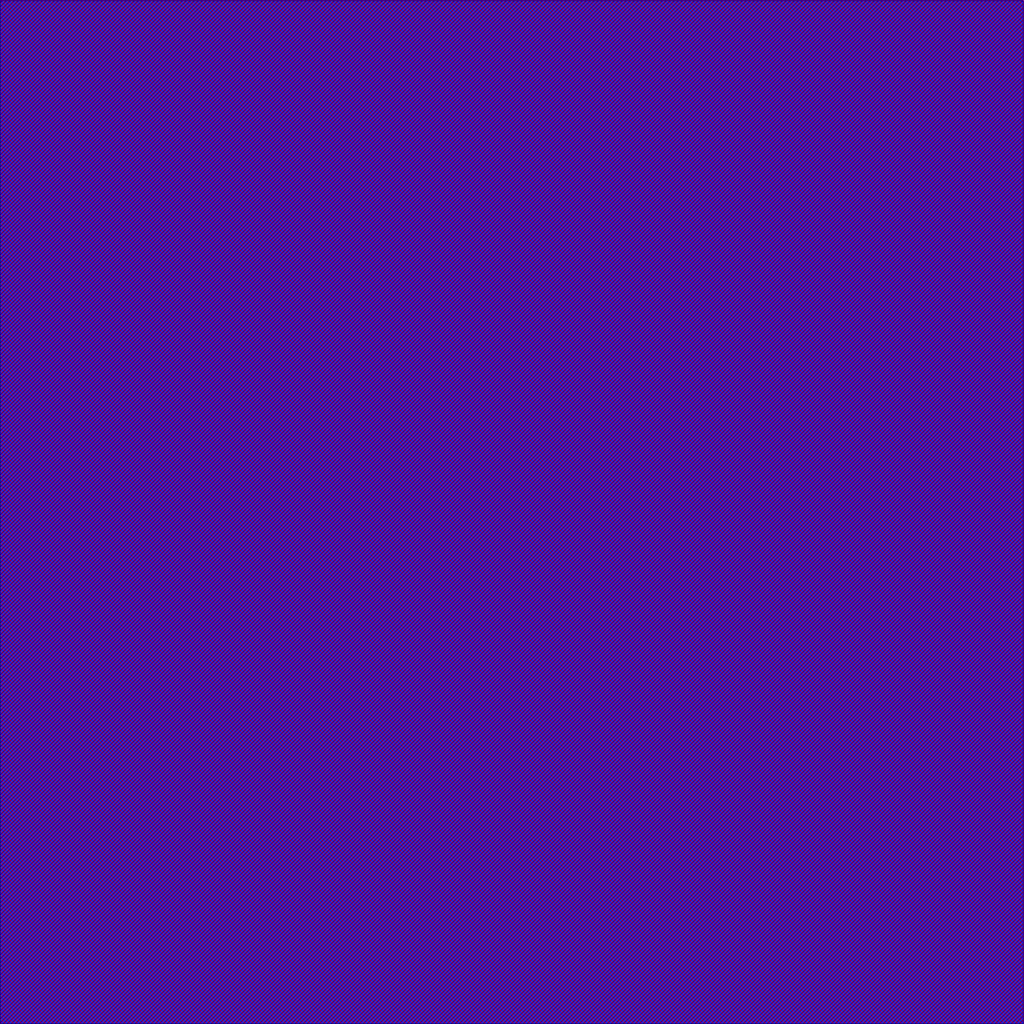
<source format=lef>
#Confidential Information of Artisan Components, Inc.
#Use subject to Artisan Components license.
#Copyright(c) 2003 Artisan Components, Inc.

#RDB genLef Version 2003Q1

NAMESCASESENSITIVE	ON ;

SITE	iosite
	SYMMETRY Y ;
	CLASS PAD ;
	SIZE 1.000 BY 247.000 ;
END	iosite

SITE	iocornersite
	SYMMETRY Y ;
	CLASS PAD ;
	SIZE 247.000 BY 247.000 ;
END	iocornersite

MACRO POSC4
	CLASS PAD INOUT ;
	FOREIGN POSC4 0 0 ;
	ORIGIN 0 0 ;
	SIZE 140.000 BY 247.000 ;
	SYMMETRY X Y R90 ;
	SITE iosite ;
	PIN E0
		DIRECTION INPUT ;
		USE SIGNAL ;
		PORT
			CLASS CORE ;
			LAYER LM ;
			RECT 49.870 245.620 52.540 247.000 ;
			LAYER MQ ;
			RECT 49.870 245.620 52.540 247.000 ;
			LAYER M6 ;
			RECT 49.870 245.620 52.540 247.000 ;
			LAYER M5 ;
			RECT 49.870 245.620 52.540 247.000 ;
			LAYER M4 ;
			RECT 49.870 245.620 52.540 247.000 ;
		END
	END E0
	PIN E1
		DIRECTION INPUT ;
		USE SIGNAL ;
		PORT
			CLASS CORE ;
			LAYER LM ;
			RECT 53.140 245.620 55.810 247.000 ;
			LAYER MQ ;
			RECT 53.140 245.620 55.810 247.000 ;
			LAYER M6 ;
			RECT 53.140 245.620 55.810 247.000 ;
			LAYER M5 ;
			RECT 53.140 245.620 55.810 247.000 ;
			LAYER M4 ;
			RECT 53.140 245.620 55.810 247.000 ;
		END
	END E1
	PIN CK
		DIRECTION OUTPUT ;
		USE SIGNAL ;
		PORT
			CLASS CORE ;
			LAYER M5 ;
			RECT 56.410 245.620 59.080 247.000 ;
			LAYER LM ;
			RECT 56.410 245.620 59.080 247.000 ;
			LAYER MQ ;
			RECT 56.410 245.620 59.080 247.000 ;
			LAYER M6 ;
			RECT 56.410 245.620 59.080 247.000 ;
			LAYER M4 ;
			RECT 56.410 245.620 59.080 247.000 ;
		END
	END CK
	PIN PO
		DIRECTION OUTPUT ;
		USE SIGNAL ;
		PORT
			LAYER LM ;
			RECT 76.000 104.500 134.000 114.000 ;
			LAYER MQ ;
			RECT 76.000 104.500 134.000 114.000 ;
			LAYER M6 ;
			RECT 76.000 104.500 134.000 114.000 ;
		END
	END PO
	PIN PI
		DIRECTION INPUT ;
		USE SIGNAL ;
		PORT
			LAYER LM ;
			RECT 6.000 104.500 64.000 114.000 ;
			LAYER MQ ;
			RECT 6.000 104.500 64.000 114.000 ;
			LAYER M6 ;
			RECT 6.000 104.500 64.000 114.000 ;
		END
	END PI
	OBS
		LAYER M1 ;
		POLYGON 0.080 0.000 139.920 0.000 139.920 246.840
			139.840 246.840 
			139.840 247.000 
			0.160 247.000 0.160 246.840 0.080 246.840
			0.080 0.000 ;
		LAYER M2 ;
		POLYGON 0.100 0.000 139.900 0.000 139.900 246.800
			139.800 246.800 
			139.800 247.000 
			0.200 247.000 0.200 246.800 0.100 246.800
			0.100 0.000 ;
		LAYER V1 ;
		POLYGON 0.100 0.000 139.900 0.000 139.900 246.800
			139.800 246.800 139.800 247.000
			0.200 247.000 0.200 246.800 0.100 246.800
			0.100 0.000 ;
		LAYER M3 ;
		POLYGON 0.100 0.000 139.900 0.000 139.900 246.800
			139.800 246.800 
			139.800 247.000 
			0.200 247.000 0.200 246.800 0.100 246.800
			0.100 0.000 ;
		LAYER V2 ;
		POLYGON 0.100 0.000 139.900 0.000 139.900 246.800
			139.800 246.800 139.800 247.000
			0.200 247.000 0.200 246.800 0.100 246.800
			0.100 0.000 ;
		LAYER M4 ;
		POLYGON 0.100 0.000 139.900 0.000 139.900 246.800
			139.800 246.800 
			139.800 247.000 
			59.280 247.000
			59.280 245.420
			49.670 245.420 49.670 247.000
			0.200 247.000 0.200 246.800 0.100 246.800
			0.100 0.000 ;
		LAYER V3 ;
		POLYGON 0.100 0.000 139.900 0.000 139.900 246.800
			139.800 246.800 139.800 247.000
			0.200 247.000 0.200 246.800 0.100 246.800
			0.100 0.000 ;
		LAYER M5 ;
		POLYGON 0.100 0.000 139.900 0.000 139.900 246.800
			139.800 246.800 
			139.800 247.000 
			59.280 247.000
			59.280 245.420
			49.670 245.420 49.670 247.000
			0.200 247.000 0.200 246.800 0.100 246.800
			0.100 0.000 ;
		LAYER V4 ;
		POLYGON 0.100 0.000 139.900 0.000 139.900 246.800
			139.800 246.800 139.800 247.000
			0.200 247.000 0.200 246.800 0.100 246.800
			0.100 0.000 ;
		LAYER M6 ;
		POLYGON 0.100 0.000 139.900 0.000 139.900 246.800
			139.800 246.800 
			139.800 247.000 
			59.280 247.000
			59.280 245.420
			49.670 245.420 49.670 247.000
			0.200 247.000 0.200 246.800 0.100 246.800
			0.100 0.000 ;
		LAYER V5 ;
		POLYGON 0.100 0.000 139.900 0.000 139.900 246.800
			139.800 246.800 139.800 247.000
			0.200 247.000 0.200 246.800 0.100 246.800
			0.100 0.000 ;
		LAYER MQ ;
		POLYGON 0.200 0.000 139.800 0.000 139.800 246.600
			139.600 246.600 
			139.600 247.000 
			59.480 247.000
			59.480 245.220
			49.470 245.220 49.470 247.000
			0.400 247.000 0.400 246.600 0.200 246.600
			0.200 0.000 ;
		LAYER VL ;
		POLYGON 0.200 0.000 139.800 0.000 139.800 246.600
			139.600 246.600 139.600 247.000
			0.400 247.000 0.400 246.600 0.200 246.600
			0.200 0.000 ;
		LAYER LM ;
		POLYGON 0.200 0.000 139.800 0.000 139.800 246.600
			139.600 246.600 
			139.600 247.000 
			59.480 247.000
			59.480 245.220
			49.470 245.220 49.470 247.000
			0.400 247.000 0.400 246.600 0.200 246.600
			0.200 0.000 ;
		LAYER VQ ;
		POLYGON 0.200 0.000 139.800 0.000 139.800 246.600
			139.600 246.600 139.600 247.000
			0.400 247.000 0.400 246.600 0.200 246.600
			0.200 0.000 ;
END
END POSC4

MACRO POSC3
	CLASS PAD INOUT ;
	FOREIGN POSC3 0 0 ;
	ORIGIN 0 0 ;
	SIZE 140.000 BY 247.000 ;
	SYMMETRY X Y R90 ;
	SITE iosite ;
	PIN E0
		DIRECTION INPUT ;
		USE SIGNAL ;
		PORT
			CLASS CORE ;
			LAYER LM ;
			RECT 49.870 245.620 52.540 247.000 ;
			LAYER MQ ;
			RECT 49.870 245.620 52.540 247.000 ;
			LAYER M6 ;
			RECT 49.870 245.620 52.540 247.000 ;
			LAYER M5 ;
			RECT 49.870 245.620 52.540 247.000 ;
			LAYER M4 ;
			RECT 49.870 245.620 52.540 247.000 ;
		END
	END E0
	PIN E1
		DIRECTION INPUT ;
		USE SIGNAL ;
		PORT
			CLASS CORE ;
			LAYER LM ;
			RECT 53.140 245.620 55.810 247.000 ;
			LAYER MQ ;
			RECT 53.140 245.620 55.810 247.000 ;
			LAYER M6 ;
			RECT 53.140 245.620 55.810 247.000 ;
			LAYER M5 ;
			RECT 53.140 245.620 55.810 247.000 ;
			LAYER M4 ;
			RECT 53.140 245.620 55.810 247.000 ;
		END
	END E1
	PIN CK
		DIRECTION OUTPUT ;
		USE SIGNAL ;
		PORT
			CLASS CORE ;
			LAYER M5 ;
			RECT 56.410 245.620 59.080 247.000 ;
			LAYER LM ;
			RECT 56.410 245.620 59.080 247.000 ;
			LAYER MQ ;
			RECT 56.410 245.620 59.080 247.000 ;
			LAYER M6 ;
			RECT 56.410 245.620 59.080 247.000 ;
			LAYER M4 ;
			RECT 56.410 245.620 59.080 247.000 ;
		END
	END CK
	PIN PO
		DIRECTION OUTPUT ;
		USE SIGNAL ;
		PORT
			LAYER LM ;
			RECT 76.000 104.500 134.000 114.000 ;
			LAYER MQ ;
			RECT 76.000 104.500 134.000 114.000 ;
			LAYER M6 ;
			RECT 76.000 104.500 134.000 114.000 ;
		END
	END PO
	PIN PI
		DIRECTION INPUT ;
		USE SIGNAL ;
		PORT
			LAYER LM ;
			RECT 6.000 104.500 64.000 114.000 ;
			LAYER MQ ;
			RECT 6.000 104.500 64.000 114.000 ;
			LAYER M6 ;
			RECT 6.000 104.500 64.000 114.000 ;
		END
	END PI
	OBS
		LAYER M1 ;
		POLYGON 0.080 0.000 139.920 0.000 139.920 246.840
			139.840 246.840 
			139.840 247.000 
			0.160 247.000 0.160 246.840 0.080 246.840
			0.080 0.000 ;
		LAYER M2 ;
		POLYGON 0.100 0.000 139.900 0.000 139.900 246.800
			139.800 246.800 
			139.800 247.000 
			0.200 247.000 0.200 246.800 0.100 246.800
			0.100 0.000 ;
		LAYER V1 ;
		POLYGON 0.100 0.000 139.900 0.000 139.900 246.800
			139.800 246.800 139.800 247.000
			0.200 247.000 0.200 246.800 0.100 246.800
			0.100 0.000 ;
		LAYER M3 ;
		POLYGON 0.100 0.000 139.900 0.000 139.900 246.800
			139.800 246.800 
			139.800 247.000 
			0.200 247.000 0.200 246.800 0.100 246.800
			0.100 0.000 ;
		LAYER V2 ;
		POLYGON 0.100 0.000 139.900 0.000 139.900 246.800
			139.800 246.800 139.800 247.000
			0.200 247.000 0.200 246.800 0.100 246.800
			0.100 0.000 ;
		LAYER M4 ;
		POLYGON 0.100 0.000 139.900 0.000 139.900 246.800
			139.800 246.800 
			139.800 247.000 
			59.280 247.000
			59.280 245.420
			49.670 245.420 49.670 247.000
			0.200 247.000 0.200 246.800 0.100 246.800
			0.100 0.000 ;
		LAYER V3 ;
		POLYGON 0.100 0.000 139.900 0.000 139.900 246.800
			139.800 246.800 139.800 247.000
			0.200 247.000 0.200 246.800 0.100 246.800
			0.100 0.000 ;
		LAYER M5 ;
		POLYGON 0.100 0.000 139.900 0.000 139.900 246.800
			139.800 246.800 
			139.800 247.000 
			59.280 247.000
			59.280 245.420
			49.670 245.420 49.670 247.000
			0.200 247.000 0.200 246.800 0.100 246.800
			0.100 0.000 ;
		LAYER V4 ;
		POLYGON 0.100 0.000 139.900 0.000 139.900 246.800
			139.800 246.800 139.800 247.000
			0.200 247.000 0.200 246.800 0.100 246.800
			0.100 0.000 ;
		LAYER M6 ;
		POLYGON 0.100 0.000 139.900 0.000 139.900 246.800
			139.800 246.800 
			139.800 247.000 
			59.280 247.000
			59.280 245.420
			49.670 245.420 49.670 247.000
			0.200 247.000 0.200 246.800 0.100 246.800
			0.100 0.000 ;
		LAYER V5 ;
		POLYGON 0.100 0.000 139.900 0.000 139.900 246.800
			139.800 246.800 139.800 247.000
			0.200 247.000 0.200 246.800 0.100 246.800
			0.100 0.000 ;
		LAYER MQ ;
		POLYGON 0.200 0.000 139.800 0.000 139.800 246.600
			139.600 246.600 
			139.600 247.000 
			59.480 247.000
			59.480 245.220
			49.470 245.220 49.470 247.000
			0.400 247.000 0.400 246.600 0.200 246.600
			0.200 0.000 ;
		LAYER VL ;
		POLYGON 0.200 0.000 139.800 0.000 139.800 246.600
			139.600 246.600 139.600 247.000
			0.400 247.000 0.400 246.600 0.200 246.600
			0.200 0.000 ;
		LAYER LM ;
		POLYGON 0.200 0.000 139.800 0.000 139.800 246.600
			139.600 246.600 
			139.600 247.000 
			59.480 247.000
			59.480 245.220
			49.470 245.220 49.470 247.000
			0.400 247.000 0.400 246.600 0.200 246.600
			0.200 0.000 ;
		LAYER VQ ;
		POLYGON 0.200 0.000 139.800 0.000 139.800 246.600
			139.600 246.600 139.600 247.000
			0.400 247.000 0.400 246.600 0.200 246.600
			0.200 0.000 ;
END
END POSC3

MACRO POSC2
	CLASS PAD INOUT ;
	FOREIGN POSC2 0 0 ;
	ORIGIN 0 0 ;
	SIZE 140.000 BY 247.000 ;
	SYMMETRY X Y R90 ;
	SITE iosite ;
	PIN E0
		DIRECTION INPUT ;
		USE SIGNAL ;
		PORT
			CLASS CORE ;
			LAYER LM ;
			RECT 49.870 245.620 52.540 247.000 ;
			LAYER MQ ;
			RECT 49.870 245.620 52.540 247.000 ;
			LAYER M6 ;
			RECT 49.870 245.620 52.540 247.000 ;
			LAYER M5 ;
			RECT 49.870 245.620 52.540 247.000 ;
			LAYER M4 ;
			RECT 49.870 245.620 52.540 247.000 ;
		END
	END E0
	PIN E1
		DIRECTION INPUT ;
		USE SIGNAL ;
		PORT
			CLASS CORE ;
			LAYER LM ;
			RECT 53.140 245.620 55.810 247.000 ;
			LAYER MQ ;
			RECT 53.140 245.620 55.810 247.000 ;
			LAYER M6 ;
			RECT 53.140 245.620 55.810 247.000 ;
			LAYER M5 ;
			RECT 53.140 245.620 55.810 247.000 ;
			LAYER M4 ;
			RECT 53.140 245.620 55.810 247.000 ;
		END
	END E1
	PIN CK
		DIRECTION OUTPUT ;
		USE SIGNAL ;
		PORT
			CLASS CORE ;
			LAYER M5 ;
			RECT 56.410 245.620 59.080 247.000 ;
			LAYER LM ;
			RECT 56.410 245.620 59.080 247.000 ;
			LAYER MQ ;
			RECT 56.410 245.620 59.080 247.000 ;
			LAYER M6 ;
			RECT 56.410 245.620 59.080 247.000 ;
			LAYER M4 ;
			RECT 56.410 245.620 59.080 247.000 ;
		END
	END CK
	PIN PO
		DIRECTION OUTPUT ;
		USE SIGNAL ;
		PORT
			LAYER LM ;
			RECT 76.000 104.500 134.000 114.000 ;
			LAYER MQ ;
			RECT 76.000 104.500 134.000 114.000 ;
			LAYER M6 ;
			RECT 76.000 104.500 134.000 114.000 ;
		END
	END PO
	PIN PI
		DIRECTION INPUT ;
		USE SIGNAL ;
		PORT
			LAYER LM ;
			RECT 6.000 104.500 64.000 114.000 ;
			LAYER MQ ;
			RECT 6.000 104.500 64.000 114.000 ;
			LAYER M6 ;
			RECT 6.000 104.500 64.000 114.000 ;
		END
	END PI
	OBS
		LAYER M1 ;
		POLYGON 0.080 0.000 139.920 0.000 139.920 246.840
			139.840 246.840 
			139.840 247.000 
			0.160 247.000 0.160 246.840 0.080 246.840
			0.080 0.000 ;
		LAYER M2 ;
		POLYGON 0.100 0.000 139.900 0.000 139.900 246.800
			139.800 246.800 
			139.800 247.000 
			0.200 247.000 0.200 246.800 0.100 246.800
			0.100 0.000 ;
		LAYER V1 ;
		POLYGON 0.100 0.000 139.900 0.000 139.900 246.800
			139.800 246.800 139.800 247.000
			0.200 247.000 0.200 246.800 0.100 246.800
			0.100 0.000 ;
		LAYER M3 ;
		POLYGON 0.100 0.000 139.900 0.000 139.900 246.800
			139.800 246.800 
			139.800 247.000 
			0.200 247.000 0.200 246.800 0.100 246.800
			0.100 0.000 ;
		LAYER V2 ;
		POLYGON 0.100 0.000 139.900 0.000 139.900 246.800
			139.800 246.800 139.800 247.000
			0.200 247.000 0.200 246.800 0.100 246.800
			0.100 0.000 ;
		LAYER M4 ;
		POLYGON 0.100 0.000 139.900 0.000 139.900 246.800
			139.800 246.800 
			139.800 247.000 
			59.280 247.000
			59.280 245.420
			49.670 245.420 49.670 247.000
			0.200 247.000 0.200 246.800 0.100 246.800
			0.100 0.000 ;
		LAYER V3 ;
		POLYGON 0.100 0.000 139.900 0.000 139.900 246.800
			139.800 246.800 139.800 247.000
			0.200 247.000 0.200 246.800 0.100 246.800
			0.100 0.000 ;
		LAYER M5 ;
		POLYGON 0.100 0.000 139.900 0.000 139.900 246.800
			139.800 246.800 
			139.800 247.000 
			59.280 247.000
			59.280 245.420
			49.670 245.420 49.670 247.000
			0.200 247.000 0.200 246.800 0.100 246.800
			0.100 0.000 ;
		LAYER V4 ;
		POLYGON 0.100 0.000 139.900 0.000 139.900 246.800
			139.800 246.800 139.800 247.000
			0.200 247.000 0.200 246.800 0.100 246.800
			0.100 0.000 ;
		LAYER M6 ;
		POLYGON 0.100 0.000 139.900 0.000 139.900 246.800
			139.800 246.800 
			139.800 247.000 
			59.280 247.000
			59.280 245.420
			49.670 245.420 49.670 247.000
			0.200 247.000 0.200 246.800 0.100 246.800
			0.100 0.000 ;
		LAYER V5 ;
		POLYGON 0.100 0.000 139.900 0.000 139.900 246.800
			139.800 246.800 139.800 247.000
			0.200 247.000 0.200 246.800 0.100 246.800
			0.100 0.000 ;
		LAYER MQ ;
		POLYGON 0.200 0.000 139.800 0.000 139.800 246.600
			139.600 246.600 
			139.600 247.000 
			59.480 247.000
			59.480 245.220
			49.470 245.220 49.470 247.000
			0.400 247.000 0.400 246.600 0.200 246.600
			0.200 0.000 ;
		LAYER VL ;
		POLYGON 0.200 0.000 139.800 0.000 139.800 246.600
			139.600 246.600 139.600 247.000
			0.400 247.000 0.400 246.600 0.200 246.600
			0.200 0.000 ;
		LAYER LM ;
		POLYGON 0.200 0.000 139.800 0.000 139.800 246.600
			139.600 246.600 
			139.600 247.000 
			59.480 247.000
			59.480 245.220
			49.470 245.220 49.470 247.000
			0.400 247.000 0.400 246.600 0.200 246.600
			0.200 0.000 ;
		LAYER VQ ;
		POLYGON 0.200 0.000 139.800 0.000 139.800 246.600
			139.600 246.600 139.600 247.000
			0.400 247.000 0.400 246.600 0.200 246.600
			0.200 0.000 ;
END
END POSC2

MACRO POSC1
	CLASS PAD INOUT ;
	FOREIGN POSC1 0 0 ;
	ORIGIN 0 0 ;
	SIZE 140.000 BY 247.000 ;
	SYMMETRY X Y R90 ;
	SITE iosite ;
	PIN E0
		DIRECTION INPUT ;
		USE SIGNAL ;
		PORT
			CLASS CORE ;
			LAYER LM ;
			RECT 49.870 245.620 52.540 247.000 ;
			LAYER MQ ;
			RECT 49.870 245.620 52.540 247.000 ;
			LAYER M6 ;
			RECT 49.870 245.620 52.540 247.000 ;
			LAYER M5 ;
			RECT 49.870 245.620 52.540 247.000 ;
			LAYER M4 ;
			RECT 49.870 245.620 52.540 247.000 ;
		END
	END E0
	PIN E1
		DIRECTION INPUT ;
		USE SIGNAL ;
		PORT
			CLASS CORE ;
			LAYER LM ;
			RECT 53.140 245.620 55.810 247.000 ;
			LAYER MQ ;
			RECT 53.140 245.620 55.810 247.000 ;
			LAYER M6 ;
			RECT 53.140 245.620 55.810 247.000 ;
			LAYER M5 ;
			RECT 53.140 245.620 55.810 247.000 ;
			LAYER M4 ;
			RECT 53.140 245.620 55.810 247.000 ;
		END
	END E1
	PIN CK
		DIRECTION OUTPUT ;
		USE SIGNAL ;
		PORT
			CLASS CORE ;
			LAYER M5 ;
			RECT 56.410 245.620 59.080 247.000 ;
			LAYER LM ;
			RECT 56.410 245.620 59.080 247.000 ;
			LAYER MQ ;
			RECT 56.410 245.620 59.080 247.000 ;
			LAYER M6 ;
			RECT 56.410 245.620 59.080 247.000 ;
			LAYER M4 ;
			RECT 56.410 245.620 59.080 247.000 ;
		END
	END CK
	PIN PO
		DIRECTION OUTPUT ;
		USE SIGNAL ;
		PORT
			LAYER LM ;
			RECT 76.000 104.500 134.000 114.000 ;
			LAYER MQ ;
			RECT 76.000 104.500 134.000 114.000 ;
			LAYER M6 ;
			RECT 76.000 104.500 134.000 114.000 ;
		END
	END PO
	PIN PI
		DIRECTION INPUT ;
		USE SIGNAL ;
		PORT
			LAYER LM ;
			RECT 6.000 104.500 64.000 114.000 ;
			LAYER MQ ;
			RECT 6.000 104.500 64.000 114.000 ;
			LAYER M6 ;
			RECT 6.000 104.500 64.000 114.000 ;
		END
	END PI
	OBS
		LAYER M1 ;
		POLYGON 0.080 0.000 139.920 0.000 139.920 246.840
			139.840 246.840 
			139.840 247.000 
			0.160 247.000 0.160 246.840 0.080 246.840
			0.080 0.000 ;
		LAYER M2 ;
		POLYGON 0.100 0.000 139.900 0.000 139.900 246.800
			139.800 246.800 
			139.800 247.000 
			0.200 247.000 0.200 246.800 0.100 246.800
			0.100 0.000 ;
		LAYER V1 ;
		POLYGON 0.100 0.000 139.900 0.000 139.900 246.800
			139.800 246.800 139.800 247.000
			0.200 247.000 0.200 246.800 0.100 246.800
			0.100 0.000 ;
		LAYER M3 ;
		POLYGON 0.100 0.000 139.900 0.000 139.900 246.800
			139.800 246.800 
			139.800 247.000 
			0.200 247.000 0.200 246.800 0.100 246.800
			0.100 0.000 ;
		LAYER V2 ;
		POLYGON 0.100 0.000 139.900 0.000 139.900 246.800
			139.800 246.800 139.800 247.000
			0.200 247.000 0.200 246.800 0.100 246.800
			0.100 0.000 ;
		LAYER M4 ;
		POLYGON 0.100 0.000 139.900 0.000 139.900 246.800
			139.800 246.800 
			139.800 247.000 
			59.280 247.000
			59.280 245.420
			49.670 245.420 49.670 247.000
			0.200 247.000 0.200 246.800 0.100 246.800
			0.100 0.000 ;
		LAYER V3 ;
		POLYGON 0.100 0.000 139.900 0.000 139.900 246.800
			139.800 246.800 139.800 247.000
			0.200 247.000 0.200 246.800 0.100 246.800
			0.100 0.000 ;
		LAYER M5 ;
		POLYGON 0.100 0.000 139.900 0.000 139.900 246.800
			139.800 246.800 
			139.800 247.000 
			59.280 247.000
			59.280 245.420
			49.670 245.420 49.670 247.000
			0.200 247.000 0.200 246.800 0.100 246.800
			0.100 0.000 ;
		LAYER V4 ;
		POLYGON 0.100 0.000 139.900 0.000 139.900 246.800
			139.800 246.800 139.800 247.000
			0.200 247.000 0.200 246.800 0.100 246.800
			0.100 0.000 ;
		LAYER M6 ;
		POLYGON 0.100 0.000 139.900 0.000 139.900 246.800
			139.800 246.800 
			139.800 247.000 
			59.280 247.000
			59.280 245.420
			49.670 245.420 49.670 247.000
			0.200 247.000 0.200 246.800 0.100 246.800
			0.100 0.000 ;
		LAYER V5 ;
		POLYGON 0.100 0.000 139.900 0.000 139.900 246.800
			139.800 246.800 139.800 247.000
			0.200 247.000 0.200 246.800 0.100 246.800
			0.100 0.000 ;
		LAYER MQ ;
		POLYGON 0.200 0.000 139.800 0.000 139.800 246.600
			139.600 246.600 
			139.600 247.000 
			59.480 247.000
			59.480 245.220
			49.470 245.220 49.470 247.000
			0.400 247.000 0.400 246.600 0.200 246.600
			0.200 0.000 ;
		LAYER VL ;
		POLYGON 0.200 0.000 139.800 0.000 139.800 246.600
			139.600 246.600 139.600 247.000
			0.400 247.000 0.400 246.600 0.200 246.600
			0.200 0.000 ;
		LAYER LM ;
		POLYGON 0.200 0.000 139.800 0.000 139.800 246.600
			139.600 246.600 
			139.600 247.000 
			59.480 247.000
			59.480 245.220
			49.470 245.220 49.470 247.000
			0.400 247.000 0.400 246.600 0.200 246.600
			0.200 0.000 ;
		LAYER VQ ;
		POLYGON 0.200 0.000 139.800 0.000 139.800 246.600
			139.600 246.600 139.600 247.000
			0.400 247.000 0.400 246.600 0.200 246.600
			0.200 0.000 ;
END
END POSC1

MACRO PBAREWIRE
	CLASS PAD INOUT ;
	FOREIGN PBAREWIRE 0 0 ;
	ORIGIN 0 0 ;
	SIZE 70.000 BY 247.000 ;
	SYMMETRY X Y R90 ;
	SITE iosite ;
	PIN P
		DIRECTION INOUT ;
		USE SIGNAL ;
		PORT
			LAYER LM ;
			RECT 29.590 246.500 52.460 247.000 ;
			LAYER MQ ;
			RECT 29.590 246.500 52.460 247.000 ;
			LAYER M6 ;
			RECT 29.590 246.500 52.460 247.000 ;
			LAYER M5 ;
			RECT 29.590 246.500 52.460 247.000 ;
			LAYER M4 ;
			RECT 29.590 246.500 52.460 247.000 ;
			LAYER M3 ;
			RECT 29.590 246.500 52.460 247.000 ;
			LAYER M2 ;
			RECT 29.590 246.500 52.460 247.000 ;
			LAYER M1 ;
			RECT 29.590 246.500 52.460 247.000 ;
		END
		PORT
			LAYER LM ;
			RECT 4.720 246.500 27.590 247.000 ;
			LAYER MQ ;
			RECT 4.720 246.500 27.590 247.000 ;
			LAYER M6 ;
			RECT 4.720 246.500 27.590 247.000 ;
			LAYER M5 ;
			RECT 4.720 246.500 27.590 247.000 ;
			LAYER M4 ;
			RECT 4.720 246.500 27.590 247.000 ;
			LAYER M3 ;
			RECT 4.720 246.500 27.590 247.000 ;
			LAYER M2 ;
			RECT 4.720 246.500 27.590 247.000 ;
			LAYER M1 ;
			RECT 4.720 246.500 27.590 247.000 ;
		END
	END P
	PIN PADR1
		DIRECTION OUTPUT ;
		USE SIGNAL ;
		PORT
			CLASS CORE ;
			LAYER LM ;
			RECT 59.850 246.500 65.450 247.000 ;
			LAYER MQ ;
			RECT 59.850 246.500 65.450 247.000 ;
			LAYER M6 ;
			RECT 59.850 246.500 65.450 247.000 ;
			LAYER M5 ;
			RECT 59.850 246.500 65.450 247.000 ;
			LAYER M4 ;
			RECT 59.850 246.500 65.450 247.000 ;
			LAYER M3 ;
			RECT 59.850 246.500 65.450 247.000 ;
			LAYER M2 ;
			RECT 59.850 246.500 65.450 247.000 ;
			LAYER M1 ;
			RECT 59.850 246.500 65.450 247.000 ;
		END
	END PADR1
	OBS
		LAYER M1 ;
		POLYGON 0.080 0.000 69.920 0.000 69.920 246.840
			69.840 246.840 
			69.840 247.000 
			65.610 247.000
			65.610 246.340
			59.690 246.340 59.690 247.000
			52.620 247.000 52.620 246.340
			29.430 246.340 29.430 247.000
			27.750 247.000 27.750 246.340
			4.560 246.340 4.560 247.000
			0.160 247.000 0.160 246.840 0.080 246.840
			0.080 0.000 ;
		LAYER M2 ;
		POLYGON 0.100 0.000 69.900 0.000 69.900 246.800
			69.800 246.800 
			69.800 247.000 
			65.650 247.000
			65.650 246.300
			59.650 246.300 59.650 247.000
			52.660 247.000 52.660 246.300
			29.390 246.300 29.390 247.000
			27.790 247.000 27.790 246.300
			4.520 246.300 4.520 247.000
			0.200 247.000 0.200 246.800 0.100 246.800
			0.100 0.000 ;
		LAYER V1 ;
		POLYGON 0.100 0.000 69.900 0.000 69.900 246.800
			69.800 246.800 69.800 247.000
			0.200 247.000 0.200 246.800 0.100 246.800
			0.100 0.000 ;
		LAYER M3 ;
		POLYGON 0.100 0.000 69.900 0.000 69.900 246.800
			69.800 246.800 
			69.800 247.000 
			65.650 247.000
			65.650 246.300
			59.650 246.300 59.650 247.000
			52.660 247.000 52.660 246.300
			29.390 246.300 29.390 247.000
			27.790 247.000 27.790 246.300
			4.520 246.300 4.520 247.000
			0.200 247.000 0.200 246.800 0.100 246.800
			0.100 0.000 ;
		LAYER V2 ;
		POLYGON 0.100 0.000 69.900 0.000 69.900 246.800
			69.800 246.800 69.800 247.000
			0.200 247.000 0.200 246.800 0.100 246.800
			0.100 0.000 ;
		LAYER M4 ;
		POLYGON 0.100 0.000 69.900 0.000 69.900 246.800
			69.800 246.800 
			69.800 247.000 
			65.650 247.000
			65.650 246.300
			59.650 246.300 59.650 247.000
			52.660 247.000 52.660 246.300
			29.390 246.300 29.390 247.000
			27.790 247.000 27.790 246.300
			4.520 246.300 4.520 247.000
			0.200 247.000 0.200 246.800 0.100 246.800
			0.100 0.000 ;
		LAYER V3 ;
		POLYGON 0.100 0.000 69.900 0.000 69.900 246.800
			69.800 246.800 69.800 247.000
			0.200 247.000 0.200 246.800 0.100 246.800
			0.100 0.000 ;
		LAYER M5 ;
		POLYGON 0.100 0.000 69.900 0.000 69.900 246.800
			69.800 246.800 
			69.800 247.000 
			65.650 247.000
			65.650 246.300
			59.650 246.300 59.650 247.000
			52.660 247.000 52.660 246.300
			29.390 246.300 29.390 247.000
			27.790 247.000 27.790 246.300
			4.520 246.300 4.520 247.000
			0.200 247.000 0.200 246.800 0.100 246.800
			0.100 0.000 ;
		LAYER V4 ;
		POLYGON 0.100 0.000 69.900 0.000 69.900 246.800
			69.800 246.800 69.800 247.000
			0.200 247.000 0.200 246.800 0.100 246.800
			0.100 0.000 ;
		LAYER M6 ;
		POLYGON 0.100 0.000 69.900 0.000 69.900 246.800
			69.800 246.800 
			69.800 247.000 
			65.650 247.000
			65.650 246.300
			59.650 246.300 59.650 247.000
			52.660 247.000 52.660 246.300
			29.390 246.300 29.390 247.000
			27.790 247.000 27.790 246.300
			4.520 246.300 4.520 247.000
			0.200 247.000 0.200 246.800 0.100 246.800
			0.100 0.000 ;
		LAYER V5 ;
		POLYGON 0.100 0.000 69.900 0.000 69.900 246.800
			69.800 246.800 69.800 247.000
			0.200 247.000 0.200 246.800 0.100 246.800
			0.100 0.000 ;
		LAYER MQ ;
		POLYGON 0.200 0.000 69.800 0.000 69.800 246.600
			69.600 246.600 
			69.600 247.000 
			65.850 247.000
			65.850 246.100
			59.450 246.100 59.450 247.000
			52.860 247.000 52.860 246.100
			29.190 246.100 29.190 247.000
			27.990 247.000 27.990 246.100
			4.320 246.100 4.320 247.000
			0.400 247.000 0.400 246.600 0.200 246.600
			0.200 0.000 ;
		LAYER VL ;
		POLYGON 0.200 0.000 69.800 0.000 69.800 246.600
			69.600 246.600 69.600 247.000
			0.400 247.000 0.400 246.600 0.200 246.600
			0.200 0.000 ;
		LAYER LM ;
		POLYGON 0.200 0.000 69.800 0.000 69.800 246.600
			69.600 246.600 
			69.600 247.000 
			65.850 247.000
			65.850 246.100
			59.450 246.100 59.450 247.000
			52.860 247.000 52.860 246.100
			29.190 246.100 29.190 247.000
			27.990 247.000 27.990 246.100
			4.320 246.100 4.320 247.000
			0.400 247.000 0.400 246.600 0.200 246.600
			0.200 0.000 ;
		LAYER VQ ;
		POLYGON 0.200 0.000 69.800 0.000 69.800 246.600
			69.600 246.600 69.600 247.000
			0.400 247.000 0.400 246.600 0.200 246.600
			0.200 0.000 ;
END
END PBAREWIRE

MACRO PANALOG
	CLASS PAD INOUT ;
	FOREIGN PANALOG 0 0 ;
	ORIGIN 0 0 ;
	SIZE 70.000 BY 247.000 ;
	SYMMETRY X Y R90 ;
	SITE iosite ;
	PIN P
		DIRECTION INOUT ;
		USE SIGNAL ;
		PORT
			LAYER LM ;
			RECT 29.590 246.500 52.460 247.000 ;
			LAYER MQ ;
			RECT 29.590 246.500 52.460 247.000 ;
			LAYER M6 ;
			RECT 29.590 246.500 52.460 247.000 ;
			LAYER M5 ;
			RECT 29.590 246.500 52.460 247.000 ;
			LAYER M4 ;
			RECT 29.590 246.500 52.460 247.000 ;
			LAYER M3 ;
			RECT 29.590 246.500 52.460 247.000 ;
			LAYER M2 ;
			RECT 29.590 246.500 52.460 247.000 ;
			LAYER M1 ;
			RECT 29.590 246.500 52.460 247.000 ;
		END
		PORT
			LAYER LM ;
			RECT 4.720 246.500 27.590 247.000 ;
			LAYER MQ ;
			RECT 4.720 246.500 27.590 247.000 ;
			LAYER M6 ;
			RECT 4.720 246.500 27.590 247.000 ;
			LAYER M5 ;
			RECT 4.720 246.500 27.590 247.000 ;
			LAYER M4 ;
			RECT 4.720 246.500 27.590 247.000 ;
			LAYER M3 ;
			RECT 4.720 246.500 27.590 247.000 ;
			LAYER M2 ;
			RECT 4.720 246.500 27.590 247.000 ;
			LAYER M1 ;
			RECT 4.720 246.500 27.590 247.000 ;
		END
	END P
	PIN PADR1
		DIRECTION OUTPUT ;
		USE SIGNAL ;
		PORT
			CLASS CORE ;
			LAYER LM ;
			RECT 59.850 246.500 65.450 247.000 ;
			LAYER MQ ;
			RECT 59.850 246.500 65.450 247.000 ;
			LAYER M6 ;
			RECT 59.850 246.500 65.450 247.000 ;
			LAYER M5 ;
			RECT 59.850 246.500 65.450 247.000 ;
			LAYER M4 ;
			RECT 59.850 246.500 65.450 247.000 ;
			LAYER M3 ;
			RECT 59.850 246.500 65.450 247.000 ;
			LAYER M2 ;
			RECT 59.850 246.500 65.450 247.000 ;
			LAYER M1 ;
			RECT 59.850 246.500 65.450 247.000 ;
		END
	END PADR1
	OBS
		LAYER M1 ;
		POLYGON 0.080 0.000 69.920 0.000 69.920 246.840
			69.840 246.840 
			69.840 247.000 
			65.610 247.000
			65.610 246.340
			59.690 246.340 59.690 247.000
			52.620 247.000 52.620 246.340
			29.430 246.340 29.430 247.000
			27.750 247.000 27.750 246.340
			4.560 246.340 4.560 247.000
			0.160 247.000 0.160 246.840 0.080 246.840
			0.080 0.000 ;
		LAYER M2 ;
		POLYGON 0.100 0.000 69.900 0.000 69.900 246.800
			69.800 246.800 
			69.800 247.000 
			65.650 247.000
			65.650 246.300
			59.650 246.300 59.650 247.000
			52.660 247.000 52.660 246.300
			29.390 246.300 29.390 247.000
			27.790 247.000 27.790 246.300
			4.520 246.300 4.520 247.000
			0.200 247.000 0.200 246.800 0.100 246.800
			0.100 0.000 ;
		LAYER V1 ;
		POLYGON 0.100 0.000 69.900 0.000 69.900 246.800
			69.800 246.800 69.800 247.000
			0.200 247.000 0.200 246.800 0.100 246.800
			0.100 0.000 ;
		LAYER M3 ;
		POLYGON 0.100 0.000 69.900 0.000 69.900 246.800
			69.800 246.800 
			69.800 247.000 
			65.650 247.000
			65.650 246.300
			59.650 246.300 59.650 247.000
			52.660 247.000 52.660 246.300
			29.390 246.300 29.390 247.000
			27.790 247.000 27.790 246.300
			4.520 246.300 4.520 247.000
			0.200 247.000 0.200 246.800 0.100 246.800
			0.100 0.000 ;
		LAYER V2 ;
		POLYGON 0.100 0.000 69.900 0.000 69.900 246.800
			69.800 246.800 69.800 247.000
			0.200 247.000 0.200 246.800 0.100 246.800
			0.100 0.000 ;
		LAYER M4 ;
		POLYGON 0.100 0.000 69.900 0.000 69.900 246.800
			69.800 246.800 
			69.800 247.000 
			65.650 247.000
			65.650 246.300
			59.650 246.300 59.650 247.000
			52.660 247.000 52.660 246.300
			29.390 246.300 29.390 247.000
			27.790 247.000 27.790 246.300
			4.520 246.300 4.520 247.000
			0.200 247.000 0.200 246.800 0.100 246.800
			0.100 0.000 ;
		LAYER V3 ;
		POLYGON 0.100 0.000 69.900 0.000 69.900 246.800
			69.800 246.800 69.800 247.000
			0.200 247.000 0.200 246.800 0.100 246.800
			0.100 0.000 ;
		LAYER M5 ;
		POLYGON 0.100 0.000 69.900 0.000 69.900 246.800
			69.800 246.800 
			69.800 247.000 
			65.650 247.000
			65.650 246.300
			59.650 246.300 59.650 247.000
			52.660 247.000 52.660 246.300
			29.390 246.300 29.390 247.000
			27.790 247.000 27.790 246.300
			4.520 246.300 4.520 247.000
			0.200 247.000 0.200 246.800 0.100 246.800
			0.100 0.000 ;
		LAYER V4 ;
		POLYGON 0.100 0.000 69.900 0.000 69.900 246.800
			69.800 246.800 69.800 247.000
			0.200 247.000 0.200 246.800 0.100 246.800
			0.100 0.000 ;
		LAYER M6 ;
		POLYGON 0.100 0.000 69.900 0.000 69.900 246.800
			69.800 246.800 
			69.800 247.000 
			65.650 247.000
			65.650 246.300
			59.650 246.300 59.650 247.000
			52.660 247.000 52.660 246.300
			29.390 246.300 29.390 247.000
			27.790 247.000 27.790 246.300
			4.520 246.300 4.520 247.000
			0.200 247.000 0.200 246.800 0.100 246.800
			0.100 0.000 ;
		LAYER V5 ;
		POLYGON 0.100 0.000 69.900 0.000 69.900 246.800
			69.800 246.800 69.800 247.000
			0.200 247.000 0.200 246.800 0.100 246.800
			0.100 0.000 ;
		LAYER MQ ;
		POLYGON 0.200 0.000 69.800 0.000 69.800 246.600
			69.600 246.600 
			69.600 247.000 
			65.850 247.000
			65.850 246.100
			59.450 246.100 59.450 247.000
			52.860 247.000 52.860 246.100
			29.190 246.100 29.190 247.000
			27.990 247.000 27.990 246.100
			4.320 246.100 4.320 247.000
			0.400 247.000 0.400 246.600 0.200 246.600
			0.200 0.000 ;
		LAYER VL ;
		POLYGON 0.200 0.000 69.800 0.000 69.800 246.600
			69.600 246.600 69.600 247.000
			0.400 247.000 0.400 246.600 0.200 246.600
			0.200 0.000 ;
		LAYER LM ;
		POLYGON 0.200 0.000 69.800 0.000 69.800 246.600
			69.600 246.600 
			69.600 247.000 
			65.850 247.000
			65.850 246.100
			59.450 246.100 59.450 247.000
			52.860 247.000 52.860 246.100
			29.190 246.100 29.190 247.000
			27.990 247.000 27.990 246.100
			4.320 246.100 4.320 247.000
			0.400 247.000 0.400 246.600 0.200 246.600
			0.200 0.000 ;
		LAYER VQ ;
		POLYGON 0.200 0.000 69.800 0.000 69.800 246.600
			69.600 246.600 69.600 247.000
			0.400 247.000 0.400 246.600 0.200 246.600
			0.200 0.000 ;
END
END PANALOG

MACRO PAVSS
	CLASS PAD POWER ;
	FOREIGN PAVSS 0 0 ;
	ORIGIN 0 0 ;
	SIZE 70.000 BY 247.000 ;
	SYMMETRY X Y R90 ;
	SITE iosite ;
	PIN AVSS
		DIRECTION INOUT ;
		USE SIGNAL ;
		PORT
			CLASS CORE ;
			LAYER LM ;
			RECT 35.990 246.500 65.170 247.000 ;
			LAYER MQ ;
			RECT 35.990 246.500 65.170 247.000 ;
			LAYER M6 ;
			RECT 35.990 246.500 65.170 247.000 ;
			LAYER M5 ;
			RECT 35.990 246.500 65.170 247.000 ;
			LAYER M4 ;
			RECT 35.990 246.500 65.170 247.000 ;
			LAYER M3 ;
			RECT 35.990 246.500 65.170 247.000 ;
			LAYER M2 ;
			RECT 35.990 246.500 65.170 247.000 ;
			LAYER M1 ;
			RECT 35.990 246.500 65.170 247.000 ;
		END
		PORT
			CLASS CORE ;
			LAYER LM ;
			RECT 4.830 246.500 34.070 247.000 ;
			LAYER MQ ;
			RECT 4.830 246.500 34.070 247.000 ;
			LAYER M6 ;
			RECT 4.830 246.500 34.070 247.000 ;
			LAYER M5 ;
			RECT 4.830 246.500 34.070 247.000 ;
			LAYER M4 ;
			RECT 4.830 246.500 34.070 247.000 ;
			LAYER M3 ;
			RECT 4.830 246.500 34.070 247.000 ;
			LAYER M2 ;
			RECT 4.830 246.500 34.070 247.000 ;
			LAYER M1 ;
			RECT 4.830 246.500 34.070 247.000 ;
		END
	END AVSS
	OBS
		LAYER M1 ;
		POLYGON 0.080 0.000 69.920 0.000 69.920 246.840
			69.840 246.840 
			69.840 247.000 
			65.330 247.000
			65.330 246.340
			35.830 246.340 35.830 247.000
			34.230 247.000 34.230 246.340
			4.670 246.340 4.670 247.000
			0.160 247.000 0.160 246.840 0.080 246.840
			0.080 0.000 ;
		LAYER M2 ;
		POLYGON 0.100 0.000 69.900 0.000 69.900 246.800
			69.800 246.800 
			69.800 247.000 
			65.370 247.000
			65.370 246.300
			35.790 246.300 35.790 247.000
			34.270 247.000 34.270 246.300
			4.630 246.300 4.630 247.000
			0.200 247.000 0.200 246.800 0.100 246.800
			0.100 0.000 ;
		LAYER V1 ;
		POLYGON 0.100 0.000 69.900 0.000 69.900 246.800
			69.800 246.800 69.800 247.000
			0.200 247.000 0.200 246.800 0.100 246.800
			0.100 0.000 ;
		LAYER M3 ;
		POLYGON 0.100 0.000 69.900 0.000 69.900 246.800
			69.800 246.800 
			69.800 247.000 
			65.370 247.000
			65.370 246.300
			35.790 246.300 35.790 247.000
			34.270 247.000 34.270 246.300
			4.630 246.300 4.630 247.000
			0.200 247.000 0.200 246.800 0.100 246.800
			0.100 0.000 ;
		LAYER V2 ;
		POLYGON 0.100 0.000 69.900 0.000 69.900 246.800
			69.800 246.800 69.800 247.000
			0.200 247.000 0.200 246.800 0.100 246.800
			0.100 0.000 ;
		LAYER M4 ;
		POLYGON 0.100 0.000 69.900 0.000 69.900 246.800
			69.800 246.800 
			69.800 247.000 
			65.370 247.000
			65.370 246.300
			35.790 246.300 35.790 247.000
			34.270 247.000 34.270 246.300
			4.630 246.300 4.630 247.000
			0.200 247.000 0.200 246.800 0.100 246.800
			0.100 0.000 ;
		LAYER V3 ;
		POLYGON 0.100 0.000 69.900 0.000 69.900 246.800
			69.800 246.800 69.800 247.000
			0.200 247.000 0.200 246.800 0.100 246.800
			0.100 0.000 ;
		LAYER M5 ;
		POLYGON 0.100 0.000 69.900 0.000 69.900 246.800
			69.800 246.800 
			69.800 247.000 
			65.370 247.000
			65.370 246.300
			35.790 246.300 35.790 247.000
			34.270 247.000 34.270 246.300
			4.630 246.300 4.630 247.000
			0.200 247.000 0.200 246.800 0.100 246.800
			0.100 0.000 ;
		LAYER V4 ;
		POLYGON 0.100 0.000 69.900 0.000 69.900 246.800
			69.800 246.800 69.800 247.000
			0.200 247.000 0.200 246.800 0.100 246.800
			0.100 0.000 ;
		LAYER M6 ;
		POLYGON 0.100 0.000 69.900 0.000 69.900 246.800
			69.800 246.800 
			69.800 247.000 
			65.370 247.000
			65.370 246.300
			35.790 246.300 35.790 247.000
			34.270 247.000 34.270 246.300
			4.630 246.300 4.630 247.000
			0.200 247.000 0.200 246.800 0.100 246.800
			0.100 0.000 ;
		LAYER V5 ;
		POLYGON 0.100 0.000 69.900 0.000 69.900 246.800
			69.800 246.800 69.800 247.000
			0.200 247.000 0.200 246.800 0.100 246.800
			0.100 0.000 ;
		LAYER MQ ;
		POLYGON 0.200 0.000 69.800 0.000 69.800 246.600
			69.600 246.600 
			69.600 247.000 
			65.570 247.000
			65.570 246.100
			35.590 246.100 35.590 247.000
			34.470 247.000 34.470 246.100
			4.430 246.100 4.430 247.000
			0.400 247.000 0.400 246.600 0.200 246.600
			0.200 0.000 ;
		LAYER VL ;
		POLYGON 0.200 0.000 69.800 0.000 69.800 246.600
			69.600 246.600 69.600 247.000
			0.400 247.000 0.400 246.600 0.200 246.600
			0.200 0.000 ;
		LAYER LM ;
		POLYGON 0.200 0.000 69.800 0.000 69.800 246.600
			69.600 246.600 
			69.600 247.000 
			65.570 247.000
			65.570 246.100
			35.590 246.100 35.590 247.000
			34.470 247.000 34.470 246.100
			4.430 246.100 4.430 247.000
			0.400 247.000 0.400 246.600 0.200 246.600
			0.200 0.000 ;
		LAYER VQ ;
		POLYGON 0.200 0.000 69.800 0.000 69.800 246.600
			69.600 246.600 69.600 247.000
			0.400 247.000 0.400 246.600 0.200 246.600
			0.200 0.000 ;
END
END PAVSS

MACRO PAVDD
	CLASS PAD POWER ;
	FOREIGN PAVDD 0 0 ;
	ORIGIN 0 0 ;
	SIZE 70.000 BY 247.000 ;
	SYMMETRY X Y R90 ;
	SITE iosite ;
	PIN AVDD
		DIRECTION INOUT ;
		USE SIGNAL ;
		PORT
			CLASS CORE ;
			LAYER LM ;
			RECT 35.960 246.500 63.100 247.000 ;
			LAYER MQ ;
			RECT 35.960 246.500 63.100 247.000 ;
			LAYER M6 ;
			RECT 35.960 246.500 63.100 247.000 ;
			LAYER M5 ;
			RECT 35.960 246.500 63.100 247.000 ;
			LAYER M5 ;
			RECT 35.960 246.500 63.100 247.000 ;
			LAYER M4 ;
			RECT 35.960 246.500 63.100 247.000 ;
			LAYER M3 ;
			RECT 35.960 246.500 63.100 247.000 ;
			LAYER M2 ;
			RECT 35.960 246.500 63.100 247.000 ;
			LAYER M1 ;
			RECT 35.960 246.500 63.100 247.000 ;
		END
		PORT
			CLASS CORE ;
			LAYER LM ;
			RECT 6.900 246.500 34.040 247.000 ;
			LAYER MQ ;
			RECT 6.900 246.500 34.040 247.000 ;
			LAYER M6 ;
			RECT 6.900 246.500 34.040 247.000 ;
			LAYER M5 ;
			RECT 6.900 246.500 34.040 247.000 ;
			LAYER M5 ;
			RECT 6.900 246.500 34.040 247.000 ;
			LAYER M4 ;
			RECT 6.900 246.500 34.040 247.000 ;
			LAYER M3 ;
			RECT 6.900 246.500 34.040 247.000 ;
			LAYER M2 ;
			RECT 6.900 246.500 34.040 247.000 ;
			LAYER M1 ;
			RECT 6.900 246.500 34.040 247.000 ;
		END
	END AVDD
	OBS
		LAYER M1 ;
		POLYGON 0.080 0.000 69.920 0.000 69.920 246.840
			69.840 246.840 
			69.840 247.000 
			63.260 247.000
			63.260 246.340
			35.800 246.340 35.800 247.000
			34.200 247.000 34.200 246.340
			6.740 246.340 6.740 247.000
			0.160 247.000 0.160 246.840 0.080 246.840
			0.080 0.000 ;
		LAYER M2 ;
		POLYGON 0.100 0.000 69.900 0.000 69.900 246.800
			69.800 246.800 
			69.800 247.000 
			63.300 247.000
			63.300 246.300
			35.760 246.300 35.760 247.000
			34.240 247.000 34.240 246.300
			6.700 246.300 6.700 247.000
			0.200 247.000 0.200 246.800 0.100 246.800
			0.100 0.000 ;
		LAYER V1 ;
		POLYGON 0.100 0.000 69.900 0.000 69.900 246.800
			69.800 246.800 69.800 247.000
			0.200 247.000 0.200 246.800 0.100 246.800
			0.100 0.000 ;
		LAYER M3 ;
		POLYGON 0.100 0.000 69.900 0.000 69.900 246.800
			69.800 246.800 
			69.800 247.000 
			63.300 247.000
			63.300 246.300
			35.760 246.300 35.760 247.000
			34.240 247.000 34.240 246.300
			6.700 246.300 6.700 247.000
			0.200 247.000 0.200 246.800 0.100 246.800
			0.100 0.000 ;
		LAYER V2 ;
		POLYGON 0.100 0.000 69.900 0.000 69.900 246.800
			69.800 246.800 69.800 247.000
			0.200 247.000 0.200 246.800 0.100 246.800
			0.100 0.000 ;
		LAYER M4 ;
		POLYGON 0.100 0.000 69.900 0.000 69.900 246.800
			69.800 246.800 
			69.800 247.000 
			63.300 247.000
			63.300 246.300
			35.760 246.300 35.760 247.000
			34.240 247.000 34.240 246.300
			6.700 246.300 6.700 247.000
			0.200 247.000 0.200 246.800 0.100 246.800
			0.100 0.000 ;
		LAYER V3 ;
		POLYGON 0.100 0.000 69.900 0.000 69.900 246.800
			69.800 246.800 69.800 247.000
			0.200 247.000 0.200 246.800 0.100 246.800
			0.100 0.000 ;
		LAYER M5 ;
		POLYGON 0.100 0.000 69.900 0.000 69.900 246.800
			69.800 246.800 
			69.800 247.000 
			63.300 247.000
			63.300 246.300
			35.760 246.300 35.760 247.000
			34.240 247.000 34.240 246.300
			6.700 246.300 6.700 247.000
			0.200 247.000 0.200 246.800 0.100 246.800
			0.100 0.000 ;
		LAYER V4 ;
		POLYGON 0.100 0.000 69.900 0.000 69.900 246.800
			69.800 246.800 69.800 247.000
			0.200 247.000 0.200 246.800 0.100 246.800
			0.100 0.000 ;
		LAYER M6 ;
		POLYGON 0.100 0.000 69.900 0.000 69.900 246.800
			69.800 246.800 
			69.800 247.000 
			63.300 247.000
			63.300 246.300
			35.760 246.300 35.760 247.000
			34.240 247.000 34.240 246.300
			6.700 246.300 6.700 247.000
			0.200 247.000 0.200 246.800 0.100 246.800
			0.100 0.000 ;
		LAYER V5 ;
		POLYGON 0.100 0.000 69.900 0.000 69.900 246.800
			69.800 246.800 69.800 247.000
			0.200 247.000 0.200 246.800 0.100 246.800
			0.100 0.000 ;
		LAYER MQ ;
		POLYGON 0.200 0.000 69.800 0.000 69.800 246.600
			69.600 246.600 
			69.600 247.000 
			63.500 247.000
			63.500 246.100
			35.560 246.100 35.560 247.000
			34.440 247.000 34.440 246.100
			6.500 246.100 6.500 247.000
			0.400 247.000 0.400 246.600 0.200 246.600
			0.200 0.000 ;
		LAYER VL ;
		POLYGON 0.200 0.000 69.800 0.000 69.800 246.600
			69.600 246.600 69.600 247.000
			0.400 247.000 0.400 246.600 0.200 246.600
			0.200 0.000 ;
		LAYER LM ;
		POLYGON 0.200 0.000 69.800 0.000 69.800 246.600
			69.600 246.600 
			69.600 247.000 
			63.500 247.000
			63.500 246.100
			35.560 246.100 35.560 247.000
			34.440 247.000 34.440 246.100
			6.500 246.100 6.500 247.000
			0.400 247.000 0.400 246.600 0.200 246.600
			0.200 0.000 ;
		LAYER VQ ;
		POLYGON 0.200 0.000 69.800 0.000 69.800 246.600
			69.600 246.600 69.600 247.000
			0.400 247.000 0.400 246.600 0.200 246.600
			0.200 0.000 ;
END
END PAVDD

MACRO PVDD
	CLASS PAD POWER ;
	FOREIGN PVDD 0 0 ;
	ORIGIN 0 0 ;
	SIZE 70.000 BY 247.000 ;
	SYMMETRY X Y R90 ;
	SITE iosite ;
	PIN VDD
		DIRECTION INOUT ;
		USE POWER ;
		PORT
			CLASS CORE ;
			LAYER LM ;
			RECT 35.960 246.500 63.100 247.000 ;
			LAYER MQ ;
			RECT 35.960 246.500 63.100 247.000 ;
			LAYER M6 ;
			RECT 35.960 246.500 63.100 247.000 ;
			LAYER M5 ;
			RECT 35.960 246.500 63.100 247.000 ;
			LAYER M5 ;
			RECT 35.960 246.500 63.100 247.000 ;
			LAYER M4 ;
			RECT 35.960 246.500 63.100 247.000 ;
			LAYER M3 ;
			RECT 35.960 246.500 63.100 247.000 ;
			LAYER M2 ;
			RECT 35.960 246.500 63.100 247.000 ;
			LAYER M1 ;
			RECT 35.960 246.500 63.100 247.000 ;
		END
		PORT
			CLASS CORE ;
			LAYER LM ;
			RECT 6.900 246.500 34.040 247.000 ;
			LAYER MQ ;
			RECT 6.900 246.500 34.040 247.000 ;
			LAYER M6 ;
			RECT 6.900 246.500 34.040 247.000 ;
			LAYER M5 ;
			RECT 6.900 246.500 34.040 247.000 ;
			LAYER M5 ;
			RECT 6.900 246.500 34.040 247.000 ;
			LAYER M4 ;
			RECT 6.900 246.500 34.040 247.000 ;
			LAYER M3 ;
			RECT 6.900 246.500 34.040 247.000 ;
			LAYER M2 ;
			RECT 6.900 246.500 34.040 247.000 ;
			LAYER M1 ;
			RECT 6.900 246.500 34.040 247.000 ;
		END
	END VDD
	OBS
		LAYER M1 ;
		POLYGON 0.080 0.000 69.920 0.000 69.920 246.840
			69.840 246.840 
			69.840 247.000 
			63.260 247.000
			63.260 246.340
			35.800 246.340 35.800 247.000
			34.200 247.000 34.200 246.340
			6.740 246.340 6.740 247.000
			0.160 247.000 0.160 246.840 0.080 246.840
			0.080 0.000 ;
		LAYER M2 ;
		POLYGON 0.100 0.000 69.900 0.000 69.900 246.800
			69.800 246.800 
			69.800 247.000 
			63.300 247.000
			63.300 246.300
			35.760 246.300 35.760 247.000
			34.240 247.000 34.240 246.300
			6.700 246.300 6.700 247.000
			0.200 247.000 0.200 246.800 0.100 246.800
			0.100 0.000 ;
		LAYER V1 ;
		POLYGON 0.100 0.000 69.900 0.000 69.900 246.800
			69.800 246.800 69.800 247.000
			0.200 247.000 0.200 246.800 0.100 246.800
			0.100 0.000 ;
		LAYER M3 ;
		POLYGON 0.100 0.000 69.900 0.000 69.900 246.800
			69.800 246.800 
			69.800 247.000 
			63.300 247.000
			63.300 246.300
			35.760 246.300 35.760 247.000
			34.240 247.000 34.240 246.300
			6.700 246.300 6.700 247.000
			0.200 247.000 0.200 246.800 0.100 246.800
			0.100 0.000 ;
		LAYER V2 ;
		POLYGON 0.100 0.000 69.900 0.000 69.900 246.800
			69.800 246.800 69.800 247.000
			0.200 247.000 0.200 246.800 0.100 246.800
			0.100 0.000 ;
		LAYER M4 ;
		POLYGON 0.100 0.000 69.900 0.000 69.900 246.800
			69.800 246.800 
			69.800 247.000 
			63.300 247.000
			63.300 246.300
			35.760 246.300 35.760 247.000
			34.240 247.000 34.240 246.300
			6.700 246.300 6.700 247.000
			0.200 247.000 0.200 246.800 0.100 246.800
			0.100 0.000 ;
		LAYER V3 ;
		POLYGON 0.100 0.000 69.900 0.000 69.900 246.800
			69.800 246.800 69.800 247.000
			0.200 247.000 0.200 246.800 0.100 246.800
			0.100 0.000 ;
		LAYER M5 ;
		POLYGON 0.100 0.000 69.900 0.000 69.900 246.800
			69.800 246.800 
			69.800 247.000 
			63.300 247.000
			63.300 246.300
			35.760 246.300 35.760 247.000
			34.240 247.000 34.240 246.300
			6.700 246.300 6.700 247.000
			0.200 247.000 0.200 246.800 0.100 246.800
			0.100 0.000 ;
		LAYER V4 ;
		POLYGON 0.100 0.000 69.900 0.000 69.900 246.800
			69.800 246.800 69.800 247.000
			0.200 247.000 0.200 246.800 0.100 246.800
			0.100 0.000 ;
		LAYER M6 ;
		POLYGON 0.100 0.000 69.900 0.000 69.900 246.800
			69.800 246.800 
			69.800 247.000 
			63.300 247.000
			63.300 246.300
			35.760 246.300 35.760 247.000
			34.240 247.000 34.240 246.300
			6.700 246.300 6.700 247.000
			0.200 247.000 0.200 246.800 0.100 246.800
			0.100 0.000 ;
		LAYER V5 ;
		POLYGON 0.100 0.000 69.900 0.000 69.900 246.800
			69.800 246.800 69.800 247.000
			0.200 247.000 0.200 246.800 0.100 246.800
			0.100 0.000 ;
		LAYER MQ ;
		POLYGON 0.200 0.000 69.800 0.000 69.800 246.600
			69.600 246.600 
			69.600 247.000 
			63.500 247.000
			63.500 246.100
			35.560 246.100 35.560 247.000
			34.440 247.000 34.440 246.100
			6.500 246.100 6.500 247.000
			0.400 247.000 0.400 246.600 0.200 246.600
			0.200 0.000 ;
		LAYER VL ;
		POLYGON 0.200 0.000 69.800 0.000 69.800 246.600
			69.600 246.600 69.600 247.000
			0.400 247.000 0.400 246.600 0.200 246.600
			0.200 0.000 ;
		LAYER LM ;
		POLYGON 0.200 0.000 69.800 0.000 69.800 246.600
			69.600 246.600 
			69.600 247.000 
			63.500 247.000
			63.500 246.100
			35.560 246.100 35.560 247.000
			34.440 247.000 34.440 246.100
			6.500 246.100 6.500 247.000
			0.400 247.000 0.400 246.600 0.200 246.600
			0.200 0.000 ;
		LAYER VQ ;
		POLYGON 0.200 0.000 69.800 0.000 69.800 246.600
			69.600 246.600 69.600 247.000
			0.400 247.000 0.400 246.600 0.200 246.600
			0.200 0.000 ;
END
END PVDD

MACRO PVSS
	CLASS PAD POWER ;
	FOREIGN PVSS 0 0 ;
	ORIGIN 0 0 ;
	SIZE 70.000 BY 247.000 ;
	SYMMETRY X Y R90 ;
	SITE iosite ;
	PIN VSS
		DIRECTION INOUT ;
		USE GROUND ;
		PORT
			CLASS CORE ;
			LAYER LM ;
			RECT 35.990 246.500 65.170 247.000 ;
			LAYER MQ ;
			RECT 35.990 246.500 65.170 247.000 ;
			LAYER M6 ;
			RECT 35.990 246.500 65.170 247.000 ;
			LAYER M5 ;
			RECT 35.990 246.500 65.170 247.000 ;
			LAYER M4 ;
			RECT 35.990 246.500 65.170 247.000 ;
			LAYER M2 ;
			RECT 35.990 246.500 65.170 247.000 ;
			LAYER M1 ;
			RECT 35.990 246.500 65.170 247.000 ;
			LAYER M3 ;
			RECT 35.990 246.500 65.170 247.000 ;
		END
		PORT
			CLASS CORE ;
			LAYER LM ;
			RECT 4.830 246.500 34.070 247.000 ;
			LAYER MQ ;
			RECT 4.830 246.500 34.070 247.000 ;
			LAYER M6 ;
			RECT 4.830 246.500 34.070 247.000 ;
			LAYER M5 ;
			RECT 4.830 246.500 34.070 247.000 ;
			LAYER M4 ;
			RECT 4.830 246.500 34.070 247.000 ;
			LAYER M2 ;
			RECT 4.830 246.500 34.070 247.000 ;
			LAYER M1 ;
			RECT 4.830 246.500 34.070 247.000 ;
			LAYER M3 ;
			RECT 4.830 246.500 34.070 247.000 ;
		END
	END VSS
	OBS
		LAYER M1 ;
		POLYGON 0.080 0.000 69.920 0.000 69.920 246.840
			69.840 246.840 
			69.840 247.000 
			65.330 247.000
			65.330 246.340
			35.830 246.340 35.830 247.000
			34.230 247.000 34.230 246.340
			4.670 246.340 4.670 247.000
			0.160 247.000 0.160 246.840 0.080 246.840
			0.080 0.000 ;
		LAYER M2 ;
		POLYGON 0.100 0.000 69.900 0.000 69.900 246.800
			69.800 246.800 
			69.800 247.000 
			65.370 247.000
			65.370 246.300
			35.790 246.300 35.790 247.000
			34.270 247.000 34.270 246.300
			4.630 246.300 4.630 247.000
			0.200 247.000 0.200 246.800 0.100 246.800
			0.100 0.000 ;
		LAYER V1 ;
		POLYGON 0.100 0.000 69.900 0.000 69.900 246.800
			69.800 246.800 69.800 247.000
			0.200 247.000 0.200 246.800 0.100 246.800
			0.100 0.000 ;
		LAYER M3 ;
		POLYGON 0.100 0.000 69.900 0.000 69.900 246.800
			69.800 246.800 
			69.800 247.000 
			65.370 247.000
			65.370 246.300
			35.790 246.300 35.790 247.000
			34.270 247.000 34.270 246.300
			4.630 246.300 4.630 247.000
			0.200 247.000 0.200 246.800 0.100 246.800
			0.100 0.000 ;
		LAYER V2 ;
		POLYGON 0.100 0.000 69.900 0.000 69.900 246.800
			69.800 246.800 69.800 247.000
			0.200 247.000 0.200 246.800 0.100 246.800
			0.100 0.000 ;
		LAYER M4 ;
		POLYGON 0.100 0.000 69.900 0.000 69.900 246.800
			69.800 246.800 
			69.800 247.000 
			65.370 247.000
			65.370 246.300
			35.790 246.300 35.790 247.000
			34.270 247.000 34.270 246.300
			4.630 246.300 4.630 247.000
			0.200 247.000 0.200 246.800 0.100 246.800
			0.100 0.000 ;
		LAYER V3 ;
		POLYGON 0.100 0.000 69.900 0.000 69.900 246.800
			69.800 246.800 69.800 247.000
			0.200 247.000 0.200 246.800 0.100 246.800
			0.100 0.000 ;
		LAYER M5 ;
		POLYGON 0.100 0.000 69.900 0.000 69.900 246.800
			69.800 246.800 
			69.800 247.000 
			65.370 247.000
			65.370 246.300
			35.790 246.300 35.790 247.000
			34.270 247.000 34.270 246.300
			4.630 246.300 4.630 247.000
			0.200 247.000 0.200 246.800 0.100 246.800
			0.100 0.000 ;
		LAYER V4 ;
		POLYGON 0.100 0.000 69.900 0.000 69.900 246.800
			69.800 246.800 69.800 247.000
			0.200 247.000 0.200 246.800 0.100 246.800
			0.100 0.000 ;
		LAYER M6 ;
		POLYGON 0.100 0.000 69.900 0.000 69.900 246.800
			69.800 246.800 
			69.800 247.000 
			65.370 247.000
			65.370 246.300
			35.790 246.300 35.790 247.000
			34.270 247.000 34.270 246.300
			4.630 246.300 4.630 247.000
			0.200 247.000 0.200 246.800 0.100 246.800
			0.100 0.000 ;
		LAYER V5 ;
		POLYGON 0.100 0.000 69.900 0.000 69.900 246.800
			69.800 246.800 69.800 247.000
			0.200 247.000 0.200 246.800 0.100 246.800
			0.100 0.000 ;
		LAYER MQ ;
		POLYGON 0.200 0.000 69.800 0.000 69.800 246.600
			69.600 246.600 
			69.600 247.000 
			65.570 247.000
			65.570 246.100
			35.590 246.100 35.590 247.000
			34.470 247.000 34.470 246.100
			4.430 246.100 4.430 247.000
			0.400 247.000 0.400 246.600 0.200 246.600
			0.200 0.000 ;
		LAYER VL ;
		POLYGON 0.200 0.000 69.800 0.000 69.800 246.600
			69.600 246.600 69.600 247.000
			0.400 247.000 0.400 246.600 0.200 246.600
			0.200 0.000 ;
		LAYER LM ;
		POLYGON 0.200 0.000 69.800 0.000 69.800 246.600
			69.600 246.600 
			69.600 247.000 
			65.570 247.000
			65.570 246.100
			35.590 246.100 35.590 247.000
			34.470 247.000 34.470 246.100
			4.430 246.100 4.430 247.000
			0.400 247.000 0.400 246.600 0.200 246.600
			0.200 0.000 ;
		LAYER VQ ;
		POLYGON 0.200 0.000 69.800 0.000 69.800 246.600
			69.600 246.600 69.600 247.000
			0.400 247.000 0.400 246.600 0.200 246.600
			0.200 0.000 ;
END
END PVSS

MACRO PDVDD
	CLASS PAD POWER ;
	FOREIGN PDVDD 0 0 ;
	ORIGIN 0 0 ;
	SIZE 70.000 BY 247.000 ;
	SYMMETRY X Y R90 ;
	SITE iosite ;
	PIN DVDD
		DIRECTION INOUT ;
		PORT
			LAYER LM ;
			RECT 6.000 104.500 64.000 114.000 ;
			LAYER MQ ;
			RECT 6.000 104.500 64.000 114.000 ;
			LAYER M6 ;
			RECT 6.000 104.500 64.000 114.000 ;
		END
	END DVDD
	OBS
		LAYER M1 ;
		POLYGON 0.080 0.000 69.920 0.000 69.920 246.840
			69.840 246.840 
			69.840 247.000 
			0.160 247.000 0.160 246.840 0.080 246.840
			0.080 0.000 ;
		LAYER M2 ;
		POLYGON 0.100 0.000 69.900 0.000 69.900 246.800
			69.800 246.800 
			69.800 247.000 
			0.200 247.000 0.200 246.800 0.100 246.800
			0.100 0.000 ;
		LAYER V1 ;
		POLYGON 0.100 0.000 69.900 0.000 69.900 246.800
			69.800 246.800 69.800 247.000
			0.200 247.000 0.200 246.800 0.100 246.800
			0.100 0.000 ;
		LAYER M3 ;
		POLYGON 0.100 0.000 69.900 0.000 69.900 246.800
			69.800 246.800 
			69.800 247.000 
			0.200 247.000 0.200 246.800 0.100 246.800
			0.100 0.000 ;
		LAYER V2 ;
		POLYGON 0.100 0.000 69.900 0.000 69.900 246.800
			69.800 246.800 69.800 247.000
			0.200 247.000 0.200 246.800 0.100 246.800
			0.100 0.000 ;
		LAYER M4 ;
		POLYGON 0.100 0.000 69.900 0.000 69.900 246.800
			69.800 246.800 
			69.800 247.000 
			0.200 247.000 0.200 246.800 0.100 246.800
			0.100 0.000 ;
		LAYER V3 ;
		POLYGON 0.100 0.000 69.900 0.000 69.900 246.800
			69.800 246.800 69.800 247.000
			0.200 247.000 0.200 246.800 0.100 246.800
			0.100 0.000 ;
		LAYER M5 ;
		POLYGON 0.100 0.000 69.900 0.000 69.900 246.800
			69.800 246.800 
			69.800 247.000 
			0.200 247.000 0.200 246.800 0.100 246.800
			0.100 0.000 ;
		LAYER V4 ;
		POLYGON 0.100 0.000 69.900 0.000 69.900 246.800
			69.800 246.800 69.800 247.000
			0.200 247.000 0.200 246.800 0.100 246.800
			0.100 0.000 ;
		LAYER M6 ;
		POLYGON 0.100 0.000 69.900 0.000 69.900 246.800
			69.800 246.800 
			69.800 247.000 
			0.200 247.000 0.200 246.800 0.100 246.800
			0.100 0.000 ;
		LAYER V5 ;
		POLYGON 0.100 0.000 69.900 0.000 69.900 246.800
			69.800 246.800 69.800 247.000
			0.200 247.000 0.200 246.800 0.100 246.800
			0.100 0.000 ;
		LAYER MQ ;
		POLYGON 0.200 0.000 69.800 0.000 69.800 246.600
			69.600 246.600 
			69.600 247.000 
			0.400 247.000 0.400 246.600 0.200 246.600
			0.200 0.000 ;
		LAYER VL ;
		POLYGON 0.200 0.000 69.800 0.000 69.800 246.600
			69.600 246.600 69.600 247.000
			0.400 247.000 0.400 246.600 0.200 246.600
			0.200 0.000 ;
		LAYER LM ;
		POLYGON 0.200 0.000 69.800 0.000 69.800 246.600
			69.600 246.600 
			69.600 247.000 
			0.400 247.000 0.400 246.600 0.200 246.600
			0.200 0.000 ;
		LAYER VQ ;
		POLYGON 0.200 0.000 69.800 0.000 69.800 246.600
			69.600 246.600 69.600 247.000
			0.400 247.000 0.400 246.600 0.200 246.600
			0.200 0.000 ;
END
END PDVDD

MACRO PDVSS
	CLASS PAD POWER ;
	FOREIGN PDVSS 0 0 ;
	ORIGIN 0 0 ;
	SIZE 70.000 BY 247.000 ;
	SYMMETRY X Y R90 ;
	SITE iosite ;
	PIN DVSS
		DIRECTION INOUT ;
		PORT
			LAYER LM ;
			RECT 6.000 104.500 64.000 114.000 ;
			LAYER MQ ;
			RECT 6.000 104.500 64.000 114.000 ;
			LAYER M6 ;
			RECT 6.000 104.500 64.000 114.000 ;
		END
	END DVSS
	OBS
		LAYER M1 ;
		POLYGON 0.080 0.000 69.920 0.000 69.920 246.840
			69.840 246.840 
			69.840 247.000 
			0.160 247.000 0.160 246.840 0.080 246.840
			0.080 0.000 ;
		LAYER M2 ;
		POLYGON 0.100 0.000 69.900 0.000 69.900 246.800
			69.800 246.800 
			69.800 247.000 
			0.200 247.000 0.200 246.800 0.100 246.800
			0.100 0.000 ;
		LAYER V1 ;
		POLYGON 0.100 0.000 69.900 0.000 69.900 246.800
			69.800 246.800 69.800 247.000
			0.200 247.000 0.200 246.800 0.100 246.800
			0.100 0.000 ;
		LAYER M3 ;
		POLYGON 0.100 0.000 69.900 0.000 69.900 246.800
			69.800 246.800 
			69.800 247.000 
			0.200 247.000 0.200 246.800 0.100 246.800
			0.100 0.000 ;
		LAYER V2 ;
		POLYGON 0.100 0.000 69.900 0.000 69.900 246.800
			69.800 246.800 69.800 247.000
			0.200 247.000 0.200 246.800 0.100 246.800
			0.100 0.000 ;
		LAYER M4 ;
		POLYGON 0.100 0.000 69.900 0.000 69.900 246.800
			69.800 246.800 
			69.800 247.000 
			0.200 247.000 0.200 246.800 0.100 246.800
			0.100 0.000 ;
		LAYER V3 ;
		POLYGON 0.100 0.000 69.900 0.000 69.900 246.800
			69.800 246.800 69.800 247.000
			0.200 247.000 0.200 246.800 0.100 246.800
			0.100 0.000 ;
		LAYER M5 ;
		POLYGON 0.100 0.000 69.900 0.000 69.900 246.800
			69.800 246.800 
			69.800 247.000 
			0.200 247.000 0.200 246.800 0.100 246.800
			0.100 0.000 ;
		LAYER V4 ;
		POLYGON 0.100 0.000 69.900 0.000 69.900 246.800
			69.800 246.800 69.800 247.000
			0.200 247.000 0.200 246.800 0.100 246.800
			0.100 0.000 ;
		LAYER M6 ;
		POLYGON 0.100 0.000 69.900 0.000 69.900 246.800
			69.800 246.800 
			69.800 247.000 
			0.200 247.000 0.200 246.800 0.100 246.800
			0.100 0.000 ;
		LAYER V5 ;
		POLYGON 0.100 0.000 69.900 0.000 69.900 246.800
			69.800 246.800 69.800 247.000
			0.200 247.000 0.200 246.800 0.100 246.800
			0.100 0.000 ;
		LAYER MQ ;
		POLYGON 0.200 0.000 69.800 0.000 69.800 246.600
			69.600 246.600 
			69.600 247.000 
			0.400 247.000 0.400 246.600 0.200 246.600
			0.200 0.000 ;
		LAYER VL ;
		POLYGON 0.200 0.000 69.800 0.000 69.800 246.600
			69.600 246.600 69.600 247.000
			0.400 247.000 0.400 246.600 0.200 246.600
			0.200 0.000 ;
		LAYER LM ;
		POLYGON 0.200 0.000 69.800 0.000 69.800 246.600
			69.600 246.600 
			69.600 247.000 
			0.400 247.000 0.400 246.600 0.200 246.600
			0.200 0.000 ;
		LAYER VQ ;
		POLYGON 0.200 0.000 69.800 0.000 69.800 246.600
			69.600 246.600 69.600 247.000
			0.400 247.000 0.400 246.600 0.200 246.600
			0.200 0.000 ;
END
END PDVSS

MACRO PFILLQ
	CLASS PAD SPACER ;
	FOREIGN PFILLQ 0 0 ;
	ORIGIN 0 0 ;
	SIZE 17.000 BY 247.000 ;
	SYMMETRY X Y R90 ;
	SITE iosite ;
	OBS
		LAYER M1 ;
		POLYGON 0.080 0.000 16.920 0.000 16.920 246.840
			16.840 246.840 
			16.840 247.000 
			0.160 247.000 0.160 246.840 0.080 246.840
			0.080 0.000 ;
		LAYER M2 ;
		POLYGON 0.100 0.000 16.900 0.000 16.900 246.800
			16.800 246.800 
			16.800 247.000 
			0.200 247.000 0.200 246.800 0.100 246.800
			0.100 0.000 ;
		LAYER V1 ;
		POLYGON 0.100 0.000 16.900 0.000 16.900 246.800
			16.800 246.800 16.800 247.000
			0.200 247.000 0.200 246.800 0.100 246.800
			0.100 0.000 ;
		LAYER M3 ;
		POLYGON 0.100 0.000 16.900 0.000 16.900 246.800
			16.800 246.800 
			16.800 247.000 
			0.200 247.000 0.200 246.800 0.100 246.800
			0.100 0.000 ;
		LAYER V2 ;
		POLYGON 0.100 0.000 16.900 0.000 16.900 246.800
			16.800 246.800 16.800 247.000
			0.200 247.000 0.200 246.800 0.100 246.800
			0.100 0.000 ;
		LAYER M4 ;
		POLYGON 0.100 0.000 16.900 0.000 16.900 246.800
			16.800 246.800 
			16.800 247.000 
			0.200 247.000 0.200 246.800 0.100 246.800
			0.100 0.000 ;
		LAYER V3 ;
		POLYGON 0.100 0.000 16.900 0.000 16.900 246.800
			16.800 246.800 16.800 247.000
			0.200 247.000 0.200 246.800 0.100 246.800
			0.100 0.000 ;
		LAYER M5 ;
		POLYGON 0.100 0.000 16.900 0.000 16.900 246.800
			16.800 246.800 
			16.800 247.000 
			0.200 247.000 0.200 246.800 0.100 246.800
			0.100 0.000 ;
		LAYER V4 ;
		POLYGON 0.100 0.000 16.900 0.000 16.900 246.800
			16.800 246.800 16.800 247.000
			0.200 247.000 0.200 246.800 0.100 246.800
			0.100 0.000 ;
		LAYER M6 ;
		POLYGON 0.100 0.000 16.900 0.000 16.900 246.800
			16.800 246.800 
			16.800 247.000 
			0.200 247.000 0.200 246.800 0.100 246.800
			0.100 0.000 ;
		LAYER V5 ;
		POLYGON 0.100 0.000 16.900 0.000 16.900 246.800
			16.800 246.800 16.800 247.000
			0.200 247.000 0.200 246.800 0.100 246.800
			0.100 0.000 ;
		LAYER MQ ;
		POLYGON 0.200 0.000 16.800 0.000 16.800 246.600
			16.600 246.600 
			16.600 247.000 
			0.400 247.000 0.400 246.600 0.200 246.600
			0.200 0.000 ;
		LAYER VL ;
		POLYGON 0.200 0.000 16.800 0.000 16.800 246.600
			16.600 246.600 16.600 247.000
			0.400 247.000 0.400 246.600 0.200 246.600
			0.200 0.000 ;
		LAYER LM ;
		POLYGON 0.200 0.000 16.800 0.000 16.800 246.600
			16.600 246.600 
			16.600 247.000 
			0.400 247.000 0.400 246.600 0.200 246.600
			0.200 0.000 ;
		LAYER VQ ;
		POLYGON 0.200 0.000 16.800 0.000 16.800 246.600
			16.600 246.600 16.600 247.000
			0.400 247.000 0.400 246.600 0.200 246.600
			0.200 0.000 ;
END
END PFILLQ

MACRO PFILLH
	CLASS PAD SPACER ;
	FOREIGN PFILLH 0 0 ;
	ORIGIN 0 0 ;
	SIZE 34.000 BY 247.000 ;
	SYMMETRY X Y R90 ;
	SITE iosite ;
	OBS
		LAYER M1 ;
		POLYGON 0.080 0.000 33.920 0.000 33.920 246.840
			33.840 246.840 
			33.840 247.000 
			0.160 247.000 0.160 246.840 0.080 246.840
			0.080 0.000 ;
		LAYER M2 ;
		POLYGON 0.100 0.000 33.900 0.000 33.900 246.800
			33.800 246.800 
			33.800 247.000 
			0.200 247.000 0.200 246.800 0.100 246.800
			0.100 0.000 ;
		LAYER V1 ;
		POLYGON 0.100 0.000 33.900 0.000 33.900 246.800
			33.800 246.800 33.800 247.000
			0.200 247.000 0.200 246.800 0.100 246.800
			0.100 0.000 ;
		LAYER M3 ;
		POLYGON 0.100 0.000 33.900 0.000 33.900 246.800
			33.800 246.800 
			33.800 247.000 
			0.200 247.000 0.200 246.800 0.100 246.800
			0.100 0.000 ;
		LAYER V2 ;
		POLYGON 0.100 0.000 33.900 0.000 33.900 246.800
			33.800 246.800 33.800 247.000
			0.200 247.000 0.200 246.800 0.100 246.800
			0.100 0.000 ;
		LAYER M4 ;
		POLYGON 0.100 0.000 33.900 0.000 33.900 246.800
			33.800 246.800 
			33.800 247.000 
			0.200 247.000 0.200 246.800 0.100 246.800
			0.100 0.000 ;
		LAYER V3 ;
		POLYGON 0.100 0.000 33.900 0.000 33.900 246.800
			33.800 246.800 33.800 247.000
			0.200 247.000 0.200 246.800 0.100 246.800
			0.100 0.000 ;
		LAYER M5 ;
		POLYGON 0.100 0.000 33.900 0.000 33.900 246.800
			33.800 246.800 
			33.800 247.000 
			0.200 247.000 0.200 246.800 0.100 246.800
			0.100 0.000 ;
		LAYER V4 ;
		POLYGON 0.100 0.000 33.900 0.000 33.900 246.800
			33.800 246.800 33.800 247.000
			0.200 247.000 0.200 246.800 0.100 246.800
			0.100 0.000 ;
		LAYER M6 ;
		POLYGON 0.100 0.000 33.900 0.000 33.900 246.800
			33.800 246.800 
			33.800 247.000 
			0.200 247.000 0.200 246.800 0.100 246.800
			0.100 0.000 ;
		LAYER V5 ;
		POLYGON 0.100 0.000 33.900 0.000 33.900 246.800
			33.800 246.800 33.800 247.000
			0.200 247.000 0.200 246.800 0.100 246.800
			0.100 0.000 ;
		LAYER MQ ;
		POLYGON 0.200 0.000 33.800 0.000 33.800 246.600
			33.600 246.600 
			33.600 247.000 
			0.400 247.000 0.400 246.600 0.200 246.600
			0.200 0.000 ;
		LAYER VL ;
		POLYGON 0.200 0.000 33.800 0.000 33.800 246.600
			33.600 246.600 33.600 247.000
			0.400 247.000 0.400 246.600 0.200 246.600
			0.200 0.000 ;
		LAYER LM ;
		POLYGON 0.200 0.000 33.800 0.000 33.800 246.600
			33.600 246.600 
			33.600 247.000 
			0.400 247.000 0.400 246.600 0.200 246.600
			0.200 0.000 ;
		LAYER VQ ;
		POLYGON 0.200 0.000 33.800 0.000 33.800 246.600
			33.600 246.600 33.600 247.000
			0.400 247.000 0.400 246.600 0.200 246.600
			0.200 0.000 ;
END
END PFILLH

MACRO PFILL1
	CLASS PAD SPACER ;
	FOREIGN PFILL1 0 0 ;
	ORIGIN 0 0 ;
	SIZE 1.000 BY 247.000 ;
	SYMMETRY X Y R90 ;
	SITE iosite ;
	OBS
                LAYER M1 ;
                POLYGON 0.080 0.000 0.920 0.000 0.920 246.840
                        0.840 246.840
                        0.840 247.000
                        0.160 247.000 0.160 246.840 0.080 246.840
                        0.080 0.000 ;
                LAYER M2 ;
                POLYGON 0.100 0.000 0.900 0.000 0.900 246.800
                        0.800 246.800
                        0.800 247.000
                        0.200 247.000 0.200 246.800 0.100 246.800
                        0.100 0.000 ;
                LAYER V1 ;
                POLYGON 0.100 0.000 0.900 0.000 0.900 246.800
                        0.800 246.800 0.800 247.000
                        0.200 247.000 0.200 246.800 0.100 246.800
                        0.100 0.000 ;
                LAYER M3 ;
                POLYGON 0.100 0.000 0.900 0.000 0.900 246.800
                        0.800 246.800
                        0.800 247.000
                        0.200 247.000 0.200 246.800 0.100 246.800
                        0.100 0.000 ;
                LAYER V2 ;
                POLYGON 0.100 0.000 0.900 0.000 0.900 246.800
                        0.800 246.800 0.800 247.000
                        0.200 247.000 0.200 246.800 0.100 246.800
                        0.100 0.000 ;
                LAYER M4 ;
                POLYGON 0.100 0.000 0.900 0.000 0.900 246.800
                        0.800 246.800
                        0.800 247.000
                        0.200 247.000 0.200 246.800 0.100 246.800
                        0.100 0.000 ;
                LAYER V3 ;
                POLYGON 0.100 0.000 0.900 0.000 0.900 246.800
                        0.800 246.800 0.800 247.000
                        0.200 247.000 0.200 246.800 0.100 246.800
                        0.100 0.000 ;
                LAYER M5 ;
                POLYGON 0.100 0.000 0.900 0.000 0.900 246.800
                        0.800 246.800
                        0.800 247.000
                        0.200 247.000 0.200 246.800 0.100 246.800
                        0.100 0.000 ;
                LAYER V4 ;
                POLYGON 0.100 0.000 0.900 0.000 0.900 246.800
                        0.800 246.800 0.800 247.000
                        0.200 247.000 0.200 246.800 0.100 246.800
                        0.100 0.000 ;
                LAYER M6 ;
                POLYGON 0.100 0.000 0.900 0.000 0.900 246.800
                        0.800 246.800
                        0.800 247.000
                        0.200 247.000 0.200 246.800 0.100 246.800
                        0.100 0.000 ;
                LAYER V5 ;
                POLYGON 0.100 0.000 0.900 0.000 0.900 246.800
                        0.800 246.800 0.800 247.000
                        0.200 247.000 0.200 246.800 0.100 246.800
                        0.100 0.000 ;
                LAYER MQ ;
                POLYGON 0.200 0.000 0.800 0.000 0.800 246.600
                        0.200 246.600
                        0.200 0.000 ;
                LAYER VL ;
                POLYGON 0.200 0.000 0.800 0.000 0.800 246.600
                        0.200 246.600
                        0.200 0.000 ;
                LAYER LM ;
                POLYGON 0.200 0.000 0.800 0.000 0.800 246.600
                        0.200 246.600
                        0.200 0.000 ;
                LAYER VQ ;
                POLYGON 0.200 0.000 0.800 0.000 0.800 246.600
                        0.200 246.600
                        0.200 0.000 ;
END
END PFILL1

MACRO PCORNER
	CLASS ENDCAP BOTTOMLEFT ;
	FOREIGN PCORNER 0 0 ;
	ORIGIN 0 0 ;
	SIZE 247.000 BY 247.000 ;
	SYMMETRY X Y R90 ;
	SITE iocornersite ;
	OBS
		LAYER M1 ;
		POLYGON 0.000 0.000 246.920 0.000 246.920 246.840
			246.840 246.840 
			246.840 246.920 
			0.000 246.920
			0.000 0.000 ;
		LAYER M2 ;
		POLYGON 0.000 0.000 246.900 0.000 246.900 246.800
			246.800 246.800 
			246.800 246.900 
			0.000 246.900
			0.000 0.000 ;
		LAYER V1 ;
		POLYGON 0.000 0.000 246.900 0.000 246.900 246.800
			246.800 246.800 246.800 246.900
			0.000 246.900
			0.000 0.000 ;
		LAYER M3 ;
		POLYGON 0.000 0.000 246.900 0.000 246.900 246.800
			246.800 246.800 
			246.800 246.900 
			0.000 246.900
			0.000 0.000 ;
		LAYER V2 ;
		POLYGON 0.000 0.000 246.900 0.000 246.900 246.800
			246.800 246.800 246.800 246.900
			0.000 246.900
			0.000 0.000 ;
		LAYER M4 ;
		POLYGON 0.000 0.000 246.900 0.000 246.900 246.800
			246.800 246.800 
			246.800 246.900 
			0.000 246.900
			0.000 0.000 ;
		LAYER V3 ;
		POLYGON 0.000 0.000 246.900 0.000 246.900 246.800
			246.800 246.800 246.800 246.900
			0.000 246.900
			0.000 0.000 ;
		LAYER M5 ;
		POLYGON 0.000 0.000 246.900 0.000 246.900 246.800
			246.800 246.800 
			246.800 246.900 
			0.000 246.900
			0.000 0.000 ;
		LAYER V4 ;
		POLYGON 0.000 0.000 246.900 0.000 246.900 246.800
			246.800 246.800 246.800 246.900
			0.000 246.900
			0.000 0.000 ;
		LAYER M6 ;
		POLYGON 0.000 0.000 246.900 0.000 246.900 246.800
			246.800 246.800 
			246.800 246.900 
			0.000 246.900
			0.000 0.000 ;
		LAYER V5 ;
		POLYGON 0.000 0.000 246.900 0.000 246.900 246.800
			246.800 246.800 246.800 246.900
			0.000 246.900
			0.000 0.000 ;
		LAYER MQ ;
		POLYGON 0.000 0.000 246.800 0.000 246.800 246.600
			246.600 246.600 
			246.600 246.800 
			0.000 246.800
			0.000 0.000 ;
		LAYER VL ;
		POLYGON 0.000 0.000 246.800 0.000 246.800 246.600
			246.600 246.600 246.600 246.800
			0.000 246.800
			0.000 0.000 ;
		LAYER LM ;
		POLYGON 0.000 0.000 246.800 0.000 246.800 246.600
			246.600 246.600 
			246.600 246.800 
			0.000 246.800
			0.000 0.000 ;
		LAYER VQ ;
		POLYGON 0.000 0.000 246.800 0.000 246.800 246.600
			246.600 246.600 246.600 246.800
			0.000 246.800
			0.000 0.000 ;
END
END PCORNER

MACRO PBREAKBFDVDDR
	CLASS PAD SPACER ;
	FOREIGN PBREAKBFDVDDR 0 0 ;
	ORIGIN 0 0 ;
	SIZE 140.000 BY 247.000 ;
	SYMMETRY X Y R90 ;
	SITE iosite ;
	OBS
		LAYER M1 ;
		POLYGON 0.080 0.000 139.920 0.000 139.920 246.840
			139.840 246.840 
			139.840 247.000 
			0.160 247.000 0.160 246.840 0.080 246.840
			0.080 0.000 ;
		LAYER M2 ;
		POLYGON 0.100 0.000 139.900 0.000 139.900 246.800
			139.800 246.800 
			139.800 247.000 
			0.200 247.000 0.200 246.800 0.100 246.800
			0.100 0.000 ;
		LAYER V1 ;
		POLYGON 0.100 0.000 139.900 0.000 139.900 246.800
			139.800 246.800 139.800 247.000
			0.200 247.000 0.200 246.800 0.100 246.800
			0.100 0.000 ;
		LAYER M3 ;
		POLYGON 0.100 0.000 139.900 0.000 139.900 246.800
			139.800 246.800 
			139.800 247.000 
			0.200 247.000 0.200 246.800 0.100 246.800
			0.100 0.000 ;
		LAYER V2 ;
		POLYGON 0.100 0.000 139.900 0.000 139.900 246.800
			139.800 246.800 139.800 247.000
			0.200 247.000 0.200 246.800 0.100 246.800
			0.100 0.000 ;
		LAYER M4 ;
		POLYGON 0.100 0.000 139.900 0.000 139.900 246.800
			139.800 246.800 
			139.800 247.000 
			0.200 247.000 0.200 246.800 0.100 246.800
			0.100 0.000 ;
		LAYER V3 ;
		POLYGON 0.100 0.000 139.900 0.000 139.900 246.800
			139.800 246.800 139.800 247.000
			0.200 247.000 0.200 246.800 0.100 246.800
			0.100 0.000 ;
		LAYER M5 ;
		POLYGON 0.100 0.000 139.900 0.000 139.900 246.800
			139.800 246.800 
			139.800 247.000 
			0.200 247.000 0.200 246.800 0.100 246.800
			0.100 0.000 ;
		LAYER V4 ;
		POLYGON 0.100 0.000 139.900 0.000 139.900 246.800
			139.800 246.800 139.800 247.000
			0.200 247.000 0.200 246.800 0.100 246.800
			0.100 0.000 ;
		LAYER M6 ;
		POLYGON 0.100 0.000 139.900 0.000 139.900 246.800
			139.800 246.800 
			139.800 247.000 
			0.200 247.000 0.200 246.800 0.100 246.800
			0.100 0.000 ;
		LAYER V5 ;
		POLYGON 0.100 0.000 139.900 0.000 139.900 246.800
			139.800 246.800 139.800 247.000
			0.200 247.000 0.200 246.800 0.100 246.800
			0.100 0.000 ;
		LAYER MQ ;
		POLYGON 0.200 0.000 139.800 0.000 139.800 246.600
			139.600 246.600 
			139.600 247.000 
			0.400 247.000 0.400 246.600 0.200 246.600
			0.200 0.000 ;
		LAYER VL ;
		POLYGON 0.200 0.000 139.800 0.000 139.800 246.600
			139.600 246.600 139.600 247.000
			0.400 247.000 0.400 246.600 0.200 246.600
			0.200 0.000 ;
		LAYER LM ;
		POLYGON 0.200 0.000 139.800 0.000 139.800 246.600
			139.600 246.600 
			139.600 247.000 
			0.400 247.000 0.400 246.600 0.200 246.600
			0.200 0.000 ;
		LAYER VQ ;
		POLYGON 0.200 0.000 139.800 0.000 139.800 246.600
			139.600 246.600 139.600 247.000
			0.400 247.000 0.400 246.600 0.200 246.600
			0.200 0.000 ;
END
END PBREAKBFDVDDR

MACRO PBREAKDVDDR
	CLASS PAD SPACER ;
	FOREIGN PBREAKDVDDR 0 0 ;
	ORIGIN 0 0 ;
	SIZE 140.000 BY 247.000 ;
	SYMMETRY X Y R90 ;
	SITE iosite ;
	OBS
		LAYER M1 ;
		POLYGON 0.080 0.000 139.920 0.000 139.920 246.840
			139.840 246.840 
			139.840 247.000 
			0.160 247.000 0.160 246.840 0.080 246.840
			0.080 0.000 ;
		LAYER M2 ;
		POLYGON 0.100 0.000 139.900 0.000 139.900 246.800
			139.800 246.800 
			139.800 247.000 
			0.200 247.000 0.200 246.800 0.100 246.800
			0.100 0.000 ;
		LAYER V1 ;
		POLYGON 0.100 0.000 139.900 0.000 139.900 246.800
			139.800 246.800 139.800 247.000
			0.200 247.000 0.200 246.800 0.100 246.800
			0.100 0.000 ;
		LAYER M3 ;
		POLYGON 0.100 0.000 139.900 0.000 139.900 246.800
			139.800 246.800 
			139.800 247.000 
			0.200 247.000 0.200 246.800 0.100 246.800
			0.100 0.000 ;
		LAYER V2 ;
		POLYGON 0.100 0.000 139.900 0.000 139.900 246.800
			139.800 246.800 139.800 247.000
			0.200 247.000 0.200 246.800 0.100 246.800
			0.100 0.000 ;
		LAYER M4 ;
		POLYGON 0.100 0.000 139.900 0.000 139.900 246.800
			139.800 246.800 
			139.800 247.000 
			0.200 247.000 0.200 246.800 0.100 246.800
			0.100 0.000 ;
		LAYER V3 ;
		POLYGON 0.100 0.000 139.900 0.000 139.900 246.800
			139.800 246.800 139.800 247.000
			0.200 247.000 0.200 246.800 0.100 246.800
			0.100 0.000 ;
		LAYER M5 ;
		POLYGON 0.100 0.000 139.900 0.000 139.900 246.800
			139.800 246.800 
			139.800 247.000 
			0.200 247.000 0.200 246.800 0.100 246.800
			0.100 0.000 ;
		LAYER V4 ;
		POLYGON 0.100 0.000 139.900 0.000 139.900 246.800
			139.800 246.800 139.800 247.000
			0.200 247.000 0.200 246.800 0.100 246.800
			0.100 0.000 ;
		LAYER M6 ;
		POLYGON 0.100 0.000 139.900 0.000 139.900 246.800
			139.800 246.800 
			139.800 247.000 
			0.200 247.000 0.200 246.800 0.100 246.800
			0.100 0.000 ;
		LAYER V5 ;
		POLYGON 0.100 0.000 139.900 0.000 139.900 246.800
			139.800 246.800 139.800 247.000
			0.200 247.000 0.200 246.800 0.100 246.800
			0.100 0.000 ;
		LAYER MQ ;
		POLYGON 0.200 0.000 139.800 0.000 139.800 246.600
			139.600 246.600 
			139.600 247.000 
			0.400 247.000 0.400 246.600 0.200 246.600
			0.200 0.000 ;
		LAYER VL ;
		POLYGON 0.200 0.000 139.800 0.000 139.800 246.600
			139.600 246.600 139.600 247.000
			0.400 247.000 0.400 246.600 0.200 246.600
			0.200 0.000 ;
		LAYER LM ;
		POLYGON 0.200 0.000 139.800 0.000 139.800 246.600
			139.600 246.600 
			139.600 247.000 
			0.400 247.000 0.400 246.600 0.200 246.600
			0.200 0.000 ;
		LAYER VQ ;
		POLYGON 0.200 0.000 139.800 0.000 139.800 246.600
			139.600 246.600 139.600 247.000
			0.400 247.000 0.400 246.600 0.200 246.600
			0.200 0.000 ;
END
END PBREAKDVDDR

MACRO PBREAKBF
	CLASS PAD SPACER ;
	FOREIGN PBREAKBF 0 0 ;
	ORIGIN 0 0 ;
	SIZE 70.000 BY 247.000 ;
	SYMMETRY X Y R90 ;
	SITE iosite ;
	OBS
		LAYER M1 ;
		POLYGON 0.080 0.000 69.920 0.000 69.920 246.840
			69.840 246.840 
			69.840 247.000 
			0.160 247.000 0.160 246.840 0.080 246.840
			0.080 0.000 ;
		LAYER M2 ;
		POLYGON 0.100 0.000 69.900 0.000 69.900 246.800
			69.800 246.800 
			69.800 247.000 
			0.200 247.000 0.200 246.800 0.100 246.800
			0.100 0.000 ;
		LAYER V1 ;
		POLYGON 0.100 0.000 69.900 0.000 69.900 246.800
			69.800 246.800 69.800 247.000
			0.200 247.000 0.200 246.800 0.100 246.800
			0.100 0.000 ;
		LAYER M3 ;
		POLYGON 0.100 0.000 69.900 0.000 69.900 246.800
			69.800 246.800 
			69.800 247.000 
			0.200 247.000 0.200 246.800 0.100 246.800
			0.100 0.000 ;
		LAYER V2 ;
		POLYGON 0.100 0.000 69.900 0.000 69.900 246.800
			69.800 246.800 69.800 247.000
			0.200 247.000 0.200 246.800 0.100 246.800
			0.100 0.000 ;
		LAYER M4 ;
		POLYGON 0.100 0.000 69.900 0.000 69.900 246.800
			69.800 246.800 
			69.800 247.000 
			0.200 247.000 0.200 246.800 0.100 246.800
			0.100 0.000 ;
		LAYER V3 ;
		POLYGON 0.100 0.000 69.900 0.000 69.900 246.800
			69.800 246.800 69.800 247.000
			0.200 247.000 0.200 246.800 0.100 246.800
			0.100 0.000 ;
		LAYER M5 ;
		POLYGON 0.100 0.000 69.900 0.000 69.900 246.800
			69.800 246.800 
			69.800 247.000 
			0.200 247.000 0.200 246.800 0.100 246.800
			0.100 0.000 ;
		LAYER V4 ;
		POLYGON 0.100 0.000 69.900 0.000 69.900 246.800
			69.800 246.800 69.800 247.000
			0.200 247.000 0.200 246.800 0.100 246.800
			0.100 0.000 ;
		LAYER M6 ;
		POLYGON 0.100 0.000 69.900 0.000 69.900 246.800
			69.800 246.800 
			69.800 247.000 
			0.200 247.000 0.200 246.800 0.100 246.800
			0.100 0.000 ;
		LAYER V5 ;
		POLYGON 0.100 0.000 69.900 0.000 69.900 246.800
			69.800 246.800 69.800 247.000
			0.200 247.000 0.200 246.800 0.100 246.800
			0.100 0.000 ;
		LAYER MQ ;
		POLYGON 0.200 0.000 69.800 0.000 69.800 246.600
			69.600 246.600 
			69.600 247.000 
			0.400 247.000 0.400 246.600 0.200 246.600
			0.200 0.000 ;
		LAYER VL ;
		POLYGON 0.200 0.000 69.800 0.000 69.800 246.600
			69.600 246.600 69.600 247.000
			0.400 247.000 0.400 246.600 0.200 246.600
			0.200 0.000 ;
		LAYER LM ;
		POLYGON 0.200 0.000 69.800 0.000 69.800 246.600
			69.600 246.600 
			69.600 247.000 
			0.400 247.000 0.400 246.600 0.200 246.600
			0.200 0.000 ;
		LAYER VQ ;
		POLYGON 0.200 0.000 69.800 0.000 69.800 246.600
			69.600 246.600 69.600 247.000
			0.400 247.000 0.400 246.600 0.200 246.600
			0.200 0.000 ;
END
END PBREAKBF

MACRO PBREAK
	CLASS PAD SPACER ;
	FOREIGN PBREAK 0 0 ;
	ORIGIN 0 0 ;
	SIZE 70.000 BY 247.000 ;
	SYMMETRY X Y R90 ;
	SITE iosite ;
	OBS
		LAYER M1 ;
		POLYGON 0.080 0.000 69.920 0.000 69.920 246.840
			69.840 246.840 
			69.840 247.000 
			0.160 247.000 0.160 246.840 0.080 246.840
			0.080 0.000 ;
		LAYER M2 ;
		POLYGON 0.100 0.000 69.900 0.000 69.900 246.800
			69.800 246.800 
			69.800 247.000 
			0.200 247.000 0.200 246.800 0.100 246.800
			0.100 0.000 ;
		LAYER V1 ;
		POLYGON 0.100 0.000 69.900 0.000 69.900 246.800
			69.800 246.800 69.800 247.000
			0.200 247.000 0.200 246.800 0.100 246.800
			0.100 0.000 ;
		LAYER M3 ;
		POLYGON 0.100 0.000 69.900 0.000 69.900 246.800
			69.800 246.800 
			69.800 247.000 
			0.200 247.000 0.200 246.800 0.100 246.800
			0.100 0.000 ;
		LAYER V2 ;
		POLYGON 0.100 0.000 69.900 0.000 69.900 246.800
			69.800 246.800 69.800 247.000
			0.200 247.000 0.200 246.800 0.100 246.800
			0.100 0.000 ;
		LAYER M4 ;
		POLYGON 0.100 0.000 69.900 0.000 69.900 246.800
			69.800 246.800 
			69.800 247.000 
			0.200 247.000 0.200 246.800 0.100 246.800
			0.100 0.000 ;
		LAYER V3 ;
		POLYGON 0.100 0.000 69.900 0.000 69.900 246.800
			69.800 246.800 69.800 247.000
			0.200 247.000 0.200 246.800 0.100 246.800
			0.100 0.000 ;
		LAYER M5 ;
		POLYGON 0.100 0.000 69.900 0.000 69.900 246.800
			69.800 246.800 
			69.800 247.000 
			0.200 247.000 0.200 246.800 0.100 246.800
			0.100 0.000 ;
		LAYER V4 ;
		POLYGON 0.100 0.000 69.900 0.000 69.900 246.800
			69.800 246.800 69.800 247.000
			0.200 247.000 0.200 246.800 0.100 246.800
			0.100 0.000 ;
		LAYER M6 ;
		POLYGON 0.100 0.000 69.900 0.000 69.900 246.800
			69.800 246.800 
			69.800 247.000 
			0.200 247.000 0.200 246.800 0.100 246.800
			0.100 0.000 ;
		LAYER V5 ;
		POLYGON 0.100 0.000 69.900 0.000 69.900 246.800
			69.800 246.800 69.800 247.000
			0.200 247.000 0.200 246.800 0.100 246.800
			0.100 0.000 ;
		LAYER MQ ;
		POLYGON 0.200 0.000 69.800 0.000 69.800 246.600
			69.600 246.600 
			69.600 247.000 
			0.400 247.000 0.400 246.600 0.200 246.600
			0.200 0.000 ;
		LAYER VL ;
		POLYGON 0.200 0.000 69.800 0.000 69.800 246.600
			69.600 246.600 69.600 247.000
			0.400 247.000 0.400 246.600 0.200 246.600
			0.200 0.000 ;
		LAYER LM ;
		POLYGON 0.200 0.000 69.800 0.000 69.800 246.600
			69.600 246.600 
			69.600 247.000 
			0.400 247.000 0.400 246.600 0.200 246.600
			0.200 0.000 ;
		LAYER VQ ;
		POLYGON 0.200 0.000 69.800 0.000 69.800 246.600
			69.600 246.600 69.600 247.000
			0.400 247.000 0.400 246.600 0.200 246.600
			0.200 0.000 ;
END
END PBREAK

MACRO POCT8C
	CLASS PAD OUTPUT ;
	FOREIGN POCT8C 0 0 ;
	ORIGIN 0 0 ;
	SIZE 70.000 BY 247.000 ;
	SYMMETRY X Y R90 ;
	SITE iosite ;
	PIN A
		DIRECTION INPUT ;
		USE SIGNAL ;
		PORT
			CLASS CORE ;
			LAYER LM ;
			RECT 58.120 245.620 60.790 247.000 ;
			LAYER MQ ;
			RECT 58.120 245.620 60.790 247.000 ;
			LAYER M6 ;
			RECT 58.120 245.620 60.790 247.000 ;
			LAYER M5 ;
			RECT 58.120 245.620 60.790 247.000 ;
			LAYER M4 ;
			RECT 58.120 245.620 60.790 247.000 ;
			LAYER M3 ;
			RECT 58.120 245.620 60.790 247.000 ;
			LAYER M2 ;
			RECT 58.120 245.620 60.790 247.000 ;
			LAYER M1 ;
			RECT 58.120 245.620 60.790 247.000 ;
		END
	END A
	PIN P
		DIRECTION OUTPUT ;
		USE SIGNAL ;
		PORT
			LAYER LM ;
			RECT 6.000 104.500 64.000 114.000 ;
			LAYER MQ ;
			RECT 6.000 104.500 64.000 114.000 ;
			LAYER M6 ;
			RECT 6.000 104.500 64.000 114.000 ;
		END
	END P
	PIN OE
		DIRECTION INPUT ;
		USE SIGNAL ;
		PORT
			CLASS CORE ;
			LAYER LM ;
			RECT 54.850 245.620 57.520 247.000 ;
			LAYER MQ ;
			RECT 54.850 245.620 57.520 247.000 ;
			LAYER M6 ;
			RECT 54.850 245.620 57.520 247.000 ;
			LAYER M5 ;
			RECT 54.850 245.620 57.520 247.000 ;
			LAYER M4 ;
			RECT 54.850 245.620 57.520 247.000 ;
			LAYER M3 ;
			RECT 54.850 245.620 57.520 247.000 ;
			LAYER M2 ;
			RECT 54.850 245.620 57.520 247.000 ;
			LAYER M1 ;
			RECT 54.850 245.620 57.520 247.000 ;
		END
	END OE
	OBS
		LAYER M1 ;
		POLYGON 0.080 0.000 69.920 0.000 69.920 246.840
			69.840 246.840 
			69.840 247.000 
			60.950 247.000
			60.950 245.460
			57.960 245.460 57.960 247.000
			57.680 247.000 57.680 245.460
			54.690 245.460 54.690 247.000
			0.160 247.000 0.160 246.840 0.080 246.840
			0.080 0.000 ;
		LAYER M2 ;
		POLYGON 0.100 0.000 69.900 0.000 69.900 246.800
			69.800 246.800 
			69.800 247.000 
			60.990 247.000
			60.990 245.420
			54.650 245.420 54.650 247.000
			0.200 247.000 0.200 246.800 0.100 246.800
			0.100 0.000 ;
		LAYER V1 ;
		POLYGON 0.100 0.000 69.900 0.000 69.900 246.800
			69.800 246.800 69.800 247.000
			0.200 247.000 0.200 246.800 0.100 246.800
			0.100 0.000 ;
		LAYER M3 ;
		POLYGON 0.100 0.000 69.900 0.000 69.900 246.800
			69.800 246.800 
			69.800 247.000 
			60.990 247.000
			60.990 245.420
			54.650 245.420 54.650 247.000
			0.200 247.000 0.200 246.800 0.100 246.800
			0.100 0.000 ;
		LAYER V2 ;
		POLYGON 0.100 0.000 69.900 0.000 69.900 246.800
			69.800 246.800 69.800 247.000
			0.200 247.000 0.200 246.800 0.100 246.800
			0.100 0.000 ;
		LAYER M4 ;
		POLYGON 0.100 0.000 69.900 0.000 69.900 246.800
			69.800 246.800 
			69.800 247.000 
			60.990 247.000
			60.990 245.420
			54.650 245.420 54.650 247.000
			0.200 247.000 0.200 246.800 0.100 246.800
			0.100 0.000 ;
		LAYER V3 ;
		POLYGON 0.100 0.000 69.900 0.000 69.900 246.800
			69.800 246.800 69.800 247.000
			0.200 247.000 0.200 246.800 0.100 246.800
			0.100 0.000 ;
		LAYER M5 ;
		POLYGON 0.100 0.000 69.900 0.000 69.900 246.800
			69.800 246.800 
			69.800 247.000 
			60.990 247.000
			60.990 245.420
			54.650 245.420 54.650 247.000
			0.200 247.000 0.200 246.800 0.100 246.800
			0.100 0.000 ;
		LAYER V4 ;
		POLYGON 0.100 0.000 69.900 0.000 69.900 246.800
			69.800 246.800 69.800 247.000
			0.200 247.000 0.200 246.800 0.100 246.800
			0.100 0.000 ;
		LAYER M6 ;
		POLYGON 0.100 0.000 69.900 0.000 69.900 246.800
			69.800 246.800 
			69.800 247.000 
			60.990 247.000
			60.990 245.420
			54.650 245.420 54.650 247.000
			0.200 247.000 0.200 246.800 0.100 246.800
			0.100 0.000 ;
		LAYER V5 ;
		POLYGON 0.100 0.000 69.900 0.000 69.900 246.800
			69.800 246.800 69.800 247.000
			0.200 247.000 0.200 246.800 0.100 246.800
			0.100 0.000 ;
		LAYER MQ ;
		POLYGON 0.200 0.000 69.800 0.000 69.800 246.600
			69.600 246.600 
			69.600 247.000 
			61.190 247.000
			61.190 245.220
			54.450 245.220 54.450 247.000
			0.400 247.000 0.400 246.600 0.200 246.600
			0.200 0.000 ;
		LAYER VL ;
		POLYGON 0.200 0.000 69.800 0.000 69.800 246.600
			69.600 246.600 69.600 247.000
			0.400 247.000 0.400 246.600 0.200 246.600
			0.200 0.000 ;
		LAYER LM ;
		POLYGON 0.200 0.000 69.800 0.000 69.800 246.600
			69.600 246.600 
			69.600 247.000 
			61.190 247.000
			61.190 245.220
			54.450 245.220 54.450 247.000
			0.400 247.000 0.400 246.600 0.200 246.600
			0.200 0.000 ;
		LAYER VQ ;
		POLYGON 0.200 0.000 69.800 0.000 69.800 246.600
			69.600 246.600 69.600 247.000
			0.400 247.000 0.400 246.600 0.200 246.600
			0.200 0.000 ;
END
END POCT8C

MACRO POCT8B
	CLASS PAD OUTPUT ;
	FOREIGN POCT8B 0 0 ;
	ORIGIN 0 0 ;
	SIZE 70.000 BY 247.000 ;
	SYMMETRY X Y R90 ;
	SITE iosite ;
	PIN A
		DIRECTION INPUT ;
		USE SIGNAL ;
		PORT
			CLASS CORE ;
			LAYER LM ;
			RECT 58.120 245.620 60.790 247.000 ;
			LAYER MQ ;
			RECT 58.120 245.620 60.790 247.000 ;
			LAYER M6 ;
			RECT 58.120 245.620 60.790 247.000 ;
			LAYER M5 ;
			RECT 58.120 245.620 60.790 247.000 ;
			LAYER M4 ;
			RECT 58.120 245.620 60.790 247.000 ;
			LAYER M3 ;
			RECT 58.120 245.620 60.790 247.000 ;
			LAYER M2 ;
			RECT 58.120 245.620 60.790 247.000 ;
			LAYER M1 ;
			RECT 58.120 245.620 60.790 247.000 ;
		END
	END A
	PIN P
		DIRECTION OUTPUT ;
		USE SIGNAL ;
		PORT
			LAYER LM ;
			RECT 6.000 104.500 64.000 114.000 ;
			LAYER MQ ;
			RECT 6.000 104.500 64.000 114.000 ;
			LAYER M6 ;
			RECT 6.000 104.500 64.000 114.000 ;
		END
	END P
	PIN OE
		DIRECTION INPUT ;
		USE SIGNAL ;
		PORT
			CLASS CORE ;
			LAYER LM ;
			RECT 54.850 245.620 57.520 247.000 ;
			LAYER MQ ;
			RECT 54.850 245.620 57.520 247.000 ;
			LAYER M6 ;
			RECT 54.850 245.620 57.520 247.000 ;
			LAYER M5 ;
			RECT 54.850 245.620 57.520 247.000 ;
			LAYER M4 ;
			RECT 54.850 245.620 57.520 247.000 ;
			LAYER M3 ;
			RECT 54.850 245.620 57.520 247.000 ;
			LAYER M2 ;
			RECT 54.850 245.620 57.520 247.000 ;
			LAYER M1 ;
			RECT 54.850 245.620 57.520 247.000 ;
		END
	END OE
	OBS
		LAYER M1 ;
		POLYGON 0.080 0.000 69.920 0.000 69.920 246.840
			69.840 246.840 
			69.840 247.000 
			60.950 247.000
			60.950 245.460
			57.960 245.460 57.960 247.000
			57.680 247.000 57.680 245.460
			54.690 245.460 54.690 247.000
			0.160 247.000 0.160 246.840 0.080 246.840
			0.080 0.000 ;
		LAYER M2 ;
		POLYGON 0.100 0.000 69.900 0.000 69.900 246.800
			69.800 246.800 
			69.800 247.000 
			60.990 247.000
			60.990 245.420
			54.650 245.420 54.650 247.000
			0.200 247.000 0.200 246.800 0.100 246.800
			0.100 0.000 ;
		LAYER V1 ;
		POLYGON 0.100 0.000 69.900 0.000 69.900 246.800
			69.800 246.800 69.800 247.000
			0.200 247.000 0.200 246.800 0.100 246.800
			0.100 0.000 ;
		LAYER M3 ;
		POLYGON 0.100 0.000 69.900 0.000 69.900 246.800
			69.800 246.800 
			69.800 247.000 
			60.990 247.000
			60.990 245.420
			54.650 245.420 54.650 247.000
			0.200 247.000 0.200 246.800 0.100 246.800
			0.100 0.000 ;
		LAYER V2 ;
		POLYGON 0.100 0.000 69.900 0.000 69.900 246.800
			69.800 246.800 69.800 247.000
			0.200 247.000 0.200 246.800 0.100 246.800
			0.100 0.000 ;
		LAYER M4 ;
		POLYGON 0.100 0.000 69.900 0.000 69.900 246.800
			69.800 246.800 
			69.800 247.000 
			60.990 247.000
			60.990 245.420
			54.650 245.420 54.650 247.000
			0.200 247.000 0.200 246.800 0.100 246.800
			0.100 0.000 ;
		LAYER V3 ;
		POLYGON 0.100 0.000 69.900 0.000 69.900 246.800
			69.800 246.800 69.800 247.000
			0.200 247.000 0.200 246.800 0.100 246.800
			0.100 0.000 ;
		LAYER M5 ;
		POLYGON 0.100 0.000 69.900 0.000 69.900 246.800
			69.800 246.800 
			69.800 247.000 
			60.990 247.000
			60.990 245.420
			54.650 245.420 54.650 247.000
			0.200 247.000 0.200 246.800 0.100 246.800
			0.100 0.000 ;
		LAYER V4 ;
		POLYGON 0.100 0.000 69.900 0.000 69.900 246.800
			69.800 246.800 69.800 247.000
			0.200 247.000 0.200 246.800 0.100 246.800
			0.100 0.000 ;
		LAYER M6 ;
		POLYGON 0.100 0.000 69.900 0.000 69.900 246.800
			69.800 246.800 
			69.800 247.000 
			60.990 247.000
			60.990 245.420
			54.650 245.420 54.650 247.000
			0.200 247.000 0.200 246.800 0.100 246.800
			0.100 0.000 ;
		LAYER V5 ;
		POLYGON 0.100 0.000 69.900 0.000 69.900 246.800
			69.800 246.800 69.800 247.000
			0.200 247.000 0.200 246.800 0.100 246.800
			0.100 0.000 ;
		LAYER MQ ;
		POLYGON 0.200 0.000 69.800 0.000 69.800 246.600
			69.600 246.600 
			69.600 247.000 
			61.190 247.000
			61.190 245.220
			54.450 245.220 54.450 247.000
			0.400 247.000 0.400 246.600 0.200 246.600
			0.200 0.000 ;
		LAYER VL ;
		POLYGON 0.200 0.000 69.800 0.000 69.800 246.600
			69.600 246.600 69.600 247.000
			0.400 247.000 0.400 246.600 0.200 246.600
			0.200 0.000 ;
		LAYER LM ;
		POLYGON 0.200 0.000 69.800 0.000 69.800 246.600
			69.600 246.600 
			69.600 247.000 
			61.190 247.000
			61.190 245.220
			54.450 245.220 54.450 247.000
			0.400 247.000 0.400 246.600 0.200 246.600
			0.200 0.000 ;
		LAYER VQ ;
		POLYGON 0.200 0.000 69.800 0.000 69.800 246.600
			69.600 246.600 69.600 247.000
			0.400 247.000 0.400 246.600 0.200 246.600
			0.200 0.000 ;
END
END POCT8B

MACRO POCT8A
	CLASS PAD OUTPUT ;
	FOREIGN POCT8A 0 0 ;
	ORIGIN 0 0 ;
	SIZE 70.000 BY 247.000 ;
	SYMMETRY X Y R90 ;
	SITE iosite ;
	PIN A
		DIRECTION INPUT ;
		USE SIGNAL ;
		PORT
			CLASS CORE ;
			LAYER LM ;
			RECT 58.120 245.620 60.790 247.000 ;
			LAYER MQ ;
			RECT 58.120 245.620 60.790 247.000 ;
			LAYER M6 ;
			RECT 58.120 245.620 60.790 247.000 ;
			LAYER M5 ;
			RECT 58.120 245.620 60.790 247.000 ;
			LAYER M4 ;
			RECT 58.120 245.620 60.790 247.000 ;
			LAYER M3 ;
			RECT 58.120 245.620 60.790 247.000 ;
			LAYER M2 ;
			RECT 58.120 245.620 60.790 247.000 ;
			LAYER M1 ;
			RECT 58.120 245.620 60.790 247.000 ;
		END
	END A
	PIN P
		DIRECTION OUTPUT ;
		USE SIGNAL ;
		PORT
			LAYER LM ;
			RECT 6.000 104.500 64.000 114.000 ;
			LAYER MQ ;
			RECT 6.000 104.500 64.000 114.000 ;
			LAYER M6 ;
			RECT 6.000 104.500 64.000 114.000 ;
		END
	END P
	PIN OE
		DIRECTION INPUT ;
		USE SIGNAL ;
		PORT
			CLASS CORE ;
			LAYER LM ;
			RECT 54.850 245.620 57.520 247.000 ;
			LAYER MQ ;
			RECT 54.850 245.620 57.520 247.000 ;
			LAYER M6 ;
			RECT 54.850 245.620 57.520 247.000 ;
			LAYER M5 ;
			RECT 54.850 245.620 57.520 247.000 ;
			LAYER M4 ;
			RECT 54.850 245.620 57.520 247.000 ;
			LAYER M3 ;
			RECT 54.850 245.620 57.520 247.000 ;
			LAYER M2 ;
			RECT 54.850 245.620 57.520 247.000 ;
			LAYER M1 ;
			RECT 54.850 245.620 57.520 247.000 ;
		END
	END OE
	OBS
		LAYER M1 ;
		POLYGON 0.080 0.000 69.920 0.000 69.920 246.840
			69.840 246.840 
			69.840 247.000 
			60.950 247.000
			60.950 245.460
			57.960 245.460 57.960 247.000
			57.680 247.000 57.680 245.460
			54.690 245.460 54.690 247.000
			0.160 247.000 0.160 246.840 0.080 246.840
			0.080 0.000 ;
		LAYER M2 ;
		POLYGON 0.100 0.000 69.900 0.000 69.900 246.800
			69.800 246.800 
			69.800 247.000 
			60.990 247.000
			60.990 245.420
			54.650 245.420 54.650 247.000
			0.200 247.000 0.200 246.800 0.100 246.800
			0.100 0.000 ;
		LAYER V1 ;
		POLYGON 0.100 0.000 69.900 0.000 69.900 246.800
			69.800 246.800 69.800 247.000
			0.200 247.000 0.200 246.800 0.100 246.800
			0.100 0.000 ;
		LAYER M3 ;
		POLYGON 0.100 0.000 69.900 0.000 69.900 246.800
			69.800 246.800 
			69.800 247.000 
			60.990 247.000
			60.990 245.420
			54.650 245.420 54.650 247.000
			0.200 247.000 0.200 246.800 0.100 246.800
			0.100 0.000 ;
		LAYER V2 ;
		POLYGON 0.100 0.000 69.900 0.000 69.900 246.800
			69.800 246.800 69.800 247.000
			0.200 247.000 0.200 246.800 0.100 246.800
			0.100 0.000 ;
		LAYER M4 ;
		POLYGON 0.100 0.000 69.900 0.000 69.900 246.800
			69.800 246.800 
			69.800 247.000 
			60.990 247.000
			60.990 245.420
			54.650 245.420 54.650 247.000
			0.200 247.000 0.200 246.800 0.100 246.800
			0.100 0.000 ;
		LAYER V3 ;
		POLYGON 0.100 0.000 69.900 0.000 69.900 246.800
			69.800 246.800 69.800 247.000
			0.200 247.000 0.200 246.800 0.100 246.800
			0.100 0.000 ;
		LAYER M5 ;
		POLYGON 0.100 0.000 69.900 0.000 69.900 246.800
			69.800 246.800 
			69.800 247.000 
			60.990 247.000
			60.990 245.420
			54.650 245.420 54.650 247.000
			0.200 247.000 0.200 246.800 0.100 246.800
			0.100 0.000 ;
		LAYER V4 ;
		POLYGON 0.100 0.000 69.900 0.000 69.900 246.800
			69.800 246.800 69.800 247.000
			0.200 247.000 0.200 246.800 0.100 246.800
			0.100 0.000 ;
		LAYER M6 ;
		POLYGON 0.100 0.000 69.900 0.000 69.900 246.800
			69.800 246.800 
			69.800 247.000 
			60.990 247.000
			60.990 245.420
			54.650 245.420 54.650 247.000
			0.200 247.000 0.200 246.800 0.100 246.800
			0.100 0.000 ;
		LAYER V5 ;
		POLYGON 0.100 0.000 69.900 0.000 69.900 246.800
			69.800 246.800 69.800 247.000
			0.200 247.000 0.200 246.800 0.100 246.800
			0.100 0.000 ;
		LAYER MQ ;
		POLYGON 0.200 0.000 69.800 0.000 69.800 246.600
			69.600 246.600 
			69.600 247.000 
			61.190 247.000
			61.190 245.220
			54.450 245.220 54.450 247.000
			0.400 247.000 0.400 246.600 0.200 246.600
			0.200 0.000 ;
		LAYER VL ;
		POLYGON 0.200 0.000 69.800 0.000 69.800 246.600
			69.600 246.600 69.600 247.000
			0.400 247.000 0.400 246.600 0.200 246.600
			0.200 0.000 ;
		LAYER LM ;
		POLYGON 0.200 0.000 69.800 0.000 69.800 246.600
			69.600 246.600 
			69.600 247.000 
			61.190 247.000
			61.190 245.220
			54.450 245.220 54.450 247.000
			0.400 247.000 0.400 246.600 0.200 246.600
			0.200 0.000 ;
		LAYER VQ ;
		POLYGON 0.200 0.000 69.800 0.000 69.800 246.600
			69.600 246.600 69.600 247.000
			0.400 247.000 0.400 246.600 0.200 246.600
			0.200 0.000 ;
END
END POCT8A

MACRO POCT4C
	CLASS PAD OUTPUT ;
	FOREIGN POCT4C 0 0 ;
	ORIGIN 0 0 ;
	SIZE 70.000 BY 247.000 ;
	SYMMETRY X Y R90 ;
	SITE iosite ;
	PIN A
		DIRECTION INPUT ;
		USE SIGNAL ;
		PORT
			CLASS CORE ;
			LAYER LM ;
			RECT 58.120 245.620 60.790 247.000 ;
			LAYER MQ ;
			RECT 58.120 245.620 60.790 247.000 ;
			LAYER M6 ;
			RECT 58.120 245.620 60.790 247.000 ;
			LAYER M5 ;
			RECT 58.120 245.620 60.790 247.000 ;
			LAYER M4 ;
			RECT 58.120 245.620 60.790 247.000 ;
			LAYER M3 ;
			RECT 58.120 245.620 60.790 247.000 ;
			LAYER M2 ;
			RECT 58.120 245.620 60.790 247.000 ;
			LAYER M1 ;
			RECT 58.120 245.620 60.790 247.000 ;
		END
	END A
	PIN P
		DIRECTION OUTPUT ;
		USE SIGNAL ;
		PORT
			LAYER LM ;
			RECT 6.000 104.500 64.000 114.000 ;
			LAYER MQ ;
			RECT 6.000 104.500 64.000 114.000 ;
			LAYER M6 ;
			RECT 6.000 104.500 64.000 114.000 ;
		END
	END P
	PIN OE
		DIRECTION INPUT ;
		USE SIGNAL ;
		PORT
			CLASS CORE ;
			LAYER LM ;
			RECT 54.850 245.620 57.520 247.000 ;
			LAYER MQ ;
			RECT 54.850 245.620 57.520 247.000 ;
			LAYER M6 ;
			RECT 54.850 245.620 57.520 247.000 ;
			LAYER M5 ;
			RECT 54.850 245.620 57.520 247.000 ;
			LAYER M4 ;
			RECT 54.850 245.620 57.520 247.000 ;
			LAYER M3 ;
			RECT 54.850 245.620 57.520 247.000 ;
			LAYER M2 ;
			RECT 54.850 245.620 57.520 247.000 ;
			LAYER M1 ;
			RECT 54.850 245.620 57.520 247.000 ;
		END
	END OE
	OBS
		LAYER M1 ;
		POLYGON 0.080 0.000 69.920 0.000 69.920 246.840
			69.840 246.840 
			69.840 247.000 
			60.950 247.000
			60.950 245.460
			57.960 245.460 57.960 247.000
			57.680 247.000 57.680 245.460
			54.690 245.460 54.690 247.000
			0.160 247.000 0.160 246.840 0.080 246.840
			0.080 0.000 ;
		LAYER M2 ;
		POLYGON 0.100 0.000 69.900 0.000 69.900 246.800
			69.800 246.800 
			69.800 247.000 
			60.990 247.000
			60.990 245.420
			54.650 245.420 54.650 247.000
			0.200 247.000 0.200 246.800 0.100 246.800
			0.100 0.000 ;
		LAYER V1 ;
		POLYGON 0.100 0.000 69.900 0.000 69.900 246.800
			69.800 246.800 69.800 247.000
			0.200 247.000 0.200 246.800 0.100 246.800
			0.100 0.000 ;
		LAYER M3 ;
		POLYGON 0.100 0.000 69.900 0.000 69.900 246.800
			69.800 246.800 
			69.800 247.000 
			60.990 247.000
			60.990 245.420
			54.650 245.420 54.650 247.000
			0.200 247.000 0.200 246.800 0.100 246.800
			0.100 0.000 ;
		LAYER V2 ;
		POLYGON 0.100 0.000 69.900 0.000 69.900 246.800
			69.800 246.800 69.800 247.000
			0.200 247.000 0.200 246.800 0.100 246.800
			0.100 0.000 ;
		LAYER M4 ;
		POLYGON 0.100 0.000 69.900 0.000 69.900 246.800
			69.800 246.800 
			69.800 247.000 
			60.990 247.000
			60.990 245.420
			54.650 245.420 54.650 247.000
			0.200 247.000 0.200 246.800 0.100 246.800
			0.100 0.000 ;
		LAYER V3 ;
		POLYGON 0.100 0.000 69.900 0.000 69.900 246.800
			69.800 246.800 69.800 247.000
			0.200 247.000 0.200 246.800 0.100 246.800
			0.100 0.000 ;
		LAYER M5 ;
		POLYGON 0.100 0.000 69.900 0.000 69.900 246.800
			69.800 246.800 
			69.800 247.000 
			60.990 247.000
			60.990 245.420
			54.650 245.420 54.650 247.000
			0.200 247.000 0.200 246.800 0.100 246.800
			0.100 0.000 ;
		LAYER V4 ;
		POLYGON 0.100 0.000 69.900 0.000 69.900 246.800
			69.800 246.800 69.800 247.000
			0.200 247.000 0.200 246.800 0.100 246.800
			0.100 0.000 ;
		LAYER M6 ;
		POLYGON 0.100 0.000 69.900 0.000 69.900 246.800
			69.800 246.800 
			69.800 247.000 
			60.990 247.000
			60.990 245.420
			54.650 245.420 54.650 247.000
			0.200 247.000 0.200 246.800 0.100 246.800
			0.100 0.000 ;
		LAYER V5 ;
		POLYGON 0.100 0.000 69.900 0.000 69.900 246.800
			69.800 246.800 69.800 247.000
			0.200 247.000 0.200 246.800 0.100 246.800
			0.100 0.000 ;
		LAYER MQ ;
		POLYGON 0.200 0.000 69.800 0.000 69.800 246.600
			69.600 246.600 
			69.600 247.000 
			61.190 247.000
			61.190 245.220
			54.450 245.220 54.450 247.000
			0.400 247.000 0.400 246.600 0.200 246.600
			0.200 0.000 ;
		LAYER VL ;
		POLYGON 0.200 0.000 69.800 0.000 69.800 246.600
			69.600 246.600 69.600 247.000
			0.400 247.000 0.400 246.600 0.200 246.600
			0.200 0.000 ;
		LAYER LM ;
		POLYGON 0.200 0.000 69.800 0.000 69.800 246.600
			69.600 246.600 
			69.600 247.000 
			61.190 247.000
			61.190 245.220
			54.450 245.220 54.450 247.000
			0.400 247.000 0.400 246.600 0.200 246.600
			0.200 0.000 ;
		LAYER VQ ;
		POLYGON 0.200 0.000 69.800 0.000 69.800 246.600
			69.600 246.600 69.600 247.000
			0.400 247.000 0.400 246.600 0.200 246.600
			0.200 0.000 ;
END
END POCT4C

MACRO POCT4A
	CLASS PAD OUTPUT ;
	FOREIGN POCT4A 0 0 ;
	ORIGIN 0 0 ;
	SIZE 70.000 BY 247.000 ;
	SYMMETRY X Y R90 ;
	SITE iosite ;
	PIN A
		DIRECTION INPUT ;
		USE SIGNAL ;
		PORT
			CLASS CORE ;
			LAYER LM ;
			RECT 58.120 245.620 60.790 247.000 ;
			LAYER MQ ;
			RECT 58.120 245.620 60.790 247.000 ;
			LAYER M6 ;
			RECT 58.120 245.620 60.790 247.000 ;
			LAYER M5 ;
			RECT 58.120 245.620 60.790 247.000 ;
			LAYER M4 ;
			RECT 58.120 245.620 60.790 247.000 ;
			LAYER M3 ;
			RECT 58.120 245.620 60.790 247.000 ;
			LAYER M2 ;
			RECT 58.120 245.620 60.790 247.000 ;
			LAYER M1 ;
			RECT 58.120 245.620 60.790 247.000 ;
		END
	END A
	PIN P
		DIRECTION OUTPUT ;
		USE SIGNAL ;
		PORT
			LAYER LM ;
			RECT 6.000 104.500 64.000 114.000 ;
			LAYER MQ ;
			RECT 6.000 104.500 64.000 114.000 ;
			LAYER M6 ;
			RECT 6.000 104.500 64.000 114.000 ;
		END
	END P
	PIN OE
		DIRECTION INPUT ;
		USE SIGNAL ;
		PORT
			CLASS CORE ;
			LAYER LM ;
			RECT 54.850 245.620 57.520 247.000 ;
			LAYER MQ ;
			RECT 54.850 245.620 57.520 247.000 ;
			LAYER M6 ;
			RECT 54.850 245.620 57.520 247.000 ;
			LAYER M5 ;
			RECT 54.850 245.620 57.520 247.000 ;
			LAYER M4 ;
			RECT 54.850 245.620 57.520 247.000 ;
			LAYER M3 ;
			RECT 54.850 245.620 57.520 247.000 ;
			LAYER M2 ;
			RECT 54.850 245.620 57.520 247.000 ;
			LAYER M1 ;
			RECT 54.850 245.620 57.520 247.000 ;
		END
	END OE
	OBS
		LAYER M1 ;
		POLYGON 0.080 0.000 69.920 0.000 69.920 246.840
			69.840 246.840 
			69.840 247.000 
			60.950 247.000
			60.950 245.460
			57.960 245.460 57.960 247.000
			57.680 247.000 57.680 245.460
			54.690 245.460 54.690 247.000
			0.160 247.000 0.160 246.840 0.080 246.840
			0.080 0.000 ;
		LAYER M2 ;
		POLYGON 0.100 0.000 69.900 0.000 69.900 246.800
			69.800 246.800 
			69.800 247.000 
			60.990 247.000
			60.990 245.420
			54.650 245.420 54.650 247.000
			0.200 247.000 0.200 246.800 0.100 246.800
			0.100 0.000 ;
		LAYER V1 ;
		POLYGON 0.100 0.000 69.900 0.000 69.900 246.800
			69.800 246.800 69.800 247.000
			0.200 247.000 0.200 246.800 0.100 246.800
			0.100 0.000 ;
		LAYER M3 ;
		POLYGON 0.100 0.000 69.900 0.000 69.900 246.800
			69.800 246.800 
			69.800 247.000 
			60.990 247.000
			60.990 245.420
			54.650 245.420 54.650 247.000
			0.200 247.000 0.200 246.800 0.100 246.800
			0.100 0.000 ;
		LAYER V2 ;
		POLYGON 0.100 0.000 69.900 0.000 69.900 246.800
			69.800 246.800 69.800 247.000
			0.200 247.000 0.200 246.800 0.100 246.800
			0.100 0.000 ;
		LAYER M4 ;
		POLYGON 0.100 0.000 69.900 0.000 69.900 246.800
			69.800 246.800 
			69.800 247.000 
			60.990 247.000
			60.990 245.420
			54.650 245.420 54.650 247.000
			0.200 247.000 0.200 246.800 0.100 246.800
			0.100 0.000 ;
		LAYER V3 ;
		POLYGON 0.100 0.000 69.900 0.000 69.900 246.800
			69.800 246.800 69.800 247.000
			0.200 247.000 0.200 246.800 0.100 246.800
			0.100 0.000 ;
		LAYER M5 ;
		POLYGON 0.100 0.000 69.900 0.000 69.900 246.800
			69.800 246.800 
			69.800 247.000 
			60.990 247.000
			60.990 245.420
			54.650 245.420 54.650 247.000
			0.200 247.000 0.200 246.800 0.100 246.800
			0.100 0.000 ;
		LAYER V4 ;
		POLYGON 0.100 0.000 69.900 0.000 69.900 246.800
			69.800 246.800 69.800 247.000
			0.200 247.000 0.200 246.800 0.100 246.800
			0.100 0.000 ;
		LAYER M6 ;
		POLYGON 0.100 0.000 69.900 0.000 69.900 246.800
			69.800 246.800 
			69.800 247.000 
			60.990 247.000
			60.990 245.420
			54.650 245.420 54.650 247.000
			0.200 247.000 0.200 246.800 0.100 246.800
			0.100 0.000 ;
		LAYER V5 ;
		POLYGON 0.100 0.000 69.900 0.000 69.900 246.800
			69.800 246.800 69.800 247.000
			0.200 247.000 0.200 246.800 0.100 246.800
			0.100 0.000 ;
		LAYER MQ ;
		POLYGON 0.200 0.000 69.800 0.000 69.800 246.600
			69.600 246.600 
			69.600 247.000 
			61.190 247.000
			61.190 245.220
			54.450 245.220 54.450 247.000
			0.400 247.000 0.400 246.600 0.200 246.600
			0.200 0.000 ;
		LAYER VL ;
		POLYGON 0.200 0.000 69.800 0.000 69.800 246.600
			69.600 246.600 69.600 247.000
			0.400 247.000 0.400 246.600 0.200 246.600
			0.200 0.000 ;
		LAYER LM ;
		POLYGON 0.200 0.000 69.800 0.000 69.800 246.600
			69.600 246.600 
			69.600 247.000 
			61.190 247.000
			61.190 245.220
			54.450 245.220 54.450 247.000
			0.400 247.000 0.400 246.600 0.200 246.600
			0.200 0.000 ;
		LAYER VQ ;
		POLYGON 0.200 0.000 69.800 0.000 69.800 246.600
			69.600 246.600 69.600 247.000
			0.400 247.000 0.400 246.600 0.200 246.600
			0.200 0.000 ;
END
END POCT4A

MACRO POCT2C
	CLASS PAD OUTPUT ;
	FOREIGN POCT2C 0 0 ;
	ORIGIN 0 0 ;
	SIZE 70.000 BY 247.000 ;
	SYMMETRY X Y R90 ;
	SITE iosite ;
	PIN A
		DIRECTION INPUT ;
		USE SIGNAL ;
		PORT
			CLASS CORE ;
			LAYER LM ;
			RECT 58.120 245.620 60.790 247.000 ;
			LAYER MQ ;
			RECT 58.120 245.620 60.790 247.000 ;
			LAYER M6 ;
			RECT 58.120 245.620 60.790 247.000 ;
			LAYER M5 ;
			RECT 58.120 245.620 60.790 247.000 ;
			LAYER M4 ;
			RECT 58.120 245.620 60.790 247.000 ;
			LAYER M3 ;
			RECT 58.120 245.620 60.790 247.000 ;
			LAYER M2 ;
			RECT 58.120 245.620 60.790 247.000 ;
			LAYER M1 ;
			RECT 58.120 245.620 60.790 247.000 ;
		END
	END A
	PIN P
		DIRECTION OUTPUT ;
		USE SIGNAL ;
		PORT
			LAYER LM ;
			RECT 6.000 104.500 64.000 114.000 ;
			LAYER MQ ;
			RECT 6.000 104.500 64.000 114.000 ;
			LAYER M6 ;
			RECT 6.000 104.500 64.000 114.000 ;
		END
	END P
	PIN OE
		DIRECTION INPUT ;
		USE SIGNAL ;
		PORT
			CLASS CORE ;
			LAYER LM ;
			RECT 54.850 245.620 57.520 247.000 ;
			LAYER MQ ;
			RECT 54.850 245.620 57.520 247.000 ;
			LAYER M6 ;
			RECT 54.850 245.620 57.520 247.000 ;
			LAYER M5 ;
			RECT 54.850 245.620 57.520 247.000 ;
			LAYER M4 ;
			RECT 54.850 245.620 57.520 247.000 ;
			LAYER M3 ;
			RECT 54.850 245.620 57.520 247.000 ;
			LAYER M2 ;
			RECT 54.850 245.620 57.520 247.000 ;
			LAYER M1 ;
			RECT 54.850 245.620 57.520 247.000 ;
		END
	END OE
	OBS
		LAYER M1 ;
		POLYGON 0.080 0.000 69.920 0.000 69.920 246.840
			69.840 246.840 
			69.840 247.000 
			60.950 247.000
			60.950 245.460
			57.960 245.460 57.960 247.000
			57.680 247.000 57.680 245.460
			54.690 245.460 54.690 247.000
			0.160 247.000 0.160 246.840 0.080 246.840
			0.080 0.000 ;
		LAYER M2 ;
		POLYGON 0.100 0.000 69.900 0.000 69.900 246.800
			69.800 246.800 
			69.800 247.000 
			60.990 247.000
			60.990 245.420
			54.650 245.420 54.650 247.000
			0.200 247.000 0.200 246.800 0.100 246.800
			0.100 0.000 ;
		LAYER V1 ;
		POLYGON 0.100 0.000 69.900 0.000 69.900 246.800
			69.800 246.800 69.800 247.000
			0.200 247.000 0.200 246.800 0.100 246.800
			0.100 0.000 ;
		LAYER M3 ;
		POLYGON 0.100 0.000 69.900 0.000 69.900 246.800
			69.800 246.800 
			69.800 247.000 
			60.990 247.000
			60.990 245.420
			54.650 245.420 54.650 247.000
			0.200 247.000 0.200 246.800 0.100 246.800
			0.100 0.000 ;
		LAYER V2 ;
		POLYGON 0.100 0.000 69.900 0.000 69.900 246.800
			69.800 246.800 69.800 247.000
			0.200 247.000 0.200 246.800 0.100 246.800
			0.100 0.000 ;
		LAYER M4 ;
		POLYGON 0.100 0.000 69.900 0.000 69.900 246.800
			69.800 246.800 
			69.800 247.000 
			60.990 247.000
			60.990 245.420
			54.650 245.420 54.650 247.000
			0.200 247.000 0.200 246.800 0.100 246.800
			0.100 0.000 ;
		LAYER V3 ;
		POLYGON 0.100 0.000 69.900 0.000 69.900 246.800
			69.800 246.800 69.800 247.000
			0.200 247.000 0.200 246.800 0.100 246.800
			0.100 0.000 ;
		LAYER M5 ;
		POLYGON 0.100 0.000 69.900 0.000 69.900 246.800
			69.800 246.800 
			69.800 247.000 
			60.990 247.000
			60.990 245.420
			54.650 245.420 54.650 247.000
			0.200 247.000 0.200 246.800 0.100 246.800
			0.100 0.000 ;
		LAYER V4 ;
		POLYGON 0.100 0.000 69.900 0.000 69.900 246.800
			69.800 246.800 69.800 247.000
			0.200 247.000 0.200 246.800 0.100 246.800
			0.100 0.000 ;
		LAYER M6 ;
		POLYGON 0.100 0.000 69.900 0.000 69.900 246.800
			69.800 246.800 
			69.800 247.000 
			60.990 247.000
			60.990 245.420
			54.650 245.420 54.650 247.000
			0.200 247.000 0.200 246.800 0.100 246.800
			0.100 0.000 ;
		LAYER V5 ;
		POLYGON 0.100 0.000 69.900 0.000 69.900 246.800
			69.800 246.800 69.800 247.000
			0.200 247.000 0.200 246.800 0.100 246.800
			0.100 0.000 ;
		LAYER MQ ;
		POLYGON 0.200 0.000 69.800 0.000 69.800 246.600
			69.600 246.600 
			69.600 247.000 
			61.190 247.000
			61.190 245.220
			54.450 245.220 54.450 247.000
			0.400 247.000 0.400 246.600 0.200 246.600
			0.200 0.000 ;
		LAYER VL ;
		POLYGON 0.200 0.000 69.800 0.000 69.800 246.600
			69.600 246.600 69.600 247.000
			0.400 247.000 0.400 246.600 0.200 246.600
			0.200 0.000 ;
		LAYER LM ;
		POLYGON 0.200 0.000 69.800 0.000 69.800 246.600
			69.600 246.600 
			69.600 247.000 
			61.190 247.000
			61.190 245.220
			54.450 245.220 54.450 247.000
			0.400 247.000 0.400 246.600 0.200 246.600
			0.200 0.000 ;
		LAYER VQ ;
		POLYGON 0.200 0.000 69.800 0.000 69.800 246.600
			69.600 246.600 69.600 247.000
			0.400 247.000 0.400 246.600 0.200 246.600
			0.200 0.000 ;
END
END POCT2C

MACRO POCT2A
	CLASS PAD OUTPUT ;
	FOREIGN POCT2A 0 0 ;
	ORIGIN 0 0 ;
	SIZE 70.000 BY 247.000 ;
	SYMMETRY X Y R90 ;
	SITE iosite ;
	PIN A
		DIRECTION INPUT ;
		USE SIGNAL ;
		PORT
			CLASS CORE ;
			LAYER LM ;
			RECT 58.120 245.620 60.790 247.000 ;
			LAYER MQ ;
			RECT 58.120 245.620 60.790 247.000 ;
			LAYER M6 ;
			RECT 58.120 245.620 60.790 247.000 ;
			LAYER M5 ;
			RECT 58.120 245.620 60.790 247.000 ;
			LAYER M4 ;
			RECT 58.120 245.620 60.790 247.000 ;
			LAYER M3 ;
			RECT 58.120 245.620 60.790 247.000 ;
			LAYER M2 ;
			RECT 58.120 245.620 60.790 247.000 ;
			LAYER M1 ;
			RECT 58.120 245.620 60.790 247.000 ;
		END
	END A
	PIN P
		DIRECTION OUTPUT ;
		USE SIGNAL ;
		PORT
			LAYER LM ;
			RECT 6.000 104.500 64.000 114.000 ;
			LAYER MQ ;
			RECT 6.000 104.500 64.000 114.000 ;
			LAYER M6 ;
			RECT 6.000 104.500 64.000 114.000 ;
		END
	END P
	PIN OE
		DIRECTION INPUT ;
		USE SIGNAL ;
		PORT
			CLASS CORE ;
			LAYER LM ;
			RECT 54.850 245.620 57.520 247.000 ;
			LAYER MQ ;
			RECT 54.850 245.620 57.520 247.000 ;
			LAYER M6 ;
			RECT 54.850 245.620 57.520 247.000 ;
			LAYER M5 ;
			RECT 54.850 245.620 57.520 247.000 ;
			LAYER M4 ;
			RECT 54.850 245.620 57.520 247.000 ;
			LAYER M3 ;
			RECT 54.850 245.620 57.520 247.000 ;
			LAYER M2 ;
			RECT 54.850 245.620 57.520 247.000 ;
			LAYER M1 ;
			RECT 54.850 245.620 57.520 247.000 ;
		END
	END OE
	OBS
		LAYER M1 ;
		POLYGON 0.080 0.000 69.920 0.000 69.920 246.840
			69.840 246.840 
			69.840 247.000 
			60.950 247.000
			60.950 245.460
			57.960 245.460 57.960 247.000
			57.680 247.000 57.680 245.460
			54.690 245.460 54.690 247.000
			0.160 247.000 0.160 246.840 0.080 246.840
			0.080 0.000 ;
		LAYER M2 ;
		POLYGON 0.100 0.000 69.900 0.000 69.900 246.800
			69.800 246.800 
			69.800 247.000 
			60.990 247.000
			60.990 245.420
			54.650 245.420 54.650 247.000
			0.200 247.000 0.200 246.800 0.100 246.800
			0.100 0.000 ;
		LAYER V1 ;
		POLYGON 0.100 0.000 69.900 0.000 69.900 246.800
			69.800 246.800 69.800 247.000
			0.200 247.000 0.200 246.800 0.100 246.800
			0.100 0.000 ;
		LAYER M3 ;
		POLYGON 0.100 0.000 69.900 0.000 69.900 246.800
			69.800 246.800 
			69.800 247.000 
			60.990 247.000
			60.990 245.420
			54.650 245.420 54.650 247.000
			0.200 247.000 0.200 246.800 0.100 246.800
			0.100 0.000 ;
		LAYER V2 ;
		POLYGON 0.100 0.000 69.900 0.000 69.900 246.800
			69.800 246.800 69.800 247.000
			0.200 247.000 0.200 246.800 0.100 246.800
			0.100 0.000 ;
		LAYER M4 ;
		POLYGON 0.100 0.000 69.900 0.000 69.900 246.800
			69.800 246.800 
			69.800 247.000 
			60.990 247.000
			60.990 245.420
			54.650 245.420 54.650 247.000
			0.200 247.000 0.200 246.800 0.100 246.800
			0.100 0.000 ;
		LAYER V3 ;
		POLYGON 0.100 0.000 69.900 0.000 69.900 246.800
			69.800 246.800 69.800 247.000
			0.200 247.000 0.200 246.800 0.100 246.800
			0.100 0.000 ;
		LAYER M5 ;
		POLYGON 0.100 0.000 69.900 0.000 69.900 246.800
			69.800 246.800 
			69.800 247.000 
			60.990 247.000
			60.990 245.420
			54.650 245.420 54.650 247.000
			0.200 247.000 0.200 246.800 0.100 246.800
			0.100 0.000 ;
		LAYER V4 ;
		POLYGON 0.100 0.000 69.900 0.000 69.900 246.800
			69.800 246.800 69.800 247.000
			0.200 247.000 0.200 246.800 0.100 246.800
			0.100 0.000 ;
		LAYER M6 ;
		POLYGON 0.100 0.000 69.900 0.000 69.900 246.800
			69.800 246.800 
			69.800 247.000 
			60.990 247.000
			60.990 245.420
			54.650 245.420 54.650 247.000
			0.200 247.000 0.200 246.800 0.100 246.800
			0.100 0.000 ;
		LAYER V5 ;
		POLYGON 0.100 0.000 69.900 0.000 69.900 246.800
			69.800 246.800 69.800 247.000
			0.200 247.000 0.200 246.800 0.100 246.800
			0.100 0.000 ;
		LAYER MQ ;
		POLYGON 0.200 0.000 69.800 0.000 69.800 246.600
			69.600 246.600 
			69.600 247.000 
			61.190 247.000
			61.190 245.220
			54.450 245.220 54.450 247.000
			0.400 247.000 0.400 246.600 0.200 246.600
			0.200 0.000 ;
		LAYER VL ;
		POLYGON 0.200 0.000 69.800 0.000 69.800 246.600
			69.600 246.600 69.600 247.000
			0.400 247.000 0.400 246.600 0.200 246.600
			0.200 0.000 ;
		LAYER LM ;
		POLYGON 0.200 0.000 69.800 0.000 69.800 246.600
			69.600 246.600 
			69.600 247.000 
			61.190 247.000
			61.190 245.220
			54.450 245.220 54.450 247.000
			0.400 247.000 0.400 246.600 0.200 246.600
			0.200 0.000 ;
		LAYER VQ ;
		POLYGON 0.200 0.000 69.800 0.000 69.800 246.600
			69.600 246.600 69.600 247.000
			0.400 247.000 0.400 246.600 0.200 246.600
			0.200 0.000 ;
END
END POCT2A

MACRO POCT24C
	CLASS PAD OUTPUT ;
	FOREIGN POCT24C 0 0 ;
	ORIGIN 0 0 ;
	SIZE 70.000 BY 247.000 ;
	SYMMETRY X Y R90 ;
	SITE iosite ;
	PIN A
		DIRECTION INPUT ;
		USE SIGNAL ;
		PORT
			CLASS CORE ;
			LAYER LM ;
			RECT 58.120 245.620 60.790 247.000 ;
			LAYER MQ ;
			RECT 58.120 245.620 60.790 247.000 ;
			LAYER M6 ;
			RECT 58.120 245.620 60.790 247.000 ;
			LAYER M5 ;
			RECT 58.120 245.620 60.790 247.000 ;
			LAYER M4 ;
			RECT 58.120 245.620 60.790 247.000 ;
			LAYER M3 ;
			RECT 58.120 245.620 60.790 247.000 ;
			LAYER M2 ;
			RECT 58.120 245.620 60.790 247.000 ;
			LAYER M1 ;
			RECT 58.120 245.620 60.790 247.000 ;
		END
	END A
	PIN P
		DIRECTION OUTPUT ;
		USE SIGNAL ;
		PORT
			LAYER LM ;
			RECT 6.000 104.500 64.000 114.000 ;
			LAYER MQ ;
			RECT 6.000 104.500 64.000 114.000 ;
			LAYER M6 ;
			RECT 6.000 104.500 64.000 114.000 ;
		END
	END P
	PIN OE
		DIRECTION INPUT ;
		USE SIGNAL ;
		PORT
			CLASS CORE ;
			LAYER LM ;
			RECT 54.850 245.620 57.520 247.000 ;
			LAYER MQ ;
			RECT 54.850 245.620 57.520 247.000 ;
			LAYER M6 ;
			RECT 54.850 245.620 57.520 247.000 ;
			LAYER M5 ;
			RECT 54.850 245.620 57.520 247.000 ;
			LAYER M4 ;
			RECT 54.850 245.620 57.520 247.000 ;
			LAYER M3 ;
			RECT 54.850 245.620 57.520 247.000 ;
			LAYER M2 ;
			RECT 54.850 245.620 57.520 247.000 ;
			LAYER M1 ;
			RECT 54.850 245.620 57.520 247.000 ;
		END
	END OE
	OBS
		LAYER M1 ;
		POLYGON 0.080 0.000 69.920 0.000 69.920 246.840
			69.840 246.840 
			69.840 247.000 
			60.950 247.000
			60.950 245.460
			57.960 245.460 57.960 247.000
			57.680 247.000 57.680 245.460
			54.690 245.460 54.690 247.000
			0.160 247.000 0.160 246.840 0.080 246.840
			0.080 0.000 ;
		LAYER M2 ;
		POLYGON 0.100 0.000 69.900 0.000 69.900 246.800
			69.800 246.800 
			69.800 247.000 
			60.990 247.000
			60.990 245.420
			54.650 245.420 54.650 247.000
			0.200 247.000 0.200 246.800 0.100 246.800
			0.100 0.000 ;
		LAYER V1 ;
		POLYGON 0.100 0.000 69.900 0.000 69.900 246.800
			69.800 246.800 69.800 247.000
			0.200 247.000 0.200 246.800 0.100 246.800
			0.100 0.000 ;
		LAYER M3 ;
		POLYGON 0.100 0.000 69.900 0.000 69.900 246.800
			69.800 246.800 
			69.800 247.000 
			60.990 247.000
			60.990 245.420
			54.650 245.420 54.650 247.000
			0.200 247.000 0.200 246.800 0.100 246.800
			0.100 0.000 ;
		LAYER V2 ;
		POLYGON 0.100 0.000 69.900 0.000 69.900 246.800
			69.800 246.800 69.800 247.000
			0.200 247.000 0.200 246.800 0.100 246.800
			0.100 0.000 ;
		LAYER M4 ;
		POLYGON 0.100 0.000 69.900 0.000 69.900 246.800
			69.800 246.800 
			69.800 247.000 
			60.990 247.000
			60.990 245.420
			54.650 245.420 54.650 247.000
			0.200 247.000 0.200 246.800 0.100 246.800
			0.100 0.000 ;
		LAYER V3 ;
		POLYGON 0.100 0.000 69.900 0.000 69.900 246.800
			69.800 246.800 69.800 247.000
			0.200 247.000 0.200 246.800 0.100 246.800
			0.100 0.000 ;
		LAYER M5 ;
		POLYGON 0.100 0.000 69.900 0.000 69.900 246.800
			69.800 246.800 
			69.800 247.000 
			60.990 247.000
			60.990 245.420
			54.650 245.420 54.650 247.000
			0.200 247.000 0.200 246.800 0.100 246.800
			0.100 0.000 ;
		LAYER V4 ;
		POLYGON 0.100 0.000 69.900 0.000 69.900 246.800
			69.800 246.800 69.800 247.000
			0.200 247.000 0.200 246.800 0.100 246.800
			0.100 0.000 ;
		LAYER M6 ;
		POLYGON 0.100 0.000 69.900 0.000 69.900 246.800
			69.800 246.800 
			69.800 247.000 
			60.990 247.000
			60.990 245.420
			54.650 245.420 54.650 247.000
			0.200 247.000 0.200 246.800 0.100 246.800
			0.100 0.000 ;
		LAYER V5 ;
		POLYGON 0.100 0.000 69.900 0.000 69.900 246.800
			69.800 246.800 69.800 247.000
			0.200 247.000 0.200 246.800 0.100 246.800
			0.100 0.000 ;
		LAYER MQ ;
		POLYGON 0.200 0.000 69.800 0.000 69.800 246.600
			69.600 246.600 
			69.600 247.000 
			61.190 247.000
			61.190 245.220
			54.450 245.220 54.450 247.000
			0.400 247.000 0.400 246.600 0.200 246.600
			0.200 0.000 ;
		LAYER VL ;
		POLYGON 0.200 0.000 69.800 0.000 69.800 246.600
			69.600 246.600 69.600 247.000
			0.400 247.000 0.400 246.600 0.200 246.600
			0.200 0.000 ;
		LAYER LM ;
		POLYGON 0.200 0.000 69.800 0.000 69.800 246.600
			69.600 246.600 
			69.600 247.000 
			61.190 247.000
			61.190 245.220
			54.450 245.220 54.450 247.000
			0.400 247.000 0.400 246.600 0.200 246.600
			0.200 0.000 ;
		LAYER VQ ;
		POLYGON 0.200 0.000 69.800 0.000 69.800 246.600
			69.600 246.600 69.600 247.000
			0.400 247.000 0.400 246.600 0.200 246.600
			0.200 0.000 ;
END
END POCT24C

MACRO POCT24B
	CLASS PAD OUTPUT ;
	FOREIGN POCT24B 0 0 ;
	ORIGIN 0 0 ;
	SIZE 70.000 BY 247.000 ;
	SYMMETRY X Y R90 ;
	SITE iosite ;
	PIN A
		DIRECTION INPUT ;
		USE SIGNAL ;
		PORT
			CLASS CORE ;
			LAYER LM ;
			RECT 58.120 245.620 60.790 247.000 ;
			LAYER MQ ;
			RECT 58.120 245.620 60.790 247.000 ;
			LAYER M6 ;
			RECT 58.120 245.620 60.790 247.000 ;
			LAYER M5 ;
			RECT 58.120 245.620 60.790 247.000 ;
			LAYER M4 ;
			RECT 58.120 245.620 60.790 247.000 ;
			LAYER M3 ;
			RECT 58.120 245.620 60.790 247.000 ;
			LAYER M2 ;
			RECT 58.120 245.620 60.790 247.000 ;
			LAYER M1 ;
			RECT 58.120 245.620 60.790 247.000 ;
		END
	END A
	PIN P
		DIRECTION OUTPUT ;
		USE SIGNAL ;
		PORT
			LAYER LM ;
			RECT 6.000 104.500 64.000 114.000 ;
			LAYER MQ ;
			RECT 6.000 104.500 64.000 114.000 ;
			LAYER M6 ;
			RECT 6.000 104.500 64.000 114.000 ;
		END
	END P
	PIN OE
		DIRECTION INPUT ;
		USE SIGNAL ;
		PORT
			CLASS CORE ;
			LAYER LM ;
			RECT 54.850 245.620 57.520 247.000 ;
			LAYER MQ ;
			RECT 54.850 245.620 57.520 247.000 ;
			LAYER M6 ;
			RECT 54.850 245.620 57.520 247.000 ;
			LAYER M5 ;
			RECT 54.850 245.620 57.520 247.000 ;
			LAYER M4 ;
			RECT 54.850 245.620 57.520 247.000 ;
			LAYER M3 ;
			RECT 54.850 245.620 57.520 247.000 ;
			LAYER M2 ;
			RECT 54.850 245.620 57.520 247.000 ;
			LAYER M1 ;
			RECT 54.850 245.620 57.520 247.000 ;
		END
	END OE
	OBS
		LAYER M1 ;
		POLYGON 0.080 0.000 69.920 0.000 69.920 246.840
			69.840 246.840 
			69.840 247.000 
			60.950 247.000
			60.950 245.460
			57.960 245.460 57.960 247.000
			57.680 247.000 57.680 245.460
			54.690 245.460 54.690 247.000
			0.160 247.000 0.160 246.840 0.080 246.840
			0.080 0.000 ;
		LAYER M2 ;
		POLYGON 0.100 0.000 69.900 0.000 69.900 246.800
			69.800 246.800 
			69.800 247.000 
			60.990 247.000
			60.990 245.420
			54.650 245.420 54.650 247.000
			0.200 247.000 0.200 246.800 0.100 246.800
			0.100 0.000 ;
		LAYER V1 ;
		POLYGON 0.100 0.000 69.900 0.000 69.900 246.800
			69.800 246.800 69.800 247.000
			0.200 247.000 0.200 246.800 0.100 246.800
			0.100 0.000 ;
		LAYER M3 ;
		POLYGON 0.100 0.000 69.900 0.000 69.900 246.800
			69.800 246.800 
			69.800 247.000 
			60.990 247.000
			60.990 245.420
			54.650 245.420 54.650 247.000
			0.200 247.000 0.200 246.800 0.100 246.800
			0.100 0.000 ;
		LAYER V2 ;
		POLYGON 0.100 0.000 69.900 0.000 69.900 246.800
			69.800 246.800 69.800 247.000
			0.200 247.000 0.200 246.800 0.100 246.800
			0.100 0.000 ;
		LAYER M4 ;
		POLYGON 0.100 0.000 69.900 0.000 69.900 246.800
			69.800 246.800 
			69.800 247.000 
			60.990 247.000
			60.990 245.420
			54.650 245.420 54.650 247.000
			0.200 247.000 0.200 246.800 0.100 246.800
			0.100 0.000 ;
		LAYER V3 ;
		POLYGON 0.100 0.000 69.900 0.000 69.900 246.800
			69.800 246.800 69.800 247.000
			0.200 247.000 0.200 246.800 0.100 246.800
			0.100 0.000 ;
		LAYER M5 ;
		POLYGON 0.100 0.000 69.900 0.000 69.900 246.800
			69.800 246.800 
			69.800 247.000 
			60.990 247.000
			60.990 245.420
			54.650 245.420 54.650 247.000
			0.200 247.000 0.200 246.800 0.100 246.800
			0.100 0.000 ;
		LAYER V4 ;
		POLYGON 0.100 0.000 69.900 0.000 69.900 246.800
			69.800 246.800 69.800 247.000
			0.200 247.000 0.200 246.800 0.100 246.800
			0.100 0.000 ;
		LAYER M6 ;
		POLYGON 0.100 0.000 69.900 0.000 69.900 246.800
			69.800 246.800 
			69.800 247.000 
			60.990 247.000
			60.990 245.420
			54.650 245.420 54.650 247.000
			0.200 247.000 0.200 246.800 0.100 246.800
			0.100 0.000 ;
		LAYER V5 ;
		POLYGON 0.100 0.000 69.900 0.000 69.900 246.800
			69.800 246.800 69.800 247.000
			0.200 247.000 0.200 246.800 0.100 246.800
			0.100 0.000 ;
		LAYER MQ ;
		POLYGON 0.200 0.000 69.800 0.000 69.800 246.600
			69.600 246.600 
			69.600 247.000 
			61.190 247.000
			61.190 245.220
			54.450 245.220 54.450 247.000
			0.400 247.000 0.400 246.600 0.200 246.600
			0.200 0.000 ;
		LAYER VL ;
		POLYGON 0.200 0.000 69.800 0.000 69.800 246.600
			69.600 246.600 69.600 247.000
			0.400 247.000 0.400 246.600 0.200 246.600
			0.200 0.000 ;
		LAYER LM ;
		POLYGON 0.200 0.000 69.800 0.000 69.800 246.600
			69.600 246.600 
			69.600 247.000 
			61.190 247.000
			61.190 245.220
			54.450 245.220 54.450 247.000
			0.400 247.000 0.400 246.600 0.200 246.600
			0.200 0.000 ;
		LAYER VQ ;
		POLYGON 0.200 0.000 69.800 0.000 69.800 246.600
			69.600 246.600 69.600 247.000
			0.400 247.000 0.400 246.600 0.200 246.600
			0.200 0.000 ;
END
END POCT24B

MACRO POCT24A
	CLASS PAD OUTPUT ;
	FOREIGN POCT24A 0 0 ;
	ORIGIN 0 0 ;
	SIZE 70.000 BY 247.000 ;
	SYMMETRY X Y R90 ;
	SITE iosite ;
	PIN A
		DIRECTION INPUT ;
		USE SIGNAL ;
		PORT
			CLASS CORE ;
			LAYER LM ;
			RECT 58.120 245.620 60.790 247.000 ;
			LAYER MQ ;
			RECT 58.120 245.620 60.790 247.000 ;
			LAYER M6 ;
			RECT 58.120 245.620 60.790 247.000 ;
			LAYER M5 ;
			RECT 58.120 245.620 60.790 247.000 ;
			LAYER M4 ;
			RECT 58.120 245.620 60.790 247.000 ;
			LAYER M3 ;
			RECT 58.120 245.620 60.790 247.000 ;
			LAYER M2 ;
			RECT 58.120 245.620 60.790 247.000 ;
			LAYER M1 ;
			RECT 58.120 245.620 60.790 247.000 ;
		END
	END A
	PIN P
		DIRECTION OUTPUT ;
		USE SIGNAL ;
		PORT
			LAYER LM ;
			RECT 6.000 104.500 64.000 114.000 ;
			LAYER MQ ;
			RECT 6.000 104.500 64.000 114.000 ;
			LAYER M6 ;
			RECT 6.000 104.500 64.000 114.000 ;
		END
	END P
	PIN OE
		DIRECTION INPUT ;
		USE SIGNAL ;
		PORT
			CLASS CORE ;
			LAYER LM ;
			RECT 54.850 245.620 57.520 247.000 ;
			LAYER MQ ;
			RECT 54.850 245.620 57.520 247.000 ;
			LAYER M6 ;
			RECT 54.850 245.620 57.520 247.000 ;
			LAYER M5 ;
			RECT 54.850 245.620 57.520 247.000 ;
			LAYER M4 ;
			RECT 54.850 245.620 57.520 247.000 ;
			LAYER M3 ;
			RECT 54.850 245.620 57.520 247.000 ;
			LAYER M2 ;
			RECT 54.850 245.620 57.520 247.000 ;
			LAYER M1 ;
			RECT 54.850 245.620 57.520 247.000 ;
		END
	END OE
	OBS
		LAYER M1 ;
		POLYGON 0.080 0.000 69.920 0.000 69.920 246.840
			69.840 246.840 
			69.840 247.000 
			60.950 247.000
			60.950 245.460
			57.960 245.460 57.960 247.000
			57.680 247.000 57.680 245.460
			54.690 245.460 54.690 247.000
			0.160 247.000 0.160 246.840 0.080 246.840
			0.080 0.000 ;
		LAYER M2 ;
		POLYGON 0.100 0.000 69.900 0.000 69.900 246.800
			69.800 246.800 
			69.800 247.000 
			60.990 247.000
			60.990 245.420
			54.650 245.420 54.650 247.000
			0.200 247.000 0.200 246.800 0.100 246.800
			0.100 0.000 ;
		LAYER V1 ;
		POLYGON 0.100 0.000 69.900 0.000 69.900 246.800
			69.800 246.800 69.800 247.000
			0.200 247.000 0.200 246.800 0.100 246.800
			0.100 0.000 ;
		LAYER M3 ;
		POLYGON 0.100 0.000 69.900 0.000 69.900 246.800
			69.800 246.800 
			69.800 247.000 
			60.990 247.000
			60.990 245.420
			54.650 245.420 54.650 247.000
			0.200 247.000 0.200 246.800 0.100 246.800
			0.100 0.000 ;
		LAYER V2 ;
		POLYGON 0.100 0.000 69.900 0.000 69.900 246.800
			69.800 246.800 69.800 247.000
			0.200 247.000 0.200 246.800 0.100 246.800
			0.100 0.000 ;
		LAYER M4 ;
		POLYGON 0.100 0.000 69.900 0.000 69.900 246.800
			69.800 246.800 
			69.800 247.000 
			60.990 247.000
			60.990 245.420
			54.650 245.420 54.650 247.000
			0.200 247.000 0.200 246.800 0.100 246.800
			0.100 0.000 ;
		LAYER V3 ;
		POLYGON 0.100 0.000 69.900 0.000 69.900 246.800
			69.800 246.800 69.800 247.000
			0.200 247.000 0.200 246.800 0.100 246.800
			0.100 0.000 ;
		LAYER M5 ;
		POLYGON 0.100 0.000 69.900 0.000 69.900 246.800
			69.800 246.800 
			69.800 247.000 
			60.990 247.000
			60.990 245.420
			54.650 245.420 54.650 247.000
			0.200 247.000 0.200 246.800 0.100 246.800
			0.100 0.000 ;
		LAYER V4 ;
		POLYGON 0.100 0.000 69.900 0.000 69.900 246.800
			69.800 246.800 69.800 247.000
			0.200 247.000 0.200 246.800 0.100 246.800
			0.100 0.000 ;
		LAYER M6 ;
		POLYGON 0.100 0.000 69.900 0.000 69.900 246.800
			69.800 246.800 
			69.800 247.000 
			60.990 247.000
			60.990 245.420
			54.650 245.420 54.650 247.000
			0.200 247.000 0.200 246.800 0.100 246.800
			0.100 0.000 ;
		LAYER V5 ;
		POLYGON 0.100 0.000 69.900 0.000 69.900 246.800
			69.800 246.800 69.800 247.000
			0.200 247.000 0.200 246.800 0.100 246.800
			0.100 0.000 ;
		LAYER MQ ;
		POLYGON 0.200 0.000 69.800 0.000 69.800 246.600
			69.600 246.600 
			69.600 247.000 
			61.190 247.000
			61.190 245.220
			54.450 245.220 54.450 247.000
			0.400 247.000 0.400 246.600 0.200 246.600
			0.200 0.000 ;
		LAYER VL ;
		POLYGON 0.200 0.000 69.800 0.000 69.800 246.600
			69.600 246.600 69.600 247.000
			0.400 247.000 0.400 246.600 0.200 246.600
			0.200 0.000 ;
		LAYER LM ;
		POLYGON 0.200 0.000 69.800 0.000 69.800 246.600
			69.600 246.600 
			69.600 247.000 
			61.190 247.000
			61.190 245.220
			54.450 245.220 54.450 247.000
			0.400 247.000 0.400 246.600 0.200 246.600
			0.200 0.000 ;
		LAYER VQ ;
		POLYGON 0.200 0.000 69.800 0.000 69.800 246.600
			69.600 246.600 69.600 247.000
			0.400 247.000 0.400 246.600 0.200 246.600
			0.200 0.000 ;
END
END POCT24A

MACRO POCT16C
	CLASS PAD OUTPUT ;
	FOREIGN POCT16C 0 0 ;
	ORIGIN 0 0 ;
	SIZE 70.000 BY 247.000 ;
	SYMMETRY X Y R90 ;
	SITE iosite ;
	PIN A
		DIRECTION INPUT ;
		USE SIGNAL ;
		PORT
			CLASS CORE ;
			LAYER LM ;
			RECT 58.120 245.620 60.790 247.000 ;
			LAYER MQ ;
			RECT 58.120 245.620 60.790 247.000 ;
			LAYER M6 ;
			RECT 58.120 245.620 60.790 247.000 ;
			LAYER M5 ;
			RECT 58.120 245.620 60.790 247.000 ;
			LAYER M4 ;
			RECT 58.120 245.620 60.790 247.000 ;
			LAYER M3 ;
			RECT 58.120 245.620 60.790 247.000 ;
			LAYER M2 ;
			RECT 58.120 245.620 60.790 247.000 ;
			LAYER M1 ;
			RECT 58.120 245.620 60.790 247.000 ;
		END
	END A
	PIN P
		DIRECTION OUTPUT ;
		USE SIGNAL ;
		PORT
			LAYER LM ;
			RECT 6.000 104.500 64.000 114.000 ;
			LAYER MQ ;
			RECT 6.000 104.500 64.000 114.000 ;
			LAYER M6 ;
			RECT 6.000 104.500 64.000 114.000 ;
		END
	END P
	PIN OE
		DIRECTION INPUT ;
		USE SIGNAL ;
		PORT
			CLASS CORE ;
			LAYER LM ;
			RECT 54.850 245.620 57.520 247.000 ;
			LAYER MQ ;
			RECT 54.850 245.620 57.520 247.000 ;
			LAYER M6 ;
			RECT 54.850 245.620 57.520 247.000 ;
			LAYER M5 ;
			RECT 54.850 245.620 57.520 247.000 ;
			LAYER M4 ;
			RECT 54.850 245.620 57.520 247.000 ;
			LAYER M3 ;
			RECT 54.850 245.620 57.520 247.000 ;
			LAYER M2 ;
			RECT 54.850 245.620 57.520 247.000 ;
			LAYER M1 ;
			RECT 54.850 245.620 57.520 247.000 ;
		END
	END OE
	OBS
		LAYER M1 ;
		POLYGON 0.080 0.000 69.920 0.000 69.920 246.840
			69.840 246.840 
			69.840 247.000 
			60.950 247.000
			60.950 245.460
			57.960 245.460 57.960 247.000
			57.680 247.000 57.680 245.460
			54.690 245.460 54.690 247.000
			0.160 247.000 0.160 246.840 0.080 246.840
			0.080 0.000 ;
		LAYER M2 ;
		POLYGON 0.100 0.000 69.900 0.000 69.900 246.800
			69.800 246.800 
			69.800 247.000 
			60.990 247.000
			60.990 245.420
			54.650 245.420 54.650 247.000
			0.200 247.000 0.200 246.800 0.100 246.800
			0.100 0.000 ;
		LAYER V1 ;
		POLYGON 0.100 0.000 69.900 0.000 69.900 246.800
			69.800 246.800 69.800 247.000
			0.200 247.000 0.200 246.800 0.100 246.800
			0.100 0.000 ;
		LAYER M3 ;
		POLYGON 0.100 0.000 69.900 0.000 69.900 246.800
			69.800 246.800 
			69.800 247.000 
			60.990 247.000
			60.990 245.420
			54.650 245.420 54.650 247.000
			0.200 247.000 0.200 246.800 0.100 246.800
			0.100 0.000 ;
		LAYER V2 ;
		POLYGON 0.100 0.000 69.900 0.000 69.900 246.800
			69.800 246.800 69.800 247.000
			0.200 247.000 0.200 246.800 0.100 246.800
			0.100 0.000 ;
		LAYER M4 ;
		POLYGON 0.100 0.000 69.900 0.000 69.900 246.800
			69.800 246.800 
			69.800 247.000 
			60.990 247.000
			60.990 245.420
			54.650 245.420 54.650 247.000
			0.200 247.000 0.200 246.800 0.100 246.800
			0.100 0.000 ;
		LAYER V3 ;
		POLYGON 0.100 0.000 69.900 0.000 69.900 246.800
			69.800 246.800 69.800 247.000
			0.200 247.000 0.200 246.800 0.100 246.800
			0.100 0.000 ;
		LAYER M5 ;
		POLYGON 0.100 0.000 69.900 0.000 69.900 246.800
			69.800 246.800 
			69.800 247.000 
			60.990 247.000
			60.990 245.420
			54.650 245.420 54.650 247.000
			0.200 247.000 0.200 246.800 0.100 246.800
			0.100 0.000 ;
		LAYER V4 ;
		POLYGON 0.100 0.000 69.900 0.000 69.900 246.800
			69.800 246.800 69.800 247.000
			0.200 247.000 0.200 246.800 0.100 246.800
			0.100 0.000 ;
		LAYER M6 ;
		POLYGON 0.100 0.000 69.900 0.000 69.900 246.800
			69.800 246.800 
			69.800 247.000 
			60.990 247.000
			60.990 245.420
			54.650 245.420 54.650 247.000
			0.200 247.000 0.200 246.800 0.100 246.800
			0.100 0.000 ;
		LAYER V5 ;
		POLYGON 0.100 0.000 69.900 0.000 69.900 246.800
			69.800 246.800 69.800 247.000
			0.200 247.000 0.200 246.800 0.100 246.800
			0.100 0.000 ;
		LAYER MQ ;
		POLYGON 0.200 0.000 69.800 0.000 69.800 246.600
			69.600 246.600 
			69.600 247.000 
			61.190 247.000
			61.190 245.220
			54.450 245.220 54.450 247.000
			0.400 247.000 0.400 246.600 0.200 246.600
			0.200 0.000 ;
		LAYER VL ;
		POLYGON 0.200 0.000 69.800 0.000 69.800 246.600
			69.600 246.600 69.600 247.000
			0.400 247.000 0.400 246.600 0.200 246.600
			0.200 0.000 ;
		LAYER LM ;
		POLYGON 0.200 0.000 69.800 0.000 69.800 246.600
			69.600 246.600 
			69.600 247.000 
			61.190 247.000
			61.190 245.220
			54.450 245.220 54.450 247.000
			0.400 247.000 0.400 246.600 0.200 246.600
			0.200 0.000 ;
		LAYER VQ ;
		POLYGON 0.200 0.000 69.800 0.000 69.800 246.600
			69.600 246.600 69.600 247.000
			0.400 247.000 0.400 246.600 0.200 246.600
			0.200 0.000 ;
END
END POCT16C

MACRO POCT16B
	CLASS PAD OUTPUT ;
	FOREIGN POCT16B 0 0 ;
	ORIGIN 0 0 ;
	SIZE 70.000 BY 247.000 ;
	SYMMETRY X Y R90 ;
	SITE iosite ;
	PIN A
		DIRECTION INPUT ;
		USE SIGNAL ;
		PORT
			CLASS CORE ;
			LAYER LM ;
			RECT 58.120 245.620 60.790 247.000 ;
			LAYER MQ ;
			RECT 58.120 245.620 60.790 247.000 ;
			LAYER M6 ;
			RECT 58.120 245.620 60.790 247.000 ;
			LAYER M5 ;
			RECT 58.120 245.620 60.790 247.000 ;
			LAYER M4 ;
			RECT 58.120 245.620 60.790 247.000 ;
			LAYER M3 ;
			RECT 58.120 245.620 60.790 247.000 ;
			LAYER M2 ;
			RECT 58.120 245.620 60.790 247.000 ;
			LAYER M1 ;
			RECT 58.120 245.620 60.790 247.000 ;
		END
	END A
	PIN P
		DIRECTION OUTPUT ;
		USE SIGNAL ;
		PORT
			LAYER LM ;
			RECT 6.000 104.500 64.000 114.000 ;
			LAYER MQ ;
			RECT 6.000 104.500 64.000 114.000 ;
			LAYER M6 ;
			RECT 6.000 104.500 64.000 114.000 ;
		END
	END P
	PIN OE
		DIRECTION INPUT ;
		USE SIGNAL ;
		PORT
			CLASS CORE ;
			LAYER LM ;
			RECT 54.850 245.620 57.520 247.000 ;
			LAYER MQ ;
			RECT 54.850 245.620 57.520 247.000 ;
			LAYER M6 ;
			RECT 54.850 245.620 57.520 247.000 ;
			LAYER M5 ;
			RECT 54.850 245.620 57.520 247.000 ;
			LAYER M4 ;
			RECT 54.850 245.620 57.520 247.000 ;
			LAYER M3 ;
			RECT 54.850 245.620 57.520 247.000 ;
			LAYER M2 ;
			RECT 54.850 245.620 57.520 247.000 ;
			LAYER M1 ;
			RECT 54.850 245.620 57.520 247.000 ;
		END
	END OE
	OBS
		LAYER M1 ;
		POLYGON 0.080 0.000 69.920 0.000 69.920 246.840
			69.840 246.840 
			69.840 247.000 
			60.950 247.000
			60.950 245.460
			57.960 245.460 57.960 247.000
			57.680 247.000 57.680 245.460
			54.690 245.460 54.690 247.000
			0.160 247.000 0.160 246.840 0.080 246.840
			0.080 0.000 ;
		LAYER M2 ;
		POLYGON 0.100 0.000 69.900 0.000 69.900 246.800
			69.800 246.800 
			69.800 247.000 
			60.990 247.000
			60.990 245.420
			54.650 245.420 54.650 247.000
			0.200 247.000 0.200 246.800 0.100 246.800
			0.100 0.000 ;
		LAYER V1 ;
		POLYGON 0.100 0.000 69.900 0.000 69.900 246.800
			69.800 246.800 69.800 247.000
			0.200 247.000 0.200 246.800 0.100 246.800
			0.100 0.000 ;
		LAYER M3 ;
		POLYGON 0.100 0.000 69.900 0.000 69.900 246.800
			69.800 246.800 
			69.800 247.000 
			60.990 247.000
			60.990 245.420
			54.650 245.420 54.650 247.000
			0.200 247.000 0.200 246.800 0.100 246.800
			0.100 0.000 ;
		LAYER V2 ;
		POLYGON 0.100 0.000 69.900 0.000 69.900 246.800
			69.800 246.800 69.800 247.000
			0.200 247.000 0.200 246.800 0.100 246.800
			0.100 0.000 ;
		LAYER M4 ;
		POLYGON 0.100 0.000 69.900 0.000 69.900 246.800
			69.800 246.800 
			69.800 247.000 
			60.990 247.000
			60.990 245.420
			54.650 245.420 54.650 247.000
			0.200 247.000 0.200 246.800 0.100 246.800
			0.100 0.000 ;
		LAYER V3 ;
		POLYGON 0.100 0.000 69.900 0.000 69.900 246.800
			69.800 246.800 69.800 247.000
			0.200 247.000 0.200 246.800 0.100 246.800
			0.100 0.000 ;
		LAYER M5 ;
		POLYGON 0.100 0.000 69.900 0.000 69.900 246.800
			69.800 246.800 
			69.800 247.000 
			60.990 247.000
			60.990 245.420
			54.650 245.420 54.650 247.000
			0.200 247.000 0.200 246.800 0.100 246.800
			0.100 0.000 ;
		LAYER V4 ;
		POLYGON 0.100 0.000 69.900 0.000 69.900 246.800
			69.800 246.800 69.800 247.000
			0.200 247.000 0.200 246.800 0.100 246.800
			0.100 0.000 ;
		LAYER M6 ;
		POLYGON 0.100 0.000 69.900 0.000 69.900 246.800
			69.800 246.800 
			69.800 247.000 
			60.990 247.000
			60.990 245.420
			54.650 245.420 54.650 247.000
			0.200 247.000 0.200 246.800 0.100 246.800
			0.100 0.000 ;
		LAYER V5 ;
		POLYGON 0.100 0.000 69.900 0.000 69.900 246.800
			69.800 246.800 69.800 247.000
			0.200 247.000 0.200 246.800 0.100 246.800
			0.100 0.000 ;
		LAYER MQ ;
		POLYGON 0.200 0.000 69.800 0.000 69.800 246.600
			69.600 246.600 
			69.600 247.000 
			61.190 247.000
			61.190 245.220
			54.450 245.220 54.450 247.000
			0.400 247.000 0.400 246.600 0.200 246.600
			0.200 0.000 ;
		LAYER VL ;
		POLYGON 0.200 0.000 69.800 0.000 69.800 246.600
			69.600 246.600 69.600 247.000
			0.400 247.000 0.400 246.600 0.200 246.600
			0.200 0.000 ;
		LAYER LM ;
		POLYGON 0.200 0.000 69.800 0.000 69.800 246.600
			69.600 246.600 
			69.600 247.000 
			61.190 247.000
			61.190 245.220
			54.450 245.220 54.450 247.000
			0.400 247.000 0.400 246.600 0.200 246.600
			0.200 0.000 ;
		LAYER VQ ;
		POLYGON 0.200 0.000 69.800 0.000 69.800 246.600
			69.600 246.600 69.600 247.000
			0.400 247.000 0.400 246.600 0.200 246.600
			0.200 0.000 ;
END
END POCT16B

MACRO POCT16A
	CLASS PAD OUTPUT ;
	FOREIGN POCT16A 0 0 ;
	ORIGIN 0 0 ;
	SIZE 70.000 BY 247.000 ;
	SYMMETRY X Y R90 ;
	SITE iosite ;
	PIN A
		DIRECTION INPUT ;
		USE SIGNAL ;
		PORT
			CLASS CORE ;
			LAYER LM ;
			RECT 58.120 245.620 60.790 247.000 ;
			LAYER MQ ;
			RECT 58.120 245.620 60.790 247.000 ;
			LAYER M6 ;
			RECT 58.120 245.620 60.790 247.000 ;
			LAYER M5 ;
			RECT 58.120 245.620 60.790 247.000 ;
			LAYER M4 ;
			RECT 58.120 245.620 60.790 247.000 ;
			LAYER M3 ;
			RECT 58.120 245.620 60.790 247.000 ;
			LAYER M2 ;
			RECT 58.120 245.620 60.790 247.000 ;
			LAYER M1 ;
			RECT 58.120 245.620 60.790 247.000 ;
		END
	END A
	PIN P
		DIRECTION OUTPUT ;
		USE SIGNAL ;
		PORT
			LAYER LM ;
			RECT 6.000 104.500 64.000 114.000 ;
			LAYER MQ ;
			RECT 6.000 104.500 64.000 114.000 ;
			LAYER M6 ;
			RECT 6.000 104.500 64.000 114.000 ;
		END
	END P
	PIN OE
		DIRECTION INPUT ;
		USE SIGNAL ;
		PORT
			CLASS CORE ;
			LAYER LM ;
			RECT 54.850 245.620 57.520 247.000 ;
			LAYER MQ ;
			RECT 54.850 245.620 57.520 247.000 ;
			LAYER M6 ;
			RECT 54.850 245.620 57.520 247.000 ;
			LAYER M5 ;
			RECT 54.850 245.620 57.520 247.000 ;
			LAYER M4 ;
			RECT 54.850 245.620 57.520 247.000 ;
			LAYER M3 ;
			RECT 54.850 245.620 57.520 247.000 ;
			LAYER M2 ;
			RECT 54.850 245.620 57.520 247.000 ;
			LAYER M1 ;
			RECT 54.850 245.620 57.520 247.000 ;
		END
	END OE
	OBS
		LAYER M1 ;
		POLYGON 0.080 0.000 69.920 0.000 69.920 246.840
			69.840 246.840 
			69.840 247.000 
			60.950 247.000
			60.950 245.460
			57.960 245.460 57.960 247.000
			57.680 247.000 57.680 245.460
			54.690 245.460 54.690 247.000
			0.160 247.000 0.160 246.840 0.080 246.840
			0.080 0.000 ;
		LAYER M2 ;
		POLYGON 0.100 0.000 69.900 0.000 69.900 246.800
			69.800 246.800 
			69.800 247.000 
			60.990 247.000
			60.990 245.420
			54.650 245.420 54.650 247.000
			0.200 247.000 0.200 246.800 0.100 246.800
			0.100 0.000 ;
		LAYER V1 ;
		POLYGON 0.100 0.000 69.900 0.000 69.900 246.800
			69.800 246.800 69.800 247.000
			0.200 247.000 0.200 246.800 0.100 246.800
			0.100 0.000 ;
		LAYER M3 ;
		POLYGON 0.100 0.000 69.900 0.000 69.900 246.800
			69.800 246.800 
			69.800 247.000 
			60.990 247.000
			60.990 245.420
			54.650 245.420 54.650 247.000
			0.200 247.000 0.200 246.800 0.100 246.800
			0.100 0.000 ;
		LAYER V2 ;
		POLYGON 0.100 0.000 69.900 0.000 69.900 246.800
			69.800 246.800 69.800 247.000
			0.200 247.000 0.200 246.800 0.100 246.800
			0.100 0.000 ;
		LAYER M4 ;
		POLYGON 0.100 0.000 69.900 0.000 69.900 246.800
			69.800 246.800 
			69.800 247.000 
			60.990 247.000
			60.990 245.420
			54.650 245.420 54.650 247.000
			0.200 247.000 0.200 246.800 0.100 246.800
			0.100 0.000 ;
		LAYER V3 ;
		POLYGON 0.100 0.000 69.900 0.000 69.900 246.800
			69.800 246.800 69.800 247.000
			0.200 247.000 0.200 246.800 0.100 246.800
			0.100 0.000 ;
		LAYER M5 ;
		POLYGON 0.100 0.000 69.900 0.000 69.900 246.800
			69.800 246.800 
			69.800 247.000 
			60.990 247.000
			60.990 245.420
			54.650 245.420 54.650 247.000
			0.200 247.000 0.200 246.800 0.100 246.800
			0.100 0.000 ;
		LAYER V4 ;
		POLYGON 0.100 0.000 69.900 0.000 69.900 246.800
			69.800 246.800 69.800 247.000
			0.200 247.000 0.200 246.800 0.100 246.800
			0.100 0.000 ;
		LAYER M6 ;
		POLYGON 0.100 0.000 69.900 0.000 69.900 246.800
			69.800 246.800 
			69.800 247.000 
			60.990 247.000
			60.990 245.420
			54.650 245.420 54.650 247.000
			0.200 247.000 0.200 246.800 0.100 246.800
			0.100 0.000 ;
		LAYER V5 ;
		POLYGON 0.100 0.000 69.900 0.000 69.900 246.800
			69.800 246.800 69.800 247.000
			0.200 247.000 0.200 246.800 0.100 246.800
			0.100 0.000 ;
		LAYER MQ ;
		POLYGON 0.200 0.000 69.800 0.000 69.800 246.600
			69.600 246.600 
			69.600 247.000 
			61.190 247.000
			61.190 245.220
			54.450 245.220 54.450 247.000
			0.400 247.000 0.400 246.600 0.200 246.600
			0.200 0.000 ;
		LAYER VL ;
		POLYGON 0.200 0.000 69.800 0.000 69.800 246.600
			69.600 246.600 69.600 247.000
			0.400 247.000 0.400 246.600 0.200 246.600
			0.200 0.000 ;
		LAYER LM ;
		POLYGON 0.200 0.000 69.800 0.000 69.800 246.600
			69.600 246.600 
			69.600 247.000 
			61.190 247.000
			61.190 245.220
			54.450 245.220 54.450 247.000
			0.400 247.000 0.400 246.600 0.200 246.600
			0.200 0.000 ;
		LAYER VQ ;
		POLYGON 0.200 0.000 69.800 0.000 69.800 246.600
			69.600 246.600 69.600 247.000
			0.400 247.000 0.400 246.600 0.200 246.600
			0.200 0.000 ;
END
END POCT16A

MACRO POCT12C
	CLASS PAD OUTPUT ;
	FOREIGN POCT12C 0 0 ;
	ORIGIN 0 0 ;
	SIZE 70.000 BY 247.000 ;
	SYMMETRY X Y R90 ;
	SITE iosite ;
	PIN A
		DIRECTION INPUT ;
		USE SIGNAL ;
		PORT
			CLASS CORE ;
			LAYER LM ;
			RECT 58.120 245.620 60.790 247.000 ;
			LAYER MQ ;
			RECT 58.120 245.620 60.790 247.000 ;
			LAYER M6 ;
			RECT 58.120 245.620 60.790 247.000 ;
			LAYER M5 ;
			RECT 58.120 245.620 60.790 247.000 ;
			LAYER M4 ;
			RECT 58.120 245.620 60.790 247.000 ;
			LAYER M3 ;
			RECT 58.120 245.620 60.790 247.000 ;
			LAYER M2 ;
			RECT 58.120 245.620 60.790 247.000 ;
			LAYER M1 ;
			RECT 58.120 245.620 60.790 247.000 ;
		END
	END A
	PIN P
		DIRECTION OUTPUT ;
		USE SIGNAL ;
		PORT
			LAYER LM ;
			RECT 6.000 104.500 64.000 114.000 ;
			LAYER MQ ;
			RECT 6.000 104.500 64.000 114.000 ;
			LAYER M6 ;
			RECT 6.000 104.500 64.000 114.000 ;
		END
	END P
	PIN OE
		DIRECTION INPUT ;
		USE SIGNAL ;
		PORT
			CLASS CORE ;
			LAYER LM ;
			RECT 54.850 245.620 57.520 247.000 ;
			LAYER MQ ;
			RECT 54.850 245.620 57.520 247.000 ;
			LAYER M6 ;
			RECT 54.850 245.620 57.520 247.000 ;
			LAYER M5 ;
			RECT 54.850 245.620 57.520 247.000 ;
			LAYER M4 ;
			RECT 54.850 245.620 57.520 247.000 ;
			LAYER M3 ;
			RECT 54.850 245.620 57.520 247.000 ;
			LAYER M2 ;
			RECT 54.850 245.620 57.520 247.000 ;
			LAYER M1 ;
			RECT 54.850 245.620 57.520 247.000 ;
		END
	END OE
	OBS
		LAYER M1 ;
		POLYGON 0.080 0.000 69.920 0.000 69.920 246.840
			69.840 246.840 
			69.840 247.000 
			60.950 247.000
			60.950 245.460
			57.960 245.460 57.960 247.000
			57.680 247.000 57.680 245.460
			54.690 245.460 54.690 247.000
			0.160 247.000 0.160 246.840 0.080 246.840
			0.080 0.000 ;
		LAYER M2 ;
		POLYGON 0.100 0.000 69.900 0.000 69.900 246.800
			69.800 246.800 
			69.800 247.000 
			60.990 247.000
			60.990 245.420
			54.650 245.420 54.650 247.000
			0.200 247.000 0.200 246.800 0.100 246.800
			0.100 0.000 ;
		LAYER V1 ;
		POLYGON 0.100 0.000 69.900 0.000 69.900 246.800
			69.800 246.800 69.800 247.000
			0.200 247.000 0.200 246.800 0.100 246.800
			0.100 0.000 ;
		LAYER M3 ;
		POLYGON 0.100 0.000 69.900 0.000 69.900 246.800
			69.800 246.800 
			69.800 247.000 
			60.990 247.000
			60.990 245.420
			54.650 245.420 54.650 247.000
			0.200 247.000 0.200 246.800 0.100 246.800
			0.100 0.000 ;
		LAYER V2 ;
		POLYGON 0.100 0.000 69.900 0.000 69.900 246.800
			69.800 246.800 69.800 247.000
			0.200 247.000 0.200 246.800 0.100 246.800
			0.100 0.000 ;
		LAYER M4 ;
		POLYGON 0.100 0.000 69.900 0.000 69.900 246.800
			69.800 246.800 
			69.800 247.000 
			60.990 247.000
			60.990 245.420
			54.650 245.420 54.650 247.000
			0.200 247.000 0.200 246.800 0.100 246.800
			0.100 0.000 ;
		LAYER V3 ;
		POLYGON 0.100 0.000 69.900 0.000 69.900 246.800
			69.800 246.800 69.800 247.000
			0.200 247.000 0.200 246.800 0.100 246.800
			0.100 0.000 ;
		LAYER M5 ;
		POLYGON 0.100 0.000 69.900 0.000 69.900 246.800
			69.800 246.800 
			69.800 247.000 
			60.990 247.000
			60.990 245.420
			54.650 245.420 54.650 247.000
			0.200 247.000 0.200 246.800 0.100 246.800
			0.100 0.000 ;
		LAYER V4 ;
		POLYGON 0.100 0.000 69.900 0.000 69.900 246.800
			69.800 246.800 69.800 247.000
			0.200 247.000 0.200 246.800 0.100 246.800
			0.100 0.000 ;
		LAYER M6 ;
		POLYGON 0.100 0.000 69.900 0.000 69.900 246.800
			69.800 246.800 
			69.800 247.000 
			60.990 247.000
			60.990 245.420
			54.650 245.420 54.650 247.000
			0.200 247.000 0.200 246.800 0.100 246.800
			0.100 0.000 ;
		LAYER V5 ;
		POLYGON 0.100 0.000 69.900 0.000 69.900 246.800
			69.800 246.800 69.800 247.000
			0.200 247.000 0.200 246.800 0.100 246.800
			0.100 0.000 ;
		LAYER MQ ;
		POLYGON 0.200 0.000 69.800 0.000 69.800 246.600
			69.600 246.600 
			69.600 247.000 
			61.190 247.000
			61.190 245.220
			54.450 245.220 54.450 247.000
			0.400 247.000 0.400 246.600 0.200 246.600
			0.200 0.000 ;
		LAYER VL ;
		POLYGON 0.200 0.000 69.800 0.000 69.800 246.600
			69.600 246.600 69.600 247.000
			0.400 247.000 0.400 246.600 0.200 246.600
			0.200 0.000 ;
		LAYER LM ;
		POLYGON 0.200 0.000 69.800 0.000 69.800 246.600
			69.600 246.600 
			69.600 247.000 
			61.190 247.000
			61.190 245.220
			54.450 245.220 54.450 247.000
			0.400 247.000 0.400 246.600 0.200 246.600
			0.200 0.000 ;
		LAYER VQ ;
		POLYGON 0.200 0.000 69.800 0.000 69.800 246.600
			69.600 246.600 69.600 247.000
			0.400 247.000 0.400 246.600 0.200 246.600
			0.200 0.000 ;
END
END POCT12C

MACRO POCT12B
	CLASS PAD OUTPUT ;
	FOREIGN POCT12B 0 0 ;
	ORIGIN 0 0 ;
	SIZE 70.000 BY 247.000 ;
	SYMMETRY X Y R90 ;
	SITE iosite ;
	PIN A
		DIRECTION INPUT ;
		USE SIGNAL ;
		PORT
			CLASS CORE ;
			LAYER LM ;
			RECT 58.120 245.620 60.790 247.000 ;
			LAYER MQ ;
			RECT 58.120 245.620 60.790 247.000 ;
			LAYER M6 ;
			RECT 58.120 245.620 60.790 247.000 ;
			LAYER M5 ;
			RECT 58.120 245.620 60.790 247.000 ;
			LAYER M4 ;
			RECT 58.120 245.620 60.790 247.000 ;
			LAYER M3 ;
			RECT 58.120 245.620 60.790 247.000 ;
			LAYER M2 ;
			RECT 58.120 245.620 60.790 247.000 ;
			LAYER M1 ;
			RECT 58.120 245.620 60.790 247.000 ;
		END
	END A
	PIN P
		DIRECTION OUTPUT ;
		USE SIGNAL ;
		PORT
			LAYER LM ;
			RECT 6.000 104.500 64.000 114.000 ;
			LAYER MQ ;
			RECT 6.000 104.500 64.000 114.000 ;
			LAYER M6 ;
			RECT 6.000 104.500 64.000 114.000 ;
		END
	END P
	PIN OE
		DIRECTION INPUT ;
		USE SIGNAL ;
		PORT
			CLASS CORE ;
			LAYER LM ;
			RECT 54.850 245.620 57.520 247.000 ;
			LAYER MQ ;
			RECT 54.850 245.620 57.520 247.000 ;
			LAYER M6 ;
			RECT 54.850 245.620 57.520 247.000 ;
			LAYER M5 ;
			RECT 54.850 245.620 57.520 247.000 ;
			LAYER M4 ;
			RECT 54.850 245.620 57.520 247.000 ;
			LAYER M3 ;
			RECT 54.850 245.620 57.520 247.000 ;
			LAYER M2 ;
			RECT 54.850 245.620 57.520 247.000 ;
			LAYER M1 ;
			RECT 54.850 245.620 57.520 247.000 ;
		END
	END OE
	OBS
		LAYER M1 ;
		POLYGON 0.080 0.000 69.920 0.000 69.920 246.840
			69.840 246.840 
			69.840 247.000 
			60.950 247.000
			60.950 245.460
			57.960 245.460 57.960 247.000
			57.680 247.000 57.680 245.460
			54.690 245.460 54.690 247.000
			0.160 247.000 0.160 246.840 0.080 246.840
			0.080 0.000 ;
		LAYER M2 ;
		POLYGON 0.100 0.000 69.900 0.000 69.900 246.800
			69.800 246.800 
			69.800 247.000 
			60.990 247.000
			60.990 245.420
			54.650 245.420 54.650 247.000
			0.200 247.000 0.200 246.800 0.100 246.800
			0.100 0.000 ;
		LAYER V1 ;
		POLYGON 0.100 0.000 69.900 0.000 69.900 246.800
			69.800 246.800 69.800 247.000
			0.200 247.000 0.200 246.800 0.100 246.800
			0.100 0.000 ;
		LAYER M3 ;
		POLYGON 0.100 0.000 69.900 0.000 69.900 246.800
			69.800 246.800 
			69.800 247.000 
			60.990 247.000
			60.990 245.420
			54.650 245.420 54.650 247.000
			0.200 247.000 0.200 246.800 0.100 246.800
			0.100 0.000 ;
		LAYER V2 ;
		POLYGON 0.100 0.000 69.900 0.000 69.900 246.800
			69.800 246.800 69.800 247.000
			0.200 247.000 0.200 246.800 0.100 246.800
			0.100 0.000 ;
		LAYER M4 ;
		POLYGON 0.100 0.000 69.900 0.000 69.900 246.800
			69.800 246.800 
			69.800 247.000 
			60.990 247.000
			60.990 245.420
			54.650 245.420 54.650 247.000
			0.200 247.000 0.200 246.800 0.100 246.800
			0.100 0.000 ;
		LAYER V3 ;
		POLYGON 0.100 0.000 69.900 0.000 69.900 246.800
			69.800 246.800 69.800 247.000
			0.200 247.000 0.200 246.800 0.100 246.800
			0.100 0.000 ;
		LAYER M5 ;
		POLYGON 0.100 0.000 69.900 0.000 69.900 246.800
			69.800 246.800 
			69.800 247.000 
			60.990 247.000
			60.990 245.420
			54.650 245.420 54.650 247.000
			0.200 247.000 0.200 246.800 0.100 246.800
			0.100 0.000 ;
		LAYER V4 ;
		POLYGON 0.100 0.000 69.900 0.000 69.900 246.800
			69.800 246.800 69.800 247.000
			0.200 247.000 0.200 246.800 0.100 246.800
			0.100 0.000 ;
		LAYER M6 ;
		POLYGON 0.100 0.000 69.900 0.000 69.900 246.800
			69.800 246.800 
			69.800 247.000 
			60.990 247.000
			60.990 245.420
			54.650 245.420 54.650 247.000
			0.200 247.000 0.200 246.800 0.100 246.800
			0.100 0.000 ;
		LAYER V5 ;
		POLYGON 0.100 0.000 69.900 0.000 69.900 246.800
			69.800 246.800 69.800 247.000
			0.200 247.000 0.200 246.800 0.100 246.800
			0.100 0.000 ;
		LAYER MQ ;
		POLYGON 0.200 0.000 69.800 0.000 69.800 246.600
			69.600 246.600 
			69.600 247.000 
			61.190 247.000
			61.190 245.220
			54.450 245.220 54.450 247.000
			0.400 247.000 0.400 246.600 0.200 246.600
			0.200 0.000 ;
		LAYER VL ;
		POLYGON 0.200 0.000 69.800 0.000 69.800 246.600
			69.600 246.600 69.600 247.000
			0.400 247.000 0.400 246.600 0.200 246.600
			0.200 0.000 ;
		LAYER LM ;
		POLYGON 0.200 0.000 69.800 0.000 69.800 246.600
			69.600 246.600 
			69.600 247.000 
			61.190 247.000
			61.190 245.220
			54.450 245.220 54.450 247.000
			0.400 247.000 0.400 246.600 0.200 246.600
			0.200 0.000 ;
		LAYER VQ ;
		POLYGON 0.200 0.000 69.800 0.000 69.800 246.600
			69.600 246.600 69.600 247.000
			0.400 247.000 0.400 246.600 0.200 246.600
			0.200 0.000 ;
END
END POCT12B

MACRO POCT12A
	CLASS PAD OUTPUT ;
	FOREIGN POCT12A 0 0 ;
	ORIGIN 0 0 ;
	SIZE 70.000 BY 247.000 ;
	SYMMETRY X Y R90 ;
	SITE iosite ;
	PIN A
		DIRECTION INPUT ;
		USE SIGNAL ;
		PORT
			CLASS CORE ;
			LAYER LM ;
			RECT 58.120 245.620 60.790 247.000 ;
			LAYER MQ ;
			RECT 58.120 245.620 60.790 247.000 ;
			LAYER M6 ;
			RECT 58.120 245.620 60.790 247.000 ;
			LAYER M5 ;
			RECT 58.120 245.620 60.790 247.000 ;
			LAYER M4 ;
			RECT 58.120 245.620 60.790 247.000 ;
			LAYER M3 ;
			RECT 58.120 245.620 60.790 247.000 ;
			LAYER M2 ;
			RECT 58.120 245.620 60.790 247.000 ;
			LAYER M1 ;
			RECT 58.120 245.620 60.790 247.000 ;
		END
	END A
	PIN P
		DIRECTION OUTPUT ;
		USE SIGNAL ;
		PORT
			LAYER LM ;
			RECT 6.000 104.500 64.000 114.000 ;
			LAYER MQ ;
			RECT 6.000 104.500 64.000 114.000 ;
			LAYER M6 ;
			RECT 6.000 104.500 64.000 114.000 ;
		END
	END P
	PIN OE
		DIRECTION INPUT ;
		USE SIGNAL ;
		PORT
			CLASS CORE ;
			LAYER LM ;
			RECT 54.850 245.620 57.520 247.000 ;
			LAYER MQ ;
			RECT 54.850 245.620 57.520 247.000 ;
			LAYER M6 ;
			RECT 54.850 245.620 57.520 247.000 ;
			LAYER M5 ;
			RECT 54.850 245.620 57.520 247.000 ;
			LAYER M4 ;
			RECT 54.850 245.620 57.520 247.000 ;
			LAYER M3 ;
			RECT 54.850 245.620 57.520 247.000 ;
			LAYER M2 ;
			RECT 54.850 245.620 57.520 247.000 ;
			LAYER M1 ;
			RECT 54.850 245.620 57.520 247.000 ;
		END
	END OE
	OBS
		LAYER M1 ;
		POLYGON 0.080 0.000 69.920 0.000 69.920 246.840
			69.840 246.840 
			69.840 247.000 
			60.950 247.000
			60.950 245.460
			57.960 245.460 57.960 247.000
			57.680 247.000 57.680 245.460
			54.690 245.460 54.690 247.000
			0.160 247.000 0.160 246.840 0.080 246.840
			0.080 0.000 ;
		LAYER M2 ;
		POLYGON 0.100 0.000 69.900 0.000 69.900 246.800
			69.800 246.800 
			69.800 247.000 
			60.990 247.000
			60.990 245.420
			54.650 245.420 54.650 247.000
			0.200 247.000 0.200 246.800 0.100 246.800
			0.100 0.000 ;
		LAYER V1 ;
		POLYGON 0.100 0.000 69.900 0.000 69.900 246.800
			69.800 246.800 69.800 247.000
			0.200 247.000 0.200 246.800 0.100 246.800
			0.100 0.000 ;
		LAYER M3 ;
		POLYGON 0.100 0.000 69.900 0.000 69.900 246.800
			69.800 246.800 
			69.800 247.000 
			60.990 247.000
			60.990 245.420
			54.650 245.420 54.650 247.000
			0.200 247.000 0.200 246.800 0.100 246.800
			0.100 0.000 ;
		LAYER V2 ;
		POLYGON 0.100 0.000 69.900 0.000 69.900 246.800
			69.800 246.800 69.800 247.000
			0.200 247.000 0.200 246.800 0.100 246.800
			0.100 0.000 ;
		LAYER M4 ;
		POLYGON 0.100 0.000 69.900 0.000 69.900 246.800
			69.800 246.800 
			69.800 247.000 
			60.990 247.000
			60.990 245.420
			54.650 245.420 54.650 247.000
			0.200 247.000 0.200 246.800 0.100 246.800
			0.100 0.000 ;
		LAYER V3 ;
		POLYGON 0.100 0.000 69.900 0.000 69.900 246.800
			69.800 246.800 69.800 247.000
			0.200 247.000 0.200 246.800 0.100 246.800
			0.100 0.000 ;
		LAYER M5 ;
		POLYGON 0.100 0.000 69.900 0.000 69.900 246.800
			69.800 246.800 
			69.800 247.000 
			60.990 247.000
			60.990 245.420
			54.650 245.420 54.650 247.000
			0.200 247.000 0.200 246.800 0.100 246.800
			0.100 0.000 ;
		LAYER V4 ;
		POLYGON 0.100 0.000 69.900 0.000 69.900 246.800
			69.800 246.800 69.800 247.000
			0.200 247.000 0.200 246.800 0.100 246.800
			0.100 0.000 ;
		LAYER M6 ;
		POLYGON 0.100 0.000 69.900 0.000 69.900 246.800
			69.800 246.800 
			69.800 247.000 
			60.990 247.000
			60.990 245.420
			54.650 245.420 54.650 247.000
			0.200 247.000 0.200 246.800 0.100 246.800
			0.100 0.000 ;
		LAYER V5 ;
		POLYGON 0.100 0.000 69.900 0.000 69.900 246.800
			69.800 246.800 69.800 247.000
			0.200 247.000 0.200 246.800 0.100 246.800
			0.100 0.000 ;
		LAYER MQ ;
		POLYGON 0.200 0.000 69.800 0.000 69.800 246.600
			69.600 246.600 
			69.600 247.000 
			61.190 247.000
			61.190 245.220
			54.450 245.220 54.450 247.000
			0.400 247.000 0.400 246.600 0.200 246.600
			0.200 0.000 ;
		LAYER VL ;
		POLYGON 0.200 0.000 69.800 0.000 69.800 246.600
			69.600 246.600 69.600 247.000
			0.400 247.000 0.400 246.600 0.200 246.600
			0.200 0.000 ;
		LAYER LM ;
		POLYGON 0.200 0.000 69.800 0.000 69.800 246.600
			69.600 246.600 
			69.600 247.000 
			61.190 247.000
			61.190 245.220
			54.450 245.220 54.450 247.000
			0.400 247.000 0.400 246.600 0.200 246.600
			0.200 0.000 ;
		LAYER VQ ;
		POLYGON 0.200 0.000 69.800 0.000 69.800 246.600
			69.600 246.600 69.600 247.000
			0.400 247.000 0.400 246.600 0.200 246.600
			0.200 0.000 ;
END
END POCT12A

MACRO POOD8C
	CLASS PAD OUTPUT ;
	FOREIGN POOD8C 0 0 ;
	ORIGIN 0 0 ;
	SIZE 70.000 BY 247.000 ;
	SYMMETRY X Y R90 ;
	SITE iosite ;
	PIN A
		DIRECTION INPUT ;
		USE SIGNAL ;
		PORT
			CLASS CORE ;
			LAYER LM ;
			RECT 58.120 245.620 60.790 247.000 ;
			LAYER MQ ;
			RECT 58.120 245.620 60.790 247.000 ;
			LAYER M6 ;
			RECT 58.120 245.620 60.790 247.000 ;
			LAYER M5 ;
			RECT 58.120 245.620 60.790 247.000 ;
			LAYER M4 ;
			RECT 58.120 245.620 60.790 247.000 ;
			LAYER M3 ;
			RECT 58.120 245.620 60.790 247.000 ;
			LAYER M2 ;
			RECT 58.120 245.620 60.790 247.000 ;
			LAYER M1 ;
			RECT 58.120 245.620 60.790 247.000 ;
		END
	END A
	PIN P
		DIRECTION OUTPUT ;
		USE SIGNAL ;
		PORT
			LAYER LM ;
			RECT 6.000 104.500 64.000 114.000 ;
			LAYER MQ ;
			RECT 6.000 104.500 64.000 114.000 ;
			LAYER M6 ;
			RECT 6.000 104.500 64.000 114.000 ;
		END
	END P
	PIN OE
		DIRECTION INPUT ;
		USE SIGNAL ;
		PORT
			CLASS CORE ;
			LAYER LM ;
			RECT 54.850 245.620 57.520 247.000 ;
			LAYER MQ ;
			RECT 54.850 245.620 57.520 247.000 ;
			LAYER M6 ;
			RECT 54.850 245.620 57.520 247.000 ;
			LAYER M5 ;
			RECT 54.850 245.620 57.520 247.000 ;
			LAYER M4 ;
			RECT 54.850 245.620 57.520 247.000 ;
			LAYER M3 ;
			RECT 54.850 245.620 57.520 247.000 ;
			LAYER M2 ;
			RECT 54.850 245.620 57.520 247.000 ;
			LAYER M1 ;
			RECT 54.850 245.620 57.520 247.000 ;
		END
	END OE
	OBS
		LAYER M1 ;
		POLYGON 0.080 0.000 69.920 0.000 69.920 246.840
			69.840 246.840 
			69.840 247.000 
			60.950 247.000
			60.950 245.460
			57.960 245.460 57.960 247.000
			57.680 247.000 57.680 245.460
			54.690 245.460 54.690 247.000
			0.160 247.000 0.160 246.840 0.080 246.840
			0.080 0.000 ;
		LAYER M2 ;
		POLYGON 0.100 0.000 69.900 0.000 69.900 246.800
			69.800 246.800 
			69.800 247.000 
			60.990 247.000
			60.990 245.420
			54.650 245.420 54.650 247.000
			0.200 247.000 0.200 246.800 0.100 246.800
			0.100 0.000 ;
		LAYER V1 ;
		POLYGON 0.100 0.000 69.900 0.000 69.900 246.800
			69.800 246.800 69.800 247.000
			0.200 247.000 0.200 246.800 0.100 246.800
			0.100 0.000 ;
		LAYER M3 ;
		POLYGON 0.100 0.000 69.900 0.000 69.900 246.800
			69.800 246.800 
			69.800 247.000 
			60.990 247.000
			60.990 245.420
			54.650 245.420 54.650 247.000
			0.200 247.000 0.200 246.800 0.100 246.800
			0.100 0.000 ;
		LAYER V2 ;
		POLYGON 0.100 0.000 69.900 0.000 69.900 246.800
			69.800 246.800 69.800 247.000
			0.200 247.000 0.200 246.800 0.100 246.800
			0.100 0.000 ;
		LAYER M4 ;
		POLYGON 0.100 0.000 69.900 0.000 69.900 246.800
			69.800 246.800 
			69.800 247.000 
			60.990 247.000
			60.990 245.420
			54.650 245.420 54.650 247.000
			0.200 247.000 0.200 246.800 0.100 246.800
			0.100 0.000 ;
		LAYER V3 ;
		POLYGON 0.100 0.000 69.900 0.000 69.900 246.800
			69.800 246.800 69.800 247.000
			0.200 247.000 0.200 246.800 0.100 246.800
			0.100 0.000 ;
		LAYER M5 ;
		POLYGON 0.100 0.000 69.900 0.000 69.900 246.800
			69.800 246.800 
			69.800 247.000 
			60.990 247.000
			60.990 245.420
			54.650 245.420 54.650 247.000
			0.200 247.000 0.200 246.800 0.100 246.800
			0.100 0.000 ;
		LAYER V4 ;
		POLYGON 0.100 0.000 69.900 0.000 69.900 246.800
			69.800 246.800 69.800 247.000
			0.200 247.000 0.200 246.800 0.100 246.800
			0.100 0.000 ;
		LAYER M6 ;
		POLYGON 0.100 0.000 69.900 0.000 69.900 246.800
			69.800 246.800 
			69.800 247.000 
			60.990 247.000
			60.990 245.420
			54.650 245.420 54.650 247.000
			0.200 247.000 0.200 246.800 0.100 246.800
			0.100 0.000 ;
		LAYER V5 ;
		POLYGON 0.100 0.000 69.900 0.000 69.900 246.800
			69.800 246.800 69.800 247.000
			0.200 247.000 0.200 246.800 0.100 246.800
			0.100 0.000 ;
		LAYER MQ ;
		POLYGON 0.200 0.000 69.800 0.000 69.800 246.600
			69.600 246.600 
			69.600 247.000 
			61.190 247.000
			61.190 245.220
			54.450 245.220 54.450 247.000
			0.400 247.000 0.400 246.600 0.200 246.600
			0.200 0.000 ;
		LAYER VL ;
		POLYGON 0.200 0.000 69.800 0.000 69.800 246.600
			69.600 246.600 69.600 247.000
			0.400 247.000 0.400 246.600 0.200 246.600
			0.200 0.000 ;
		LAYER LM ;
		POLYGON 0.200 0.000 69.800 0.000 69.800 246.600
			69.600 246.600 
			69.600 247.000 
			61.190 247.000
			61.190 245.220
			54.450 245.220 54.450 247.000
			0.400 247.000 0.400 246.600 0.200 246.600
			0.200 0.000 ;
		LAYER VQ ;
		POLYGON 0.200 0.000 69.800 0.000 69.800 246.600
			69.600 246.600 69.600 247.000
			0.400 247.000 0.400 246.600 0.200 246.600
			0.200 0.000 ;
END
END POOD8C

MACRO POOD8B
	CLASS PAD OUTPUT ;
	FOREIGN POOD8B 0 0 ;
	ORIGIN 0 0 ;
	SIZE 70.000 BY 247.000 ;
	SYMMETRY X Y R90 ;
	SITE iosite ;
	PIN A
		DIRECTION INPUT ;
		USE SIGNAL ;
		PORT
			CLASS CORE ;
			LAYER LM ;
			RECT 58.120 245.620 60.790 247.000 ;
			LAYER MQ ;
			RECT 58.120 245.620 60.790 247.000 ;
			LAYER M6 ;
			RECT 58.120 245.620 60.790 247.000 ;
			LAYER M5 ;
			RECT 58.120 245.620 60.790 247.000 ;
			LAYER M4 ;
			RECT 58.120 245.620 60.790 247.000 ;
			LAYER M3 ;
			RECT 58.120 245.620 60.790 247.000 ;
			LAYER M2 ;
			RECT 58.120 245.620 60.790 247.000 ;
			LAYER M1 ;
			RECT 58.120 245.620 60.790 247.000 ;
		END
	END A
	PIN P
		DIRECTION OUTPUT ;
		USE SIGNAL ;
		PORT
			LAYER LM ;
			RECT 6.000 104.500 64.000 114.000 ;
			LAYER MQ ;
			RECT 6.000 104.500 64.000 114.000 ;
			LAYER M6 ;
			RECT 6.000 104.500 64.000 114.000 ;
		END
	END P
	PIN OE
		DIRECTION INPUT ;
		USE SIGNAL ;
		PORT
			CLASS CORE ;
			LAYER LM ;
			RECT 54.850 245.620 57.520 247.000 ;
			LAYER MQ ;
			RECT 54.850 245.620 57.520 247.000 ;
			LAYER M6 ;
			RECT 54.850 245.620 57.520 247.000 ;
			LAYER M5 ;
			RECT 54.850 245.620 57.520 247.000 ;
			LAYER M4 ;
			RECT 54.850 245.620 57.520 247.000 ;
			LAYER M3 ;
			RECT 54.850 245.620 57.520 247.000 ;
			LAYER M2 ;
			RECT 54.850 245.620 57.520 247.000 ;
			LAYER M1 ;
			RECT 54.850 245.620 57.520 247.000 ;
		END
	END OE
	OBS
		LAYER M1 ;
		POLYGON 0.080 0.000 69.920 0.000 69.920 246.840
			69.840 246.840 
			69.840 247.000 
			60.950 247.000
			60.950 245.460
			57.960 245.460 57.960 247.000
			57.680 247.000 57.680 245.460
			54.690 245.460 54.690 247.000
			0.160 247.000 0.160 246.840 0.080 246.840
			0.080 0.000 ;
		LAYER M2 ;
		POLYGON 0.100 0.000 69.900 0.000 69.900 246.800
			69.800 246.800 
			69.800 247.000 
			60.990 247.000
			60.990 245.420
			54.650 245.420 54.650 247.000
			0.200 247.000 0.200 246.800 0.100 246.800
			0.100 0.000 ;
		LAYER V1 ;
		POLYGON 0.100 0.000 69.900 0.000 69.900 246.800
			69.800 246.800 69.800 247.000
			0.200 247.000 0.200 246.800 0.100 246.800
			0.100 0.000 ;
		LAYER M3 ;
		POLYGON 0.100 0.000 69.900 0.000 69.900 246.800
			69.800 246.800 
			69.800 247.000 
			60.990 247.000
			60.990 245.420
			54.650 245.420 54.650 247.000
			0.200 247.000 0.200 246.800 0.100 246.800
			0.100 0.000 ;
		LAYER V2 ;
		POLYGON 0.100 0.000 69.900 0.000 69.900 246.800
			69.800 246.800 69.800 247.000
			0.200 247.000 0.200 246.800 0.100 246.800
			0.100 0.000 ;
		LAYER M4 ;
		POLYGON 0.100 0.000 69.900 0.000 69.900 246.800
			69.800 246.800 
			69.800 247.000 
			60.990 247.000
			60.990 245.420
			54.650 245.420 54.650 247.000
			0.200 247.000 0.200 246.800 0.100 246.800
			0.100 0.000 ;
		LAYER V3 ;
		POLYGON 0.100 0.000 69.900 0.000 69.900 246.800
			69.800 246.800 69.800 247.000
			0.200 247.000 0.200 246.800 0.100 246.800
			0.100 0.000 ;
		LAYER M5 ;
		POLYGON 0.100 0.000 69.900 0.000 69.900 246.800
			69.800 246.800 
			69.800 247.000 
			60.990 247.000
			60.990 245.420
			54.650 245.420 54.650 247.000
			0.200 247.000 0.200 246.800 0.100 246.800
			0.100 0.000 ;
		LAYER V4 ;
		POLYGON 0.100 0.000 69.900 0.000 69.900 246.800
			69.800 246.800 69.800 247.000
			0.200 247.000 0.200 246.800 0.100 246.800
			0.100 0.000 ;
		LAYER M6 ;
		POLYGON 0.100 0.000 69.900 0.000 69.900 246.800
			69.800 246.800 
			69.800 247.000 
			60.990 247.000
			60.990 245.420
			54.650 245.420 54.650 247.000
			0.200 247.000 0.200 246.800 0.100 246.800
			0.100 0.000 ;
		LAYER V5 ;
		POLYGON 0.100 0.000 69.900 0.000 69.900 246.800
			69.800 246.800 69.800 247.000
			0.200 247.000 0.200 246.800 0.100 246.800
			0.100 0.000 ;
		LAYER MQ ;
		POLYGON 0.200 0.000 69.800 0.000 69.800 246.600
			69.600 246.600 
			69.600 247.000 
			61.190 247.000
			61.190 245.220
			54.450 245.220 54.450 247.000
			0.400 247.000 0.400 246.600 0.200 246.600
			0.200 0.000 ;
		LAYER VL ;
		POLYGON 0.200 0.000 69.800 0.000 69.800 246.600
			69.600 246.600 69.600 247.000
			0.400 247.000 0.400 246.600 0.200 246.600
			0.200 0.000 ;
		LAYER LM ;
		POLYGON 0.200 0.000 69.800 0.000 69.800 246.600
			69.600 246.600 
			69.600 247.000 
			61.190 247.000
			61.190 245.220
			54.450 245.220 54.450 247.000
			0.400 247.000 0.400 246.600 0.200 246.600
			0.200 0.000 ;
		LAYER VQ ;
		POLYGON 0.200 0.000 69.800 0.000 69.800 246.600
			69.600 246.600 69.600 247.000
			0.400 247.000 0.400 246.600 0.200 246.600
			0.200 0.000 ;
END
END POOD8B

MACRO POOD8A
	CLASS PAD OUTPUT ;
	FOREIGN POOD8A 0 0 ;
	ORIGIN 0 0 ;
	SIZE 70.000 BY 247.000 ;
	SYMMETRY X Y R90 ;
	SITE iosite ;
	PIN A
		DIRECTION INPUT ;
		USE SIGNAL ;
		PORT
			CLASS CORE ;
			LAYER LM ;
			RECT 58.120 245.620 60.790 247.000 ;
			LAYER MQ ;
			RECT 58.120 245.620 60.790 247.000 ;
			LAYER M6 ;
			RECT 58.120 245.620 60.790 247.000 ;
			LAYER M5 ;
			RECT 58.120 245.620 60.790 247.000 ;
			LAYER M4 ;
			RECT 58.120 245.620 60.790 247.000 ;
			LAYER M3 ;
			RECT 58.120 245.620 60.790 247.000 ;
			LAYER M2 ;
			RECT 58.120 245.620 60.790 247.000 ;
			LAYER M1 ;
			RECT 58.120 245.620 60.790 247.000 ;
		END
	END A
	PIN P
		DIRECTION OUTPUT ;
		USE SIGNAL ;
		PORT
			LAYER LM ;
			RECT 6.000 104.500 64.000 114.000 ;
			LAYER MQ ;
			RECT 6.000 104.500 64.000 114.000 ;
			LAYER M6 ;
			RECT 6.000 104.500 64.000 114.000 ;
		END
	END P
	PIN OE
		DIRECTION INPUT ;
		USE SIGNAL ;
		PORT
			CLASS CORE ;
			LAYER LM ;
			RECT 54.850 245.620 57.520 247.000 ;
			LAYER MQ ;
			RECT 54.850 245.620 57.520 247.000 ;
			LAYER M6 ;
			RECT 54.850 245.620 57.520 247.000 ;
			LAYER M5 ;
			RECT 54.850 245.620 57.520 247.000 ;
			LAYER M4 ;
			RECT 54.850 245.620 57.520 247.000 ;
			LAYER M3 ;
			RECT 54.850 245.620 57.520 247.000 ;
			LAYER M2 ;
			RECT 54.850 245.620 57.520 247.000 ;
			LAYER M1 ;
			RECT 54.850 245.620 57.520 247.000 ;
		END
	END OE
	OBS
		LAYER M1 ;
		POLYGON 0.080 0.000 69.920 0.000 69.920 246.840
			69.840 246.840 
			69.840 247.000 
			60.950 247.000
			60.950 245.460
			57.960 245.460 57.960 247.000
			57.680 247.000 57.680 245.460
			54.690 245.460 54.690 247.000
			0.160 247.000 0.160 246.840 0.080 246.840
			0.080 0.000 ;
		LAYER M2 ;
		POLYGON 0.100 0.000 69.900 0.000 69.900 246.800
			69.800 246.800 
			69.800 247.000 
			60.990 247.000
			60.990 245.420
			54.650 245.420 54.650 247.000
			0.200 247.000 0.200 246.800 0.100 246.800
			0.100 0.000 ;
		LAYER V1 ;
		POLYGON 0.100 0.000 69.900 0.000 69.900 246.800
			69.800 246.800 69.800 247.000
			0.200 247.000 0.200 246.800 0.100 246.800
			0.100 0.000 ;
		LAYER M3 ;
		POLYGON 0.100 0.000 69.900 0.000 69.900 246.800
			69.800 246.800 
			69.800 247.000 
			60.990 247.000
			60.990 245.420
			54.650 245.420 54.650 247.000
			0.200 247.000 0.200 246.800 0.100 246.800
			0.100 0.000 ;
		LAYER V2 ;
		POLYGON 0.100 0.000 69.900 0.000 69.900 246.800
			69.800 246.800 69.800 247.000
			0.200 247.000 0.200 246.800 0.100 246.800
			0.100 0.000 ;
		LAYER M4 ;
		POLYGON 0.100 0.000 69.900 0.000 69.900 246.800
			69.800 246.800 
			69.800 247.000 
			60.990 247.000
			60.990 245.420
			54.650 245.420 54.650 247.000
			0.200 247.000 0.200 246.800 0.100 246.800
			0.100 0.000 ;
		LAYER V3 ;
		POLYGON 0.100 0.000 69.900 0.000 69.900 246.800
			69.800 246.800 69.800 247.000
			0.200 247.000 0.200 246.800 0.100 246.800
			0.100 0.000 ;
		LAYER M5 ;
		POLYGON 0.100 0.000 69.900 0.000 69.900 246.800
			69.800 246.800 
			69.800 247.000 
			60.990 247.000
			60.990 245.420
			54.650 245.420 54.650 247.000
			0.200 247.000 0.200 246.800 0.100 246.800
			0.100 0.000 ;
		LAYER V4 ;
		POLYGON 0.100 0.000 69.900 0.000 69.900 246.800
			69.800 246.800 69.800 247.000
			0.200 247.000 0.200 246.800 0.100 246.800
			0.100 0.000 ;
		LAYER M6 ;
		POLYGON 0.100 0.000 69.900 0.000 69.900 246.800
			69.800 246.800 
			69.800 247.000 
			60.990 247.000
			60.990 245.420
			54.650 245.420 54.650 247.000
			0.200 247.000 0.200 246.800 0.100 246.800
			0.100 0.000 ;
		LAYER V5 ;
		POLYGON 0.100 0.000 69.900 0.000 69.900 246.800
			69.800 246.800 69.800 247.000
			0.200 247.000 0.200 246.800 0.100 246.800
			0.100 0.000 ;
		LAYER MQ ;
		POLYGON 0.200 0.000 69.800 0.000 69.800 246.600
			69.600 246.600 
			69.600 247.000 
			61.190 247.000
			61.190 245.220
			54.450 245.220 54.450 247.000
			0.400 247.000 0.400 246.600 0.200 246.600
			0.200 0.000 ;
		LAYER VL ;
		POLYGON 0.200 0.000 69.800 0.000 69.800 246.600
			69.600 246.600 69.600 247.000
			0.400 247.000 0.400 246.600 0.200 246.600
			0.200 0.000 ;
		LAYER LM ;
		POLYGON 0.200 0.000 69.800 0.000 69.800 246.600
			69.600 246.600 
			69.600 247.000 
			61.190 247.000
			61.190 245.220
			54.450 245.220 54.450 247.000
			0.400 247.000 0.400 246.600 0.200 246.600
			0.200 0.000 ;
		LAYER VQ ;
		POLYGON 0.200 0.000 69.800 0.000 69.800 246.600
			69.600 246.600 69.600 247.000
			0.400 247.000 0.400 246.600 0.200 246.600
			0.200 0.000 ;
END
END POOD8A

MACRO POOD4C
	CLASS PAD OUTPUT ;
	FOREIGN POOD4C 0 0 ;
	ORIGIN 0 0 ;
	SIZE 70.000 BY 247.000 ;
	SYMMETRY X Y R90 ;
	SITE iosite ;
	PIN A
		DIRECTION INPUT ;
		USE SIGNAL ;
		PORT
			CLASS CORE ;
			LAYER LM ;
			RECT 58.120 245.620 60.790 247.000 ;
			LAYER MQ ;
			RECT 58.120 245.620 60.790 247.000 ;
			LAYER M6 ;
			RECT 58.120 245.620 60.790 247.000 ;
			LAYER M5 ;
			RECT 58.120 245.620 60.790 247.000 ;
			LAYER M4 ;
			RECT 58.120 245.620 60.790 247.000 ;
			LAYER M3 ;
			RECT 58.120 245.620 60.790 247.000 ;
			LAYER M2 ;
			RECT 58.120 245.620 60.790 247.000 ;
			LAYER M1 ;
			RECT 58.120 245.620 60.790 247.000 ;
		END
	END A
	PIN P
		DIRECTION OUTPUT ;
		USE SIGNAL ;
		PORT
			LAYER LM ;
			RECT 6.000 104.500 64.000 114.000 ;
			LAYER MQ ;
			RECT 6.000 104.500 64.000 114.000 ;
			LAYER M6 ;
			RECT 6.000 104.500 64.000 114.000 ;
		END
	END P
	PIN OE
		DIRECTION INPUT ;
		USE SIGNAL ;
		PORT
			CLASS CORE ;
			LAYER LM ;
			RECT 54.850 245.620 57.520 247.000 ;
			LAYER MQ ;
			RECT 54.850 245.620 57.520 247.000 ;
			LAYER M6 ;
			RECT 54.850 245.620 57.520 247.000 ;
			LAYER M5 ;
			RECT 54.850 245.620 57.520 247.000 ;
			LAYER M4 ;
			RECT 54.850 245.620 57.520 247.000 ;
			LAYER M3 ;
			RECT 54.850 245.620 57.520 247.000 ;
			LAYER M2 ;
			RECT 54.850 245.620 57.520 247.000 ;
			LAYER M1 ;
			RECT 54.850 245.620 57.520 247.000 ;
		END
	END OE
	OBS
		LAYER M1 ;
		POLYGON 0.080 0.000 69.920 0.000 69.920 246.840
			69.840 246.840 
			69.840 247.000 
			60.950 247.000
			60.950 245.460
			57.960 245.460 57.960 247.000
			57.680 247.000 57.680 245.460
			54.690 245.460 54.690 247.000
			0.160 247.000 0.160 246.840 0.080 246.840
			0.080 0.000 ;
		LAYER M2 ;
		POLYGON 0.100 0.000 69.900 0.000 69.900 246.800
			69.800 246.800 
			69.800 247.000 
			60.990 247.000
			60.990 245.420
			54.650 245.420 54.650 247.000
			0.200 247.000 0.200 246.800 0.100 246.800
			0.100 0.000 ;
		LAYER V1 ;
		POLYGON 0.100 0.000 69.900 0.000 69.900 246.800
			69.800 246.800 69.800 247.000
			0.200 247.000 0.200 246.800 0.100 246.800
			0.100 0.000 ;
		LAYER M3 ;
		POLYGON 0.100 0.000 69.900 0.000 69.900 246.800
			69.800 246.800 
			69.800 247.000 
			60.990 247.000
			60.990 245.420
			54.650 245.420 54.650 247.000
			0.200 247.000 0.200 246.800 0.100 246.800
			0.100 0.000 ;
		LAYER V2 ;
		POLYGON 0.100 0.000 69.900 0.000 69.900 246.800
			69.800 246.800 69.800 247.000
			0.200 247.000 0.200 246.800 0.100 246.800
			0.100 0.000 ;
		LAYER M4 ;
		POLYGON 0.100 0.000 69.900 0.000 69.900 246.800
			69.800 246.800 
			69.800 247.000 
			60.990 247.000
			60.990 245.420
			54.650 245.420 54.650 247.000
			0.200 247.000 0.200 246.800 0.100 246.800
			0.100 0.000 ;
		LAYER V3 ;
		POLYGON 0.100 0.000 69.900 0.000 69.900 246.800
			69.800 246.800 69.800 247.000
			0.200 247.000 0.200 246.800 0.100 246.800
			0.100 0.000 ;
		LAYER M5 ;
		POLYGON 0.100 0.000 69.900 0.000 69.900 246.800
			69.800 246.800 
			69.800 247.000 
			60.990 247.000
			60.990 245.420
			54.650 245.420 54.650 247.000
			0.200 247.000 0.200 246.800 0.100 246.800
			0.100 0.000 ;
		LAYER V4 ;
		POLYGON 0.100 0.000 69.900 0.000 69.900 246.800
			69.800 246.800 69.800 247.000
			0.200 247.000 0.200 246.800 0.100 246.800
			0.100 0.000 ;
		LAYER M6 ;
		POLYGON 0.100 0.000 69.900 0.000 69.900 246.800
			69.800 246.800 
			69.800 247.000 
			60.990 247.000
			60.990 245.420
			54.650 245.420 54.650 247.000
			0.200 247.000 0.200 246.800 0.100 246.800
			0.100 0.000 ;
		LAYER V5 ;
		POLYGON 0.100 0.000 69.900 0.000 69.900 246.800
			69.800 246.800 69.800 247.000
			0.200 247.000 0.200 246.800 0.100 246.800
			0.100 0.000 ;
		LAYER MQ ;
		POLYGON 0.200 0.000 69.800 0.000 69.800 246.600
			69.600 246.600 
			69.600 247.000 
			61.190 247.000
			61.190 245.220
			54.450 245.220 54.450 247.000
			0.400 247.000 0.400 246.600 0.200 246.600
			0.200 0.000 ;
		LAYER VL ;
		POLYGON 0.200 0.000 69.800 0.000 69.800 246.600
			69.600 246.600 69.600 247.000
			0.400 247.000 0.400 246.600 0.200 246.600
			0.200 0.000 ;
		LAYER LM ;
		POLYGON 0.200 0.000 69.800 0.000 69.800 246.600
			69.600 246.600 
			69.600 247.000 
			61.190 247.000
			61.190 245.220
			54.450 245.220 54.450 247.000
			0.400 247.000 0.400 246.600 0.200 246.600
			0.200 0.000 ;
		LAYER VQ ;
		POLYGON 0.200 0.000 69.800 0.000 69.800 246.600
			69.600 246.600 69.600 247.000
			0.400 247.000 0.400 246.600 0.200 246.600
			0.200 0.000 ;
END
END POOD4C

MACRO POOD4A
	CLASS PAD OUTPUT ;
	FOREIGN POOD4A 0 0 ;
	ORIGIN 0 0 ;
	SIZE 70.000 BY 247.000 ;
	SYMMETRY X Y R90 ;
	SITE iosite ;
	PIN A
		DIRECTION INPUT ;
		USE SIGNAL ;
		PORT
			CLASS CORE ;
			LAYER LM ;
			RECT 58.120 245.620 60.790 247.000 ;
			LAYER MQ ;
			RECT 58.120 245.620 60.790 247.000 ;
			LAYER M6 ;
			RECT 58.120 245.620 60.790 247.000 ;
			LAYER M5 ;
			RECT 58.120 245.620 60.790 247.000 ;
			LAYER M4 ;
			RECT 58.120 245.620 60.790 247.000 ;
			LAYER M3 ;
			RECT 58.120 245.620 60.790 247.000 ;
			LAYER M2 ;
			RECT 58.120 245.620 60.790 247.000 ;
			LAYER M1 ;
			RECT 58.120 245.620 60.790 247.000 ;
		END
	END A
	PIN P
		DIRECTION OUTPUT ;
		USE SIGNAL ;
		PORT
			LAYER LM ;
			RECT 6.000 104.500 64.000 114.000 ;
			LAYER MQ ;
			RECT 6.000 104.500 64.000 114.000 ;
			LAYER M6 ;
			RECT 6.000 104.500 64.000 114.000 ;
		END
	END P
	PIN OE
		DIRECTION INPUT ;
		USE SIGNAL ;
		PORT
			CLASS CORE ;
			LAYER LM ;
			RECT 54.850 245.620 57.520 247.000 ;
			LAYER MQ ;
			RECT 54.850 245.620 57.520 247.000 ;
			LAYER M6 ;
			RECT 54.850 245.620 57.520 247.000 ;
			LAYER M5 ;
			RECT 54.850 245.620 57.520 247.000 ;
			LAYER M4 ;
			RECT 54.850 245.620 57.520 247.000 ;
			LAYER M3 ;
			RECT 54.850 245.620 57.520 247.000 ;
			LAYER M2 ;
			RECT 54.850 245.620 57.520 247.000 ;
			LAYER M1 ;
			RECT 54.850 245.620 57.520 247.000 ;
		END
	END OE
	OBS
		LAYER M1 ;
		POLYGON 0.080 0.000 69.920 0.000 69.920 246.840
			69.840 246.840 
			69.840 247.000 
			60.950 247.000
			60.950 245.460
			57.960 245.460 57.960 247.000
			57.680 247.000 57.680 245.460
			54.690 245.460 54.690 247.000
			0.160 247.000 0.160 246.840 0.080 246.840
			0.080 0.000 ;
		LAYER M2 ;
		POLYGON 0.100 0.000 69.900 0.000 69.900 246.800
			69.800 246.800 
			69.800 247.000 
			60.990 247.000
			60.990 245.420
			54.650 245.420 54.650 247.000
			0.200 247.000 0.200 246.800 0.100 246.800
			0.100 0.000 ;
		LAYER V1 ;
		POLYGON 0.100 0.000 69.900 0.000 69.900 246.800
			69.800 246.800 69.800 247.000
			0.200 247.000 0.200 246.800 0.100 246.800
			0.100 0.000 ;
		LAYER M3 ;
		POLYGON 0.100 0.000 69.900 0.000 69.900 246.800
			69.800 246.800 
			69.800 247.000 
			60.990 247.000
			60.990 245.420
			54.650 245.420 54.650 247.000
			0.200 247.000 0.200 246.800 0.100 246.800
			0.100 0.000 ;
		LAYER V2 ;
		POLYGON 0.100 0.000 69.900 0.000 69.900 246.800
			69.800 246.800 69.800 247.000
			0.200 247.000 0.200 246.800 0.100 246.800
			0.100 0.000 ;
		LAYER M4 ;
		POLYGON 0.100 0.000 69.900 0.000 69.900 246.800
			69.800 246.800 
			69.800 247.000 
			60.990 247.000
			60.990 245.420
			54.650 245.420 54.650 247.000
			0.200 247.000 0.200 246.800 0.100 246.800
			0.100 0.000 ;
		LAYER V3 ;
		POLYGON 0.100 0.000 69.900 0.000 69.900 246.800
			69.800 246.800 69.800 247.000
			0.200 247.000 0.200 246.800 0.100 246.800
			0.100 0.000 ;
		LAYER M5 ;
		POLYGON 0.100 0.000 69.900 0.000 69.900 246.800
			69.800 246.800 
			69.800 247.000 
			60.990 247.000
			60.990 245.420
			54.650 245.420 54.650 247.000
			0.200 247.000 0.200 246.800 0.100 246.800
			0.100 0.000 ;
		LAYER V4 ;
		POLYGON 0.100 0.000 69.900 0.000 69.900 246.800
			69.800 246.800 69.800 247.000
			0.200 247.000 0.200 246.800 0.100 246.800
			0.100 0.000 ;
		LAYER M6 ;
		POLYGON 0.100 0.000 69.900 0.000 69.900 246.800
			69.800 246.800 
			69.800 247.000 
			60.990 247.000
			60.990 245.420
			54.650 245.420 54.650 247.000
			0.200 247.000 0.200 246.800 0.100 246.800
			0.100 0.000 ;
		LAYER V5 ;
		POLYGON 0.100 0.000 69.900 0.000 69.900 246.800
			69.800 246.800 69.800 247.000
			0.200 247.000 0.200 246.800 0.100 246.800
			0.100 0.000 ;
		LAYER MQ ;
		POLYGON 0.200 0.000 69.800 0.000 69.800 246.600
			69.600 246.600 
			69.600 247.000 
			61.190 247.000
			61.190 245.220
			54.450 245.220 54.450 247.000
			0.400 247.000 0.400 246.600 0.200 246.600
			0.200 0.000 ;
		LAYER VL ;
		POLYGON 0.200 0.000 69.800 0.000 69.800 246.600
			69.600 246.600 69.600 247.000
			0.400 247.000 0.400 246.600 0.200 246.600
			0.200 0.000 ;
		LAYER LM ;
		POLYGON 0.200 0.000 69.800 0.000 69.800 246.600
			69.600 246.600 
			69.600 247.000 
			61.190 247.000
			61.190 245.220
			54.450 245.220 54.450 247.000
			0.400 247.000 0.400 246.600 0.200 246.600
			0.200 0.000 ;
		LAYER VQ ;
		POLYGON 0.200 0.000 69.800 0.000 69.800 246.600
			69.600 246.600 69.600 247.000
			0.400 247.000 0.400 246.600 0.200 246.600
			0.200 0.000 ;
END
END POOD4A

MACRO POOD2C
	CLASS PAD OUTPUT ;
	FOREIGN POOD2C 0 0 ;
	ORIGIN 0 0 ;
	SIZE 70.000 BY 247.000 ;
	SYMMETRY X Y R90 ;
	SITE iosite ;
	PIN A
		DIRECTION INPUT ;
		USE SIGNAL ;
		PORT
			CLASS CORE ;
			LAYER LM ;
			RECT 58.120 245.620 60.790 247.000 ;
			LAYER MQ ;
			RECT 58.120 245.620 60.790 247.000 ;
			LAYER M6 ;
			RECT 58.120 245.620 60.790 247.000 ;
			LAYER M5 ;
			RECT 58.120 245.620 60.790 247.000 ;
			LAYER M4 ;
			RECT 58.120 245.620 60.790 247.000 ;
			LAYER M3 ;
			RECT 58.120 245.620 60.790 247.000 ;
			LAYER M2 ;
			RECT 58.120 245.620 60.790 247.000 ;
			LAYER M1 ;
			RECT 58.120 245.620 60.790 247.000 ;
		END
	END A
	PIN P
		DIRECTION OUTPUT ;
		USE SIGNAL ;
		PORT
			LAYER LM ;
			RECT 6.000 104.500 64.000 114.000 ;
			LAYER MQ ;
			RECT 6.000 104.500 64.000 114.000 ;
			LAYER M6 ;
			RECT 6.000 104.500 64.000 114.000 ;
		END
	END P
	PIN OE
		DIRECTION INPUT ;
		USE SIGNAL ;
		PORT
			CLASS CORE ;
			LAYER LM ;
			RECT 54.850 245.620 57.520 247.000 ;
			LAYER MQ ;
			RECT 54.850 245.620 57.520 247.000 ;
			LAYER M6 ;
			RECT 54.850 245.620 57.520 247.000 ;
			LAYER M5 ;
			RECT 54.850 245.620 57.520 247.000 ;
			LAYER M4 ;
			RECT 54.850 245.620 57.520 247.000 ;
			LAYER M3 ;
			RECT 54.850 245.620 57.520 247.000 ;
			LAYER M2 ;
			RECT 54.850 245.620 57.520 247.000 ;
			LAYER M1 ;
			RECT 54.850 245.620 57.520 247.000 ;
		END
	END OE
	OBS
		LAYER M1 ;
		POLYGON 0.080 0.000 69.920 0.000 69.920 246.840
			69.840 246.840 
			69.840 247.000 
			60.950 247.000
			60.950 245.460
			57.960 245.460 57.960 247.000
			57.680 247.000 57.680 245.460
			54.690 245.460 54.690 247.000
			0.160 247.000 0.160 246.840 0.080 246.840
			0.080 0.000 ;
		LAYER M2 ;
		POLYGON 0.100 0.000 69.900 0.000 69.900 246.800
			69.800 246.800 
			69.800 247.000 
			60.990 247.000
			60.990 245.420
			54.650 245.420 54.650 247.000
			0.200 247.000 0.200 246.800 0.100 246.800
			0.100 0.000 ;
		LAYER V1 ;
		POLYGON 0.100 0.000 69.900 0.000 69.900 246.800
			69.800 246.800 69.800 247.000
			0.200 247.000 0.200 246.800 0.100 246.800
			0.100 0.000 ;
		LAYER M3 ;
		POLYGON 0.100 0.000 69.900 0.000 69.900 246.800
			69.800 246.800 
			69.800 247.000 
			60.990 247.000
			60.990 245.420
			54.650 245.420 54.650 247.000
			0.200 247.000 0.200 246.800 0.100 246.800
			0.100 0.000 ;
		LAYER V2 ;
		POLYGON 0.100 0.000 69.900 0.000 69.900 246.800
			69.800 246.800 69.800 247.000
			0.200 247.000 0.200 246.800 0.100 246.800
			0.100 0.000 ;
		LAYER M4 ;
		POLYGON 0.100 0.000 69.900 0.000 69.900 246.800
			69.800 246.800 
			69.800 247.000 
			60.990 247.000
			60.990 245.420
			54.650 245.420 54.650 247.000
			0.200 247.000 0.200 246.800 0.100 246.800
			0.100 0.000 ;
		LAYER V3 ;
		POLYGON 0.100 0.000 69.900 0.000 69.900 246.800
			69.800 246.800 69.800 247.000
			0.200 247.000 0.200 246.800 0.100 246.800
			0.100 0.000 ;
		LAYER M5 ;
		POLYGON 0.100 0.000 69.900 0.000 69.900 246.800
			69.800 246.800 
			69.800 247.000 
			60.990 247.000
			60.990 245.420
			54.650 245.420 54.650 247.000
			0.200 247.000 0.200 246.800 0.100 246.800
			0.100 0.000 ;
		LAYER V4 ;
		POLYGON 0.100 0.000 69.900 0.000 69.900 246.800
			69.800 246.800 69.800 247.000
			0.200 247.000 0.200 246.800 0.100 246.800
			0.100 0.000 ;
		LAYER M6 ;
		POLYGON 0.100 0.000 69.900 0.000 69.900 246.800
			69.800 246.800 
			69.800 247.000 
			60.990 247.000
			60.990 245.420
			54.650 245.420 54.650 247.000
			0.200 247.000 0.200 246.800 0.100 246.800
			0.100 0.000 ;
		LAYER V5 ;
		POLYGON 0.100 0.000 69.900 0.000 69.900 246.800
			69.800 246.800 69.800 247.000
			0.200 247.000 0.200 246.800 0.100 246.800
			0.100 0.000 ;
		LAYER MQ ;
		POLYGON 0.200 0.000 69.800 0.000 69.800 246.600
			69.600 246.600 
			69.600 247.000 
			61.190 247.000
			61.190 245.220
			54.450 245.220 54.450 247.000
			0.400 247.000 0.400 246.600 0.200 246.600
			0.200 0.000 ;
		LAYER VL ;
		POLYGON 0.200 0.000 69.800 0.000 69.800 246.600
			69.600 246.600 69.600 247.000
			0.400 247.000 0.400 246.600 0.200 246.600
			0.200 0.000 ;
		LAYER LM ;
		POLYGON 0.200 0.000 69.800 0.000 69.800 246.600
			69.600 246.600 
			69.600 247.000 
			61.190 247.000
			61.190 245.220
			54.450 245.220 54.450 247.000
			0.400 247.000 0.400 246.600 0.200 246.600
			0.200 0.000 ;
		LAYER VQ ;
		POLYGON 0.200 0.000 69.800 0.000 69.800 246.600
			69.600 246.600 69.600 247.000
			0.400 247.000 0.400 246.600 0.200 246.600
			0.200 0.000 ;
END
END POOD2C

MACRO POOD2A
	CLASS PAD OUTPUT ;
	FOREIGN POOD2A 0 0 ;
	ORIGIN 0 0 ;
	SIZE 70.000 BY 247.000 ;
	SYMMETRY X Y R90 ;
	SITE iosite ;
	PIN A
		DIRECTION INPUT ;
		USE SIGNAL ;
		PORT
			CLASS CORE ;
			LAYER LM ;
			RECT 58.120 245.620 60.790 247.000 ;
			LAYER MQ ;
			RECT 58.120 245.620 60.790 247.000 ;
			LAYER M6 ;
			RECT 58.120 245.620 60.790 247.000 ;
			LAYER M5 ;
			RECT 58.120 245.620 60.790 247.000 ;
			LAYER M4 ;
			RECT 58.120 245.620 60.790 247.000 ;
			LAYER M3 ;
			RECT 58.120 245.620 60.790 247.000 ;
			LAYER M2 ;
			RECT 58.120 245.620 60.790 247.000 ;
			LAYER M1 ;
			RECT 58.120 245.620 60.790 247.000 ;
		END
	END A
	PIN P
		DIRECTION OUTPUT ;
		USE SIGNAL ;
		PORT
			LAYER LM ;
			RECT 6.000 104.500 64.000 114.000 ;
			LAYER MQ ;
			RECT 6.000 104.500 64.000 114.000 ;
			LAYER M6 ;
			RECT 6.000 104.500 64.000 114.000 ;
		END
	END P
	PIN OE
		DIRECTION INPUT ;
		USE SIGNAL ;
		PORT
			CLASS CORE ;
			LAYER LM ;
			RECT 54.850 245.620 57.520 247.000 ;
			LAYER MQ ;
			RECT 54.850 245.620 57.520 247.000 ;
			LAYER M6 ;
			RECT 54.850 245.620 57.520 247.000 ;
			LAYER M5 ;
			RECT 54.850 245.620 57.520 247.000 ;
			LAYER M4 ;
			RECT 54.850 245.620 57.520 247.000 ;
			LAYER M3 ;
			RECT 54.850 245.620 57.520 247.000 ;
			LAYER M2 ;
			RECT 54.850 245.620 57.520 247.000 ;
			LAYER M1 ;
			RECT 54.850 245.620 57.520 247.000 ;
		END
	END OE
	OBS
		LAYER M1 ;
		POLYGON 0.080 0.000 69.920 0.000 69.920 246.840
			69.840 246.840 
			69.840 247.000 
			60.950 247.000
			60.950 245.460
			57.960 245.460 57.960 247.000
			57.680 247.000 57.680 245.460
			54.690 245.460 54.690 247.000
			0.160 247.000 0.160 246.840 0.080 246.840
			0.080 0.000 ;
		LAYER M2 ;
		POLYGON 0.100 0.000 69.900 0.000 69.900 246.800
			69.800 246.800 
			69.800 247.000 
			60.990 247.000
			60.990 245.420
			54.650 245.420 54.650 247.000
			0.200 247.000 0.200 246.800 0.100 246.800
			0.100 0.000 ;
		LAYER V1 ;
		POLYGON 0.100 0.000 69.900 0.000 69.900 246.800
			69.800 246.800 69.800 247.000
			0.200 247.000 0.200 246.800 0.100 246.800
			0.100 0.000 ;
		LAYER M3 ;
		POLYGON 0.100 0.000 69.900 0.000 69.900 246.800
			69.800 246.800 
			69.800 247.000 
			60.990 247.000
			60.990 245.420
			54.650 245.420 54.650 247.000
			0.200 247.000 0.200 246.800 0.100 246.800
			0.100 0.000 ;
		LAYER V2 ;
		POLYGON 0.100 0.000 69.900 0.000 69.900 246.800
			69.800 246.800 69.800 247.000
			0.200 247.000 0.200 246.800 0.100 246.800
			0.100 0.000 ;
		LAYER M4 ;
		POLYGON 0.100 0.000 69.900 0.000 69.900 246.800
			69.800 246.800 
			69.800 247.000 
			60.990 247.000
			60.990 245.420
			54.650 245.420 54.650 247.000
			0.200 247.000 0.200 246.800 0.100 246.800
			0.100 0.000 ;
		LAYER V3 ;
		POLYGON 0.100 0.000 69.900 0.000 69.900 246.800
			69.800 246.800 69.800 247.000
			0.200 247.000 0.200 246.800 0.100 246.800
			0.100 0.000 ;
		LAYER M5 ;
		POLYGON 0.100 0.000 69.900 0.000 69.900 246.800
			69.800 246.800 
			69.800 247.000 
			60.990 247.000
			60.990 245.420
			54.650 245.420 54.650 247.000
			0.200 247.000 0.200 246.800 0.100 246.800
			0.100 0.000 ;
		LAYER V4 ;
		POLYGON 0.100 0.000 69.900 0.000 69.900 246.800
			69.800 246.800 69.800 247.000
			0.200 247.000 0.200 246.800 0.100 246.800
			0.100 0.000 ;
		LAYER M6 ;
		POLYGON 0.100 0.000 69.900 0.000 69.900 246.800
			69.800 246.800 
			69.800 247.000 
			60.990 247.000
			60.990 245.420
			54.650 245.420 54.650 247.000
			0.200 247.000 0.200 246.800 0.100 246.800
			0.100 0.000 ;
		LAYER V5 ;
		POLYGON 0.100 0.000 69.900 0.000 69.900 246.800
			69.800 246.800 69.800 247.000
			0.200 247.000 0.200 246.800 0.100 246.800
			0.100 0.000 ;
		LAYER MQ ;
		POLYGON 0.200 0.000 69.800 0.000 69.800 246.600
			69.600 246.600 
			69.600 247.000 
			61.190 247.000
			61.190 245.220
			54.450 245.220 54.450 247.000
			0.400 247.000 0.400 246.600 0.200 246.600
			0.200 0.000 ;
		LAYER VL ;
		POLYGON 0.200 0.000 69.800 0.000 69.800 246.600
			69.600 246.600 69.600 247.000
			0.400 247.000 0.400 246.600 0.200 246.600
			0.200 0.000 ;
		LAYER LM ;
		POLYGON 0.200 0.000 69.800 0.000 69.800 246.600
			69.600 246.600 
			69.600 247.000 
			61.190 247.000
			61.190 245.220
			54.450 245.220 54.450 247.000
			0.400 247.000 0.400 246.600 0.200 246.600
			0.200 0.000 ;
		LAYER VQ ;
		POLYGON 0.200 0.000 69.800 0.000 69.800 246.600
			69.600 246.600 69.600 247.000
			0.400 247.000 0.400 246.600 0.200 246.600
			0.200 0.000 ;
END
END POOD2A

MACRO POOD24C
	CLASS PAD OUTPUT ;
	FOREIGN POOD24C 0 0 ;
	ORIGIN 0 0 ;
	SIZE 70.000 BY 247.000 ;
	SYMMETRY X Y R90 ;
	SITE iosite ;
	PIN A
		DIRECTION INPUT ;
		USE SIGNAL ;
		PORT
			CLASS CORE ;
			LAYER LM ;
			RECT 58.120 245.620 60.790 247.000 ;
			LAYER MQ ;
			RECT 58.120 245.620 60.790 247.000 ;
			LAYER M6 ;
			RECT 58.120 245.620 60.790 247.000 ;
			LAYER M5 ;
			RECT 58.120 245.620 60.790 247.000 ;
			LAYER M4 ;
			RECT 58.120 245.620 60.790 247.000 ;
			LAYER M3 ;
			RECT 58.120 245.620 60.790 247.000 ;
			LAYER M2 ;
			RECT 58.120 245.620 60.790 247.000 ;
			LAYER M1 ;
			RECT 58.120 245.620 60.790 247.000 ;
		END
	END A
	PIN P
		DIRECTION OUTPUT ;
		USE SIGNAL ;
		PORT
			LAYER LM ;
			RECT 6.000 104.500 64.000 114.000 ;
			LAYER MQ ;
			RECT 6.000 104.500 64.000 114.000 ;
			LAYER M6 ;
			RECT 6.000 104.500 64.000 114.000 ;
		END
	END P
	PIN OE
		DIRECTION INPUT ;
		USE SIGNAL ;
		PORT
			CLASS CORE ;
			LAYER LM ;
			RECT 54.850 245.620 57.520 247.000 ;
			LAYER MQ ;
			RECT 54.850 245.620 57.520 247.000 ;
			LAYER M6 ;
			RECT 54.850 245.620 57.520 247.000 ;
			LAYER M5 ;
			RECT 54.850 245.620 57.520 247.000 ;
			LAYER M4 ;
			RECT 54.850 245.620 57.520 247.000 ;
			LAYER M3 ;
			RECT 54.850 245.620 57.520 247.000 ;
			LAYER M2 ;
			RECT 54.850 245.620 57.520 247.000 ;
			LAYER M1 ;
			RECT 54.850 245.620 57.520 247.000 ;
		END
	END OE
	OBS
		LAYER M1 ;
		POLYGON 0.080 0.000 69.920 0.000 69.920 246.840
			69.840 246.840 
			69.840 247.000 
			60.950 247.000
			60.950 245.460
			57.960 245.460 57.960 247.000
			57.680 247.000 57.680 245.460
			54.690 245.460 54.690 247.000
			0.160 247.000 0.160 246.840 0.080 246.840
			0.080 0.000 ;
		LAYER M2 ;
		POLYGON 0.100 0.000 69.900 0.000 69.900 246.800
			69.800 246.800 
			69.800 247.000 
			60.990 247.000
			60.990 245.420
			54.650 245.420 54.650 247.000
			0.200 247.000 0.200 246.800 0.100 246.800
			0.100 0.000 ;
		LAYER V1 ;
		POLYGON 0.100 0.000 69.900 0.000 69.900 246.800
			69.800 246.800 69.800 247.000
			0.200 247.000 0.200 246.800 0.100 246.800
			0.100 0.000 ;
		LAYER M3 ;
		POLYGON 0.100 0.000 69.900 0.000 69.900 246.800
			69.800 246.800 
			69.800 247.000 
			60.990 247.000
			60.990 245.420
			54.650 245.420 54.650 247.000
			0.200 247.000 0.200 246.800 0.100 246.800
			0.100 0.000 ;
		LAYER V2 ;
		POLYGON 0.100 0.000 69.900 0.000 69.900 246.800
			69.800 246.800 69.800 247.000
			0.200 247.000 0.200 246.800 0.100 246.800
			0.100 0.000 ;
		LAYER M4 ;
		POLYGON 0.100 0.000 69.900 0.000 69.900 246.800
			69.800 246.800 
			69.800 247.000 
			60.990 247.000
			60.990 245.420
			54.650 245.420 54.650 247.000
			0.200 247.000 0.200 246.800 0.100 246.800
			0.100 0.000 ;
		LAYER V3 ;
		POLYGON 0.100 0.000 69.900 0.000 69.900 246.800
			69.800 246.800 69.800 247.000
			0.200 247.000 0.200 246.800 0.100 246.800
			0.100 0.000 ;
		LAYER M5 ;
		POLYGON 0.100 0.000 69.900 0.000 69.900 246.800
			69.800 246.800 
			69.800 247.000 
			60.990 247.000
			60.990 245.420
			54.650 245.420 54.650 247.000
			0.200 247.000 0.200 246.800 0.100 246.800
			0.100 0.000 ;
		LAYER V4 ;
		POLYGON 0.100 0.000 69.900 0.000 69.900 246.800
			69.800 246.800 69.800 247.000
			0.200 247.000 0.200 246.800 0.100 246.800
			0.100 0.000 ;
		LAYER M6 ;
		POLYGON 0.100 0.000 69.900 0.000 69.900 246.800
			69.800 246.800 
			69.800 247.000 
			60.990 247.000
			60.990 245.420
			54.650 245.420 54.650 247.000
			0.200 247.000 0.200 246.800 0.100 246.800
			0.100 0.000 ;
		LAYER V5 ;
		POLYGON 0.100 0.000 69.900 0.000 69.900 246.800
			69.800 246.800 69.800 247.000
			0.200 247.000 0.200 246.800 0.100 246.800
			0.100 0.000 ;
		LAYER MQ ;
		POLYGON 0.200 0.000 69.800 0.000 69.800 246.600
			69.600 246.600 
			69.600 247.000 
			61.190 247.000
			61.190 245.220
			54.450 245.220 54.450 247.000
			0.400 247.000 0.400 246.600 0.200 246.600
			0.200 0.000 ;
		LAYER VL ;
		POLYGON 0.200 0.000 69.800 0.000 69.800 246.600
			69.600 246.600 69.600 247.000
			0.400 247.000 0.400 246.600 0.200 246.600
			0.200 0.000 ;
		LAYER LM ;
		POLYGON 0.200 0.000 69.800 0.000 69.800 246.600
			69.600 246.600 
			69.600 247.000 
			61.190 247.000
			61.190 245.220
			54.450 245.220 54.450 247.000
			0.400 247.000 0.400 246.600 0.200 246.600
			0.200 0.000 ;
		LAYER VQ ;
		POLYGON 0.200 0.000 69.800 0.000 69.800 246.600
			69.600 246.600 69.600 247.000
			0.400 247.000 0.400 246.600 0.200 246.600
			0.200 0.000 ;
END
END POOD24C

MACRO POOD24B
	CLASS PAD OUTPUT ;
	FOREIGN POOD24B 0 0 ;
	ORIGIN 0 0 ;
	SIZE 70.000 BY 247.000 ;
	SYMMETRY X Y R90 ;
	SITE iosite ;
	PIN A
		DIRECTION INPUT ;
		USE SIGNAL ;
		PORT
			CLASS CORE ;
			LAYER LM ;
			RECT 58.120 245.620 60.790 247.000 ;
			LAYER MQ ;
			RECT 58.120 245.620 60.790 247.000 ;
			LAYER M6 ;
			RECT 58.120 245.620 60.790 247.000 ;
			LAYER M5 ;
			RECT 58.120 245.620 60.790 247.000 ;
			LAYER M4 ;
			RECT 58.120 245.620 60.790 247.000 ;
			LAYER M3 ;
			RECT 58.120 245.620 60.790 247.000 ;
			LAYER M2 ;
			RECT 58.120 245.620 60.790 247.000 ;
			LAYER M1 ;
			RECT 58.120 245.620 60.790 247.000 ;
		END
	END A
	PIN P
		DIRECTION OUTPUT ;
		USE SIGNAL ;
		PORT
			LAYER LM ;
			RECT 6.000 104.500 64.000 114.000 ;
			LAYER MQ ;
			RECT 6.000 104.500 64.000 114.000 ;
			LAYER M6 ;
			RECT 6.000 104.500 64.000 114.000 ;
		END
	END P
	PIN OE
		DIRECTION INPUT ;
		USE SIGNAL ;
		PORT
			CLASS CORE ;
			LAYER LM ;
			RECT 54.850 245.620 57.520 247.000 ;
			LAYER MQ ;
			RECT 54.850 245.620 57.520 247.000 ;
			LAYER M6 ;
			RECT 54.850 245.620 57.520 247.000 ;
			LAYER M5 ;
			RECT 54.850 245.620 57.520 247.000 ;
			LAYER M4 ;
			RECT 54.850 245.620 57.520 247.000 ;
			LAYER M3 ;
			RECT 54.850 245.620 57.520 247.000 ;
			LAYER M2 ;
			RECT 54.850 245.620 57.520 247.000 ;
			LAYER M1 ;
			RECT 54.850 245.620 57.520 247.000 ;
		END
	END OE
	OBS
		LAYER M1 ;
		POLYGON 0.080 0.000 69.920 0.000 69.920 246.840
			69.840 246.840 
			69.840 247.000 
			60.950 247.000
			60.950 245.460
			57.960 245.460 57.960 247.000
			57.680 247.000 57.680 245.460
			54.690 245.460 54.690 247.000
			0.160 247.000 0.160 246.840 0.080 246.840
			0.080 0.000 ;
		LAYER M2 ;
		POLYGON 0.100 0.000 69.900 0.000 69.900 246.800
			69.800 246.800 
			69.800 247.000 
			60.990 247.000
			60.990 245.420
			54.650 245.420 54.650 247.000
			0.200 247.000 0.200 246.800 0.100 246.800
			0.100 0.000 ;
		LAYER V1 ;
		POLYGON 0.100 0.000 69.900 0.000 69.900 246.800
			69.800 246.800 69.800 247.000
			0.200 247.000 0.200 246.800 0.100 246.800
			0.100 0.000 ;
		LAYER M3 ;
		POLYGON 0.100 0.000 69.900 0.000 69.900 246.800
			69.800 246.800 
			69.800 247.000 
			60.990 247.000
			60.990 245.420
			54.650 245.420 54.650 247.000
			0.200 247.000 0.200 246.800 0.100 246.800
			0.100 0.000 ;
		LAYER V2 ;
		POLYGON 0.100 0.000 69.900 0.000 69.900 246.800
			69.800 246.800 69.800 247.000
			0.200 247.000 0.200 246.800 0.100 246.800
			0.100 0.000 ;
		LAYER M4 ;
		POLYGON 0.100 0.000 69.900 0.000 69.900 246.800
			69.800 246.800 
			69.800 247.000 
			60.990 247.000
			60.990 245.420
			54.650 245.420 54.650 247.000
			0.200 247.000 0.200 246.800 0.100 246.800
			0.100 0.000 ;
		LAYER V3 ;
		POLYGON 0.100 0.000 69.900 0.000 69.900 246.800
			69.800 246.800 69.800 247.000
			0.200 247.000 0.200 246.800 0.100 246.800
			0.100 0.000 ;
		LAYER M5 ;
		POLYGON 0.100 0.000 69.900 0.000 69.900 246.800
			69.800 246.800 
			69.800 247.000 
			60.990 247.000
			60.990 245.420
			54.650 245.420 54.650 247.000
			0.200 247.000 0.200 246.800 0.100 246.800
			0.100 0.000 ;
		LAYER V4 ;
		POLYGON 0.100 0.000 69.900 0.000 69.900 246.800
			69.800 246.800 69.800 247.000
			0.200 247.000 0.200 246.800 0.100 246.800
			0.100 0.000 ;
		LAYER M6 ;
		POLYGON 0.100 0.000 69.900 0.000 69.900 246.800
			69.800 246.800 
			69.800 247.000 
			60.990 247.000
			60.990 245.420
			54.650 245.420 54.650 247.000
			0.200 247.000 0.200 246.800 0.100 246.800
			0.100 0.000 ;
		LAYER V5 ;
		POLYGON 0.100 0.000 69.900 0.000 69.900 246.800
			69.800 246.800 69.800 247.000
			0.200 247.000 0.200 246.800 0.100 246.800
			0.100 0.000 ;
		LAYER MQ ;
		POLYGON 0.200 0.000 69.800 0.000 69.800 246.600
			69.600 246.600 
			69.600 247.000 
			61.190 247.000
			61.190 245.220
			54.450 245.220 54.450 247.000
			0.400 247.000 0.400 246.600 0.200 246.600
			0.200 0.000 ;
		LAYER VL ;
		POLYGON 0.200 0.000 69.800 0.000 69.800 246.600
			69.600 246.600 69.600 247.000
			0.400 247.000 0.400 246.600 0.200 246.600
			0.200 0.000 ;
		LAYER LM ;
		POLYGON 0.200 0.000 69.800 0.000 69.800 246.600
			69.600 246.600 
			69.600 247.000 
			61.190 247.000
			61.190 245.220
			54.450 245.220 54.450 247.000
			0.400 247.000 0.400 246.600 0.200 246.600
			0.200 0.000 ;
		LAYER VQ ;
		POLYGON 0.200 0.000 69.800 0.000 69.800 246.600
			69.600 246.600 69.600 247.000
			0.400 247.000 0.400 246.600 0.200 246.600
			0.200 0.000 ;
END
END POOD24B

MACRO POOD24A
	CLASS PAD OUTPUT ;
	FOREIGN POOD24A 0 0 ;
	ORIGIN 0 0 ;
	SIZE 70.000 BY 247.000 ;
	SYMMETRY X Y R90 ;
	SITE iosite ;
	PIN A
		DIRECTION INPUT ;
		USE SIGNAL ;
		PORT
			CLASS CORE ;
			LAYER LM ;
			RECT 58.120 245.620 60.790 247.000 ;
			LAYER MQ ;
			RECT 58.120 245.620 60.790 247.000 ;
			LAYER M6 ;
			RECT 58.120 245.620 60.790 247.000 ;
			LAYER M5 ;
			RECT 58.120 245.620 60.790 247.000 ;
			LAYER M4 ;
			RECT 58.120 245.620 60.790 247.000 ;
			LAYER M3 ;
			RECT 58.120 245.620 60.790 247.000 ;
			LAYER M2 ;
			RECT 58.120 245.620 60.790 247.000 ;
			LAYER M1 ;
			RECT 58.120 245.620 60.790 247.000 ;
		END
	END A
	PIN P
		DIRECTION OUTPUT ;
		USE SIGNAL ;
		PORT
			LAYER LM ;
			RECT 6.000 104.500 64.000 114.000 ;
			LAYER MQ ;
			RECT 6.000 104.500 64.000 114.000 ;
			LAYER M6 ;
			RECT 6.000 104.500 64.000 114.000 ;
		END
	END P
	PIN OE
		DIRECTION INPUT ;
		USE SIGNAL ;
		PORT
			CLASS CORE ;
			LAYER LM ;
			RECT 54.850 245.620 57.520 247.000 ;
			LAYER MQ ;
			RECT 54.850 245.620 57.520 247.000 ;
			LAYER M6 ;
			RECT 54.850 245.620 57.520 247.000 ;
			LAYER M5 ;
			RECT 54.850 245.620 57.520 247.000 ;
			LAYER M4 ;
			RECT 54.850 245.620 57.520 247.000 ;
			LAYER M3 ;
			RECT 54.850 245.620 57.520 247.000 ;
			LAYER M2 ;
			RECT 54.850 245.620 57.520 247.000 ;
			LAYER M1 ;
			RECT 54.850 245.620 57.520 247.000 ;
		END
	END OE
	OBS
		LAYER M1 ;
		POLYGON 0.080 0.000 69.920 0.000 69.920 246.840
			69.840 246.840 
			69.840 247.000 
			60.950 247.000
			60.950 245.460
			57.960 245.460 57.960 247.000
			57.680 247.000 57.680 245.460
			54.690 245.460 54.690 247.000
			0.160 247.000 0.160 246.840 0.080 246.840
			0.080 0.000 ;
		LAYER M2 ;
		POLYGON 0.100 0.000 69.900 0.000 69.900 246.800
			69.800 246.800 
			69.800 247.000 
			60.990 247.000
			60.990 245.420
			54.650 245.420 54.650 247.000
			0.200 247.000 0.200 246.800 0.100 246.800
			0.100 0.000 ;
		LAYER V1 ;
		POLYGON 0.100 0.000 69.900 0.000 69.900 246.800
			69.800 246.800 69.800 247.000
			0.200 247.000 0.200 246.800 0.100 246.800
			0.100 0.000 ;
		LAYER M3 ;
		POLYGON 0.100 0.000 69.900 0.000 69.900 246.800
			69.800 246.800 
			69.800 247.000 
			60.990 247.000
			60.990 245.420
			54.650 245.420 54.650 247.000
			0.200 247.000 0.200 246.800 0.100 246.800
			0.100 0.000 ;
		LAYER V2 ;
		POLYGON 0.100 0.000 69.900 0.000 69.900 246.800
			69.800 246.800 69.800 247.000
			0.200 247.000 0.200 246.800 0.100 246.800
			0.100 0.000 ;
		LAYER M4 ;
		POLYGON 0.100 0.000 69.900 0.000 69.900 246.800
			69.800 246.800 
			69.800 247.000 
			60.990 247.000
			60.990 245.420
			54.650 245.420 54.650 247.000
			0.200 247.000 0.200 246.800 0.100 246.800
			0.100 0.000 ;
		LAYER V3 ;
		POLYGON 0.100 0.000 69.900 0.000 69.900 246.800
			69.800 246.800 69.800 247.000
			0.200 247.000 0.200 246.800 0.100 246.800
			0.100 0.000 ;
		LAYER M5 ;
		POLYGON 0.100 0.000 69.900 0.000 69.900 246.800
			69.800 246.800 
			69.800 247.000 
			60.990 247.000
			60.990 245.420
			54.650 245.420 54.650 247.000
			0.200 247.000 0.200 246.800 0.100 246.800
			0.100 0.000 ;
		LAYER V4 ;
		POLYGON 0.100 0.000 69.900 0.000 69.900 246.800
			69.800 246.800 69.800 247.000
			0.200 247.000 0.200 246.800 0.100 246.800
			0.100 0.000 ;
		LAYER M6 ;
		POLYGON 0.100 0.000 69.900 0.000 69.900 246.800
			69.800 246.800 
			69.800 247.000 
			60.990 247.000
			60.990 245.420
			54.650 245.420 54.650 247.000
			0.200 247.000 0.200 246.800 0.100 246.800
			0.100 0.000 ;
		LAYER V5 ;
		POLYGON 0.100 0.000 69.900 0.000 69.900 246.800
			69.800 246.800 69.800 247.000
			0.200 247.000 0.200 246.800 0.100 246.800
			0.100 0.000 ;
		LAYER MQ ;
		POLYGON 0.200 0.000 69.800 0.000 69.800 246.600
			69.600 246.600 
			69.600 247.000 
			61.190 247.000
			61.190 245.220
			54.450 245.220 54.450 247.000
			0.400 247.000 0.400 246.600 0.200 246.600
			0.200 0.000 ;
		LAYER VL ;
		POLYGON 0.200 0.000 69.800 0.000 69.800 246.600
			69.600 246.600 69.600 247.000
			0.400 247.000 0.400 246.600 0.200 246.600
			0.200 0.000 ;
		LAYER LM ;
		POLYGON 0.200 0.000 69.800 0.000 69.800 246.600
			69.600 246.600 
			69.600 247.000 
			61.190 247.000
			61.190 245.220
			54.450 245.220 54.450 247.000
			0.400 247.000 0.400 246.600 0.200 246.600
			0.200 0.000 ;
		LAYER VQ ;
		POLYGON 0.200 0.000 69.800 0.000 69.800 246.600
			69.600 246.600 69.600 247.000
			0.400 247.000 0.400 246.600 0.200 246.600
			0.200 0.000 ;
END
END POOD24A

MACRO POOD16C
	CLASS PAD OUTPUT ;
	FOREIGN POOD16C 0 0 ;
	ORIGIN 0 0 ;
	SIZE 70.000 BY 247.000 ;
	SYMMETRY X Y R90 ;
	SITE iosite ;
	PIN A
		DIRECTION INPUT ;
		USE SIGNAL ;
		PORT
			CLASS CORE ;
			LAYER LM ;
			RECT 58.120 245.620 60.790 247.000 ;
			LAYER MQ ;
			RECT 58.120 245.620 60.790 247.000 ;
			LAYER M6 ;
			RECT 58.120 245.620 60.790 247.000 ;
			LAYER M5 ;
			RECT 58.120 245.620 60.790 247.000 ;
			LAYER M4 ;
			RECT 58.120 245.620 60.790 247.000 ;
			LAYER M3 ;
			RECT 58.120 245.620 60.790 247.000 ;
			LAYER M2 ;
			RECT 58.120 245.620 60.790 247.000 ;
			LAYER M1 ;
			RECT 58.120 245.620 60.790 247.000 ;
		END
	END A
	PIN P
		DIRECTION OUTPUT ;
		USE SIGNAL ;
		PORT
			LAYER LM ;
			RECT 6.000 104.500 64.000 114.000 ;
			LAYER MQ ;
			RECT 6.000 104.500 64.000 114.000 ;
			LAYER M6 ;
			RECT 6.000 104.500 64.000 114.000 ;
		END
	END P
	PIN OE
		DIRECTION INPUT ;
		USE SIGNAL ;
		PORT
			CLASS CORE ;
			LAYER LM ;
			RECT 54.850 245.620 57.520 247.000 ;
			LAYER MQ ;
			RECT 54.850 245.620 57.520 247.000 ;
			LAYER M6 ;
			RECT 54.850 245.620 57.520 247.000 ;
			LAYER M5 ;
			RECT 54.850 245.620 57.520 247.000 ;
			LAYER M4 ;
			RECT 54.850 245.620 57.520 247.000 ;
			LAYER M3 ;
			RECT 54.850 245.620 57.520 247.000 ;
			LAYER M2 ;
			RECT 54.850 245.620 57.520 247.000 ;
			LAYER M1 ;
			RECT 54.850 245.620 57.520 247.000 ;
		END
	END OE
	OBS
		LAYER M1 ;
		POLYGON 0.080 0.000 69.920 0.000 69.920 246.840
			69.840 246.840 
			69.840 247.000 
			60.950 247.000
			60.950 245.460
			57.960 245.460 57.960 247.000
			57.680 247.000 57.680 245.460
			54.690 245.460 54.690 247.000
			0.160 247.000 0.160 246.840 0.080 246.840
			0.080 0.000 ;
		LAYER M2 ;
		POLYGON 0.100 0.000 69.900 0.000 69.900 246.800
			69.800 246.800 
			69.800 247.000 
			60.990 247.000
			60.990 245.420
			54.650 245.420 54.650 247.000
			0.200 247.000 0.200 246.800 0.100 246.800
			0.100 0.000 ;
		LAYER V1 ;
		POLYGON 0.100 0.000 69.900 0.000 69.900 246.800
			69.800 246.800 69.800 247.000
			0.200 247.000 0.200 246.800 0.100 246.800
			0.100 0.000 ;
		LAYER M3 ;
		POLYGON 0.100 0.000 69.900 0.000 69.900 246.800
			69.800 246.800 
			69.800 247.000 
			60.990 247.000
			60.990 245.420
			54.650 245.420 54.650 247.000
			0.200 247.000 0.200 246.800 0.100 246.800
			0.100 0.000 ;
		LAYER V2 ;
		POLYGON 0.100 0.000 69.900 0.000 69.900 246.800
			69.800 246.800 69.800 247.000
			0.200 247.000 0.200 246.800 0.100 246.800
			0.100 0.000 ;
		LAYER M4 ;
		POLYGON 0.100 0.000 69.900 0.000 69.900 246.800
			69.800 246.800 
			69.800 247.000 
			60.990 247.000
			60.990 245.420
			54.650 245.420 54.650 247.000
			0.200 247.000 0.200 246.800 0.100 246.800
			0.100 0.000 ;
		LAYER V3 ;
		POLYGON 0.100 0.000 69.900 0.000 69.900 246.800
			69.800 246.800 69.800 247.000
			0.200 247.000 0.200 246.800 0.100 246.800
			0.100 0.000 ;
		LAYER M5 ;
		POLYGON 0.100 0.000 69.900 0.000 69.900 246.800
			69.800 246.800 
			69.800 247.000 
			60.990 247.000
			60.990 245.420
			54.650 245.420 54.650 247.000
			0.200 247.000 0.200 246.800 0.100 246.800
			0.100 0.000 ;
		LAYER V4 ;
		POLYGON 0.100 0.000 69.900 0.000 69.900 246.800
			69.800 246.800 69.800 247.000
			0.200 247.000 0.200 246.800 0.100 246.800
			0.100 0.000 ;
		LAYER M6 ;
		POLYGON 0.100 0.000 69.900 0.000 69.900 246.800
			69.800 246.800 
			69.800 247.000 
			60.990 247.000
			60.990 245.420
			54.650 245.420 54.650 247.000
			0.200 247.000 0.200 246.800 0.100 246.800
			0.100 0.000 ;
		LAYER V5 ;
		POLYGON 0.100 0.000 69.900 0.000 69.900 246.800
			69.800 246.800 69.800 247.000
			0.200 247.000 0.200 246.800 0.100 246.800
			0.100 0.000 ;
		LAYER MQ ;
		POLYGON 0.200 0.000 69.800 0.000 69.800 246.600
			69.600 246.600 
			69.600 247.000 
			61.190 247.000
			61.190 245.220
			54.450 245.220 54.450 247.000
			0.400 247.000 0.400 246.600 0.200 246.600
			0.200 0.000 ;
		LAYER VL ;
		POLYGON 0.200 0.000 69.800 0.000 69.800 246.600
			69.600 246.600 69.600 247.000
			0.400 247.000 0.400 246.600 0.200 246.600
			0.200 0.000 ;
		LAYER LM ;
		POLYGON 0.200 0.000 69.800 0.000 69.800 246.600
			69.600 246.600 
			69.600 247.000 
			61.190 247.000
			61.190 245.220
			54.450 245.220 54.450 247.000
			0.400 247.000 0.400 246.600 0.200 246.600
			0.200 0.000 ;
		LAYER VQ ;
		POLYGON 0.200 0.000 69.800 0.000 69.800 246.600
			69.600 246.600 69.600 247.000
			0.400 247.000 0.400 246.600 0.200 246.600
			0.200 0.000 ;
END
END POOD16C

MACRO POOD16B
	CLASS PAD OUTPUT ;
	FOREIGN POOD16B 0 0 ;
	ORIGIN 0 0 ;
	SIZE 70.000 BY 247.000 ;
	SYMMETRY X Y R90 ;
	SITE iosite ;
	PIN A
		DIRECTION INPUT ;
		USE SIGNAL ;
		PORT
			CLASS CORE ;
			LAYER LM ;
			RECT 58.120 245.620 60.790 247.000 ;
			LAYER MQ ;
			RECT 58.120 245.620 60.790 247.000 ;
			LAYER M6 ;
			RECT 58.120 245.620 60.790 247.000 ;
			LAYER M5 ;
			RECT 58.120 245.620 60.790 247.000 ;
			LAYER M4 ;
			RECT 58.120 245.620 60.790 247.000 ;
			LAYER M3 ;
			RECT 58.120 245.620 60.790 247.000 ;
			LAYER M2 ;
			RECT 58.120 245.620 60.790 247.000 ;
			LAYER M1 ;
			RECT 58.120 245.620 60.790 247.000 ;
		END
	END A
	PIN P
		DIRECTION OUTPUT ;
		USE SIGNAL ;
		PORT
			LAYER LM ;
			RECT 6.000 104.500 64.000 114.000 ;
			LAYER MQ ;
			RECT 6.000 104.500 64.000 114.000 ;
			LAYER M6 ;
			RECT 6.000 104.500 64.000 114.000 ;
		END
	END P
	PIN OE
		DIRECTION INPUT ;
		USE SIGNAL ;
		PORT
			CLASS CORE ;
			LAYER LM ;
			RECT 54.850 245.620 57.520 247.000 ;
			LAYER MQ ;
			RECT 54.850 245.620 57.520 247.000 ;
			LAYER M6 ;
			RECT 54.850 245.620 57.520 247.000 ;
			LAYER M5 ;
			RECT 54.850 245.620 57.520 247.000 ;
			LAYER M4 ;
			RECT 54.850 245.620 57.520 247.000 ;
			LAYER M3 ;
			RECT 54.850 245.620 57.520 247.000 ;
			LAYER M2 ;
			RECT 54.850 245.620 57.520 247.000 ;
			LAYER M1 ;
			RECT 54.850 245.620 57.520 247.000 ;
		END
	END OE
	OBS
		LAYER M1 ;
		POLYGON 0.080 0.000 69.920 0.000 69.920 246.840
			69.840 246.840 
			69.840 247.000 
			60.950 247.000
			60.950 245.460
			57.960 245.460 57.960 247.000
			57.680 247.000 57.680 245.460
			54.690 245.460 54.690 247.000
			0.160 247.000 0.160 246.840 0.080 246.840
			0.080 0.000 ;
		LAYER M2 ;
		POLYGON 0.100 0.000 69.900 0.000 69.900 246.800
			69.800 246.800 
			69.800 247.000 
			60.990 247.000
			60.990 245.420
			54.650 245.420 54.650 247.000
			0.200 247.000 0.200 246.800 0.100 246.800
			0.100 0.000 ;
		LAYER V1 ;
		POLYGON 0.100 0.000 69.900 0.000 69.900 246.800
			69.800 246.800 69.800 247.000
			0.200 247.000 0.200 246.800 0.100 246.800
			0.100 0.000 ;
		LAYER M3 ;
		POLYGON 0.100 0.000 69.900 0.000 69.900 246.800
			69.800 246.800 
			69.800 247.000 
			60.990 247.000
			60.990 245.420
			54.650 245.420 54.650 247.000
			0.200 247.000 0.200 246.800 0.100 246.800
			0.100 0.000 ;
		LAYER V2 ;
		POLYGON 0.100 0.000 69.900 0.000 69.900 246.800
			69.800 246.800 69.800 247.000
			0.200 247.000 0.200 246.800 0.100 246.800
			0.100 0.000 ;
		LAYER M4 ;
		POLYGON 0.100 0.000 69.900 0.000 69.900 246.800
			69.800 246.800 
			69.800 247.000 
			60.990 247.000
			60.990 245.420
			54.650 245.420 54.650 247.000
			0.200 247.000 0.200 246.800 0.100 246.800
			0.100 0.000 ;
		LAYER V3 ;
		POLYGON 0.100 0.000 69.900 0.000 69.900 246.800
			69.800 246.800 69.800 247.000
			0.200 247.000 0.200 246.800 0.100 246.800
			0.100 0.000 ;
		LAYER M5 ;
		POLYGON 0.100 0.000 69.900 0.000 69.900 246.800
			69.800 246.800 
			69.800 247.000 
			60.990 247.000
			60.990 245.420
			54.650 245.420 54.650 247.000
			0.200 247.000 0.200 246.800 0.100 246.800
			0.100 0.000 ;
		LAYER V4 ;
		POLYGON 0.100 0.000 69.900 0.000 69.900 246.800
			69.800 246.800 69.800 247.000
			0.200 247.000 0.200 246.800 0.100 246.800
			0.100 0.000 ;
		LAYER M6 ;
		POLYGON 0.100 0.000 69.900 0.000 69.900 246.800
			69.800 246.800 
			69.800 247.000 
			60.990 247.000
			60.990 245.420
			54.650 245.420 54.650 247.000
			0.200 247.000 0.200 246.800 0.100 246.800
			0.100 0.000 ;
		LAYER V5 ;
		POLYGON 0.100 0.000 69.900 0.000 69.900 246.800
			69.800 246.800 69.800 247.000
			0.200 247.000 0.200 246.800 0.100 246.800
			0.100 0.000 ;
		LAYER MQ ;
		POLYGON 0.200 0.000 69.800 0.000 69.800 246.600
			69.600 246.600 
			69.600 247.000 
			61.190 247.000
			61.190 245.220
			54.450 245.220 54.450 247.000
			0.400 247.000 0.400 246.600 0.200 246.600
			0.200 0.000 ;
		LAYER VL ;
		POLYGON 0.200 0.000 69.800 0.000 69.800 246.600
			69.600 246.600 69.600 247.000
			0.400 247.000 0.400 246.600 0.200 246.600
			0.200 0.000 ;
		LAYER LM ;
		POLYGON 0.200 0.000 69.800 0.000 69.800 246.600
			69.600 246.600 
			69.600 247.000 
			61.190 247.000
			61.190 245.220
			54.450 245.220 54.450 247.000
			0.400 247.000 0.400 246.600 0.200 246.600
			0.200 0.000 ;
		LAYER VQ ;
		POLYGON 0.200 0.000 69.800 0.000 69.800 246.600
			69.600 246.600 69.600 247.000
			0.400 247.000 0.400 246.600 0.200 246.600
			0.200 0.000 ;
END
END POOD16B

MACRO POOD16A
	CLASS PAD OUTPUT ;
	FOREIGN POOD16A 0 0 ;
	ORIGIN 0 0 ;
	SIZE 70.000 BY 247.000 ;
	SYMMETRY X Y R90 ;
	SITE iosite ;
	PIN A
		DIRECTION INPUT ;
		USE SIGNAL ;
		PORT
			CLASS CORE ;
			LAYER LM ;
			RECT 58.120 245.620 60.790 247.000 ;
			LAYER MQ ;
			RECT 58.120 245.620 60.790 247.000 ;
			LAYER M6 ;
			RECT 58.120 245.620 60.790 247.000 ;
			LAYER M5 ;
			RECT 58.120 245.620 60.790 247.000 ;
			LAYER M4 ;
			RECT 58.120 245.620 60.790 247.000 ;
			LAYER M3 ;
			RECT 58.120 245.620 60.790 247.000 ;
			LAYER M2 ;
			RECT 58.120 245.620 60.790 247.000 ;
			LAYER M1 ;
			RECT 58.120 245.620 60.790 247.000 ;
		END
	END A
	PIN P
		DIRECTION OUTPUT ;
		USE SIGNAL ;
		PORT
			LAYER LM ;
			RECT 6.000 104.500 64.000 114.000 ;
			LAYER MQ ;
			RECT 6.000 104.500 64.000 114.000 ;
			LAYER M6 ;
			RECT 6.000 104.500 64.000 114.000 ;
		END
	END P
	PIN OE
		DIRECTION INPUT ;
		USE SIGNAL ;
		PORT
			CLASS CORE ;
			LAYER LM ;
			RECT 54.850 245.620 57.520 247.000 ;
			LAYER MQ ;
			RECT 54.850 245.620 57.520 247.000 ;
			LAYER M6 ;
			RECT 54.850 245.620 57.520 247.000 ;
			LAYER M5 ;
			RECT 54.850 245.620 57.520 247.000 ;
			LAYER M4 ;
			RECT 54
... [1535693 chars truncated]
</source>
